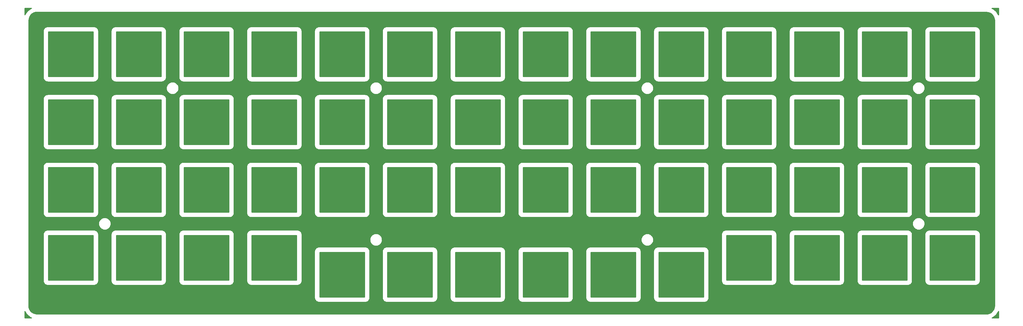
<source format=gtl>
G04 #@! TF.GenerationSoftware,KiCad,Pcbnew,(5.0.2-4-g3082e92af)*
G04 #@! TF.CreationDate,2019-03-02T21:10:19+01:00*
G04 #@! TF.ProjectId,ortho56,6f727468-6f35-4362-9e6b-696361645f70,rev?*
G04 #@! TF.SameCoordinates,Original*
G04 #@! TF.FileFunction,Copper,L1,Top*
G04 #@! TF.FilePolarity,Positive*
%FSLAX46Y46*%
G04 Gerber Fmt 4.6, Leading zero omitted, Abs format (unit mm)*
G04 Created by KiCad (PCBNEW (5.0.2-4-g3082e92af)) date 2019 March 02, Saturday 21:10:19*
%MOMM*%
%LPD*%
G01*
G04 APERTURE LIST*
G04 #@! TA.AperFunction,NonConductor*
%ADD10C,0.254000*%
G04 #@! TD*
G04 APERTURE END LIST*
D10*
G36*
X12467373Y-102324105D02*
X12816359Y-102924929D01*
X12839403Y-102955733D01*
X12858464Y-102989150D01*
X12914864Y-103056603D01*
X13392709Y-103561027D01*
X13422217Y-103585699D01*
X13448457Y-103613839D01*
X13518862Y-103666508D01*
X14099935Y-104047476D01*
X14134333Y-104064701D01*
X14166338Y-104086046D01*
X14246971Y-104121106D01*
X14310732Y-104144250D01*
X12459500Y-104144250D01*
X12459500Y-102308383D01*
X12467373Y-102324105D01*
X12467373Y-102324105D01*
G37*
X12467373Y-102324105D02*
X12816359Y-102924929D01*
X12839403Y-102955733D01*
X12858464Y-102989150D01*
X12914864Y-103056603D01*
X13392709Y-103561027D01*
X13422217Y-103585699D01*
X13448457Y-103613839D01*
X13518862Y-103666508D01*
X14099935Y-104047476D01*
X14134333Y-104064701D01*
X14166338Y-104086046D01*
X14246971Y-104121106D01*
X14310732Y-104144250D01*
X12459500Y-104144250D01*
X12459500Y-102308383D01*
X12467373Y-102324105D01*
G36*
X285205500Y-104144250D02*
X283369633Y-104144250D01*
X283385355Y-104136377D01*
X283986179Y-103787391D01*
X284016983Y-103764347D01*
X284050400Y-103745286D01*
X284117853Y-103688886D01*
X284622277Y-103211041D01*
X284646949Y-103181533D01*
X284675089Y-103155293D01*
X284727758Y-103084888D01*
X285108726Y-102503815D01*
X285125951Y-102469417D01*
X285147296Y-102437412D01*
X285182356Y-102356779D01*
X285205500Y-102293018D01*
X285205500Y-104144250D01*
X285205500Y-104144250D01*
G37*
X285205500Y-104144250D02*
X283369633Y-104144250D01*
X283385355Y-104136377D01*
X283986179Y-103787391D01*
X284016983Y-103764347D01*
X284050400Y-103745286D01*
X284117853Y-103688886D01*
X284622277Y-103211041D01*
X284646949Y-103181533D01*
X284675089Y-103155293D01*
X284727758Y-103084888D01*
X285108726Y-102503815D01*
X285125951Y-102469417D01*
X285147296Y-102437412D01*
X285182356Y-102356779D01*
X285205500Y-102293018D01*
X285205500Y-104144250D01*
G36*
X282358208Y-18547350D02*
X282855712Y-18727935D01*
X283298335Y-19018131D01*
X283662323Y-19402366D01*
X283928158Y-19860034D01*
X284084392Y-20375879D01*
X284122500Y-20802868D01*
X284122501Y-100729994D01*
X284056400Y-101296958D01*
X283875815Y-101794462D01*
X283585618Y-102237084D01*
X283201384Y-102601073D01*
X282743716Y-102866908D01*
X282227871Y-103023142D01*
X281800882Y-103061250D01*
X15873748Y-103061250D01*
X15306792Y-102995150D01*
X14809288Y-102814565D01*
X14366666Y-102524368D01*
X14002677Y-102140134D01*
X13736842Y-101682466D01*
X13580608Y-101166621D01*
X13542500Y-100739632D01*
X13542500Y-80698863D01*
X17597500Y-80698863D01*
X17597501Y-93843638D01*
X17611623Y-93914634D01*
X17611623Y-93914640D01*
X17649683Y-94105983D01*
X17649684Y-94105985D01*
X17649684Y-94105987D01*
X17759432Y-94370939D01*
X17867819Y-94533150D01*
X17948932Y-94614262D01*
X18070600Y-94735931D01*
X18232811Y-94844318D01*
X18232814Y-94844319D01*
X18232815Y-94844320D01*
X18297100Y-94870947D01*
X18497763Y-94954066D01*
X18497766Y-94954066D01*
X18497768Y-94954067D01*
X18689110Y-94992127D01*
X18689111Y-94992127D01*
X18760112Y-95006250D01*
X31904888Y-95006250D01*
X31975889Y-94992127D01*
X31975890Y-94992127D01*
X32167233Y-94954067D01*
X32167235Y-94954066D01*
X32167237Y-94954066D01*
X32341273Y-94881977D01*
X32432185Y-94844320D01*
X32432186Y-94844319D01*
X32432189Y-94844318D01*
X32594400Y-94735931D01*
X32688795Y-94641535D01*
X32797181Y-94533150D01*
X32905568Y-94370939D01*
X33015316Y-94105987D01*
X33015316Y-94105984D01*
X33015317Y-94105982D01*
X33053377Y-93914640D01*
X33053377Y-93914639D01*
X33067500Y-93843638D01*
X33067500Y-80698863D01*
X36597500Y-80698863D01*
X36597501Y-93843638D01*
X36611623Y-93914634D01*
X36611623Y-93914640D01*
X36649683Y-94105983D01*
X36649684Y-94105985D01*
X36649684Y-94105987D01*
X36759432Y-94370939D01*
X36867819Y-94533150D01*
X36948932Y-94614262D01*
X37070600Y-94735931D01*
X37232811Y-94844318D01*
X37232814Y-94844319D01*
X37232815Y-94844320D01*
X37297100Y-94870947D01*
X37497763Y-94954066D01*
X37497766Y-94954066D01*
X37497768Y-94954067D01*
X37689110Y-94992127D01*
X37689111Y-94992127D01*
X37760112Y-95006250D01*
X50904888Y-95006250D01*
X50975889Y-94992127D01*
X50975890Y-94992127D01*
X51167233Y-94954067D01*
X51167235Y-94954066D01*
X51167237Y-94954066D01*
X51341273Y-94881977D01*
X51432185Y-94844320D01*
X51432186Y-94844319D01*
X51432189Y-94844318D01*
X51594400Y-94735931D01*
X51688795Y-94641535D01*
X51797181Y-94533150D01*
X51905568Y-94370939D01*
X52015316Y-94105987D01*
X52015316Y-94105984D01*
X52015317Y-94105982D01*
X52053377Y-93914640D01*
X52053377Y-93914639D01*
X52067500Y-93843638D01*
X52067500Y-80698863D01*
X55597500Y-80698863D01*
X55597501Y-93843638D01*
X55611623Y-93914634D01*
X55611623Y-93914640D01*
X55649683Y-94105983D01*
X55649684Y-94105985D01*
X55649684Y-94105987D01*
X55759432Y-94370939D01*
X55867819Y-94533150D01*
X55948932Y-94614262D01*
X56070600Y-94735931D01*
X56232811Y-94844318D01*
X56232814Y-94844319D01*
X56232815Y-94844320D01*
X56297100Y-94870947D01*
X56497763Y-94954066D01*
X56497766Y-94954066D01*
X56497768Y-94954067D01*
X56689110Y-94992127D01*
X56689111Y-94992127D01*
X56760112Y-95006250D01*
X69904888Y-95006250D01*
X69975889Y-94992127D01*
X69975890Y-94992127D01*
X70167233Y-94954067D01*
X70167235Y-94954066D01*
X70167237Y-94954066D01*
X70341273Y-94881977D01*
X70432185Y-94844320D01*
X70432186Y-94844319D01*
X70432189Y-94844318D01*
X70594400Y-94735931D01*
X70688795Y-94641535D01*
X70797181Y-94533150D01*
X70905568Y-94370939D01*
X71015316Y-94105987D01*
X71015316Y-94105984D01*
X71015317Y-94105982D01*
X71053377Y-93914640D01*
X71053377Y-93914639D01*
X71067500Y-93843638D01*
X71067500Y-80698863D01*
X74597500Y-80698863D01*
X74597501Y-93843638D01*
X74611623Y-93914634D01*
X74611623Y-93914640D01*
X74649683Y-94105983D01*
X74649684Y-94105985D01*
X74649684Y-94105987D01*
X74759432Y-94370939D01*
X74867819Y-94533150D01*
X74948932Y-94614262D01*
X75070600Y-94735931D01*
X75232811Y-94844318D01*
X75232814Y-94844319D01*
X75232815Y-94844320D01*
X75297100Y-94870947D01*
X75497763Y-94954066D01*
X75497766Y-94954066D01*
X75497768Y-94954067D01*
X75689110Y-94992127D01*
X75689111Y-94992127D01*
X75760112Y-95006250D01*
X88904888Y-95006250D01*
X88975889Y-94992127D01*
X88975890Y-94992127D01*
X89167233Y-94954067D01*
X89167235Y-94954066D01*
X89167237Y-94954066D01*
X89341273Y-94881977D01*
X89432185Y-94844320D01*
X89432186Y-94844319D01*
X89432189Y-94844318D01*
X89594400Y-94735931D01*
X89688795Y-94641535D01*
X89797181Y-94533150D01*
X89905568Y-94370939D01*
X90015316Y-94105987D01*
X90015316Y-94105984D01*
X90015317Y-94105982D01*
X90053377Y-93914640D01*
X90053377Y-93914639D01*
X90067500Y-93843638D01*
X90067500Y-85448863D01*
X93597500Y-85448863D01*
X93597501Y-98593638D01*
X93611623Y-98664634D01*
X93611623Y-98664640D01*
X93649683Y-98855983D01*
X93649684Y-98855985D01*
X93649684Y-98855987D01*
X93759432Y-99120939D01*
X93867819Y-99283150D01*
X93948932Y-99364262D01*
X94070600Y-99485931D01*
X94232811Y-99594318D01*
X94232814Y-99594319D01*
X94232815Y-99594320D01*
X94297100Y-99620947D01*
X94497763Y-99704066D01*
X94497766Y-99704066D01*
X94497768Y-99704067D01*
X94689110Y-99742127D01*
X94689111Y-99742127D01*
X94760112Y-99756250D01*
X107904888Y-99756250D01*
X107975889Y-99742127D01*
X107975890Y-99742127D01*
X108167233Y-99704067D01*
X108167235Y-99704066D01*
X108167237Y-99704066D01*
X108341273Y-99631977D01*
X108432185Y-99594320D01*
X108432186Y-99594319D01*
X108432189Y-99594318D01*
X108594400Y-99485931D01*
X108688795Y-99391535D01*
X108797181Y-99283150D01*
X108905568Y-99120939D01*
X109015316Y-98855987D01*
X109015316Y-98855984D01*
X109015317Y-98855982D01*
X109053377Y-98664640D01*
X109053377Y-98664639D01*
X109067500Y-98593638D01*
X109067500Y-85448863D01*
X112597500Y-85448863D01*
X112597501Y-98593638D01*
X112611623Y-98664634D01*
X112611623Y-98664640D01*
X112649683Y-98855983D01*
X112649684Y-98855985D01*
X112649684Y-98855987D01*
X112759432Y-99120939D01*
X112867819Y-99283150D01*
X112948932Y-99364262D01*
X113070600Y-99485931D01*
X113232811Y-99594318D01*
X113232814Y-99594319D01*
X113232815Y-99594320D01*
X113297100Y-99620947D01*
X113497763Y-99704066D01*
X113497766Y-99704066D01*
X113497768Y-99704067D01*
X113689110Y-99742127D01*
X113689111Y-99742127D01*
X113760112Y-99756250D01*
X126904888Y-99756250D01*
X126975889Y-99742127D01*
X126975890Y-99742127D01*
X127167233Y-99704067D01*
X127167235Y-99704066D01*
X127167237Y-99704066D01*
X127341273Y-99631977D01*
X127432185Y-99594320D01*
X127432186Y-99594319D01*
X127432189Y-99594318D01*
X127594400Y-99485931D01*
X127688795Y-99391535D01*
X127797181Y-99283150D01*
X127905568Y-99120939D01*
X128015316Y-98855987D01*
X128015316Y-98855984D01*
X128015317Y-98855982D01*
X128053377Y-98664640D01*
X128053377Y-98664639D01*
X128067500Y-98593638D01*
X128067500Y-85448863D01*
X131597500Y-85448863D01*
X131597501Y-98593638D01*
X131611623Y-98664634D01*
X131611623Y-98664640D01*
X131649683Y-98855983D01*
X131649684Y-98855985D01*
X131649684Y-98855987D01*
X131759432Y-99120939D01*
X131867819Y-99283150D01*
X131948932Y-99364262D01*
X132070600Y-99485931D01*
X132232811Y-99594318D01*
X132232814Y-99594319D01*
X132232815Y-99594320D01*
X132297100Y-99620947D01*
X132497763Y-99704066D01*
X132497766Y-99704066D01*
X132497768Y-99704067D01*
X132689110Y-99742127D01*
X132689111Y-99742127D01*
X132760112Y-99756250D01*
X145904888Y-99756250D01*
X145975889Y-99742127D01*
X145975890Y-99742127D01*
X146167233Y-99704067D01*
X146167235Y-99704066D01*
X146167237Y-99704066D01*
X146341273Y-99631977D01*
X146432185Y-99594320D01*
X146432186Y-99594319D01*
X146432189Y-99594318D01*
X146594400Y-99485931D01*
X146688795Y-99391535D01*
X146797181Y-99283150D01*
X146905568Y-99120939D01*
X147015316Y-98855987D01*
X147015316Y-98855984D01*
X147015317Y-98855982D01*
X147053377Y-98664640D01*
X147053377Y-98664639D01*
X147067500Y-98593638D01*
X147067500Y-85448863D01*
X150597500Y-85448863D01*
X150597501Y-98593638D01*
X150611623Y-98664634D01*
X150611623Y-98664640D01*
X150649683Y-98855983D01*
X150649684Y-98855985D01*
X150649684Y-98855987D01*
X150759432Y-99120939D01*
X150867819Y-99283150D01*
X150948932Y-99364262D01*
X151070600Y-99485931D01*
X151232811Y-99594318D01*
X151232814Y-99594319D01*
X151232815Y-99594320D01*
X151297100Y-99620947D01*
X151497763Y-99704066D01*
X151497766Y-99704066D01*
X151497768Y-99704067D01*
X151689110Y-99742127D01*
X151689111Y-99742127D01*
X151760112Y-99756250D01*
X164904888Y-99756250D01*
X164975889Y-99742127D01*
X164975890Y-99742127D01*
X165167233Y-99704067D01*
X165167235Y-99704066D01*
X165167237Y-99704066D01*
X165341273Y-99631977D01*
X165432185Y-99594320D01*
X165432186Y-99594319D01*
X165432189Y-99594318D01*
X165594400Y-99485931D01*
X165688795Y-99391535D01*
X165797181Y-99283150D01*
X165905568Y-99120939D01*
X166015316Y-98855987D01*
X166015316Y-98855984D01*
X166015317Y-98855982D01*
X166053377Y-98664640D01*
X166053377Y-98664639D01*
X166067500Y-98593638D01*
X166067500Y-85448863D01*
X169597500Y-85448863D01*
X169597501Y-98593638D01*
X169611623Y-98664634D01*
X169611623Y-98664640D01*
X169649683Y-98855983D01*
X169649684Y-98855985D01*
X169649684Y-98855987D01*
X169759432Y-99120939D01*
X169867819Y-99283150D01*
X169948932Y-99364262D01*
X170070600Y-99485931D01*
X170232811Y-99594318D01*
X170232814Y-99594319D01*
X170232815Y-99594320D01*
X170297100Y-99620947D01*
X170497763Y-99704066D01*
X170497766Y-99704066D01*
X170497768Y-99704067D01*
X170689110Y-99742127D01*
X170689111Y-99742127D01*
X170760112Y-99756250D01*
X183904888Y-99756250D01*
X183975889Y-99742127D01*
X183975890Y-99742127D01*
X184167233Y-99704067D01*
X184167235Y-99704066D01*
X184167237Y-99704066D01*
X184341273Y-99631977D01*
X184432185Y-99594320D01*
X184432186Y-99594319D01*
X184432189Y-99594318D01*
X184594400Y-99485931D01*
X184688795Y-99391535D01*
X184797181Y-99283150D01*
X184905568Y-99120939D01*
X185015316Y-98855987D01*
X185015316Y-98855984D01*
X185015317Y-98855982D01*
X185053377Y-98664640D01*
X185053377Y-98664639D01*
X185067500Y-98593638D01*
X185067500Y-85448863D01*
X188597500Y-85448863D01*
X188597501Y-98593638D01*
X188611623Y-98664634D01*
X188611623Y-98664640D01*
X188649683Y-98855983D01*
X188649684Y-98855985D01*
X188649684Y-98855987D01*
X188759432Y-99120939D01*
X188867819Y-99283150D01*
X188948932Y-99364262D01*
X189070600Y-99485931D01*
X189232811Y-99594318D01*
X189232814Y-99594319D01*
X189232815Y-99594320D01*
X189297100Y-99620947D01*
X189497763Y-99704066D01*
X189497766Y-99704066D01*
X189497768Y-99704067D01*
X189689110Y-99742127D01*
X189689111Y-99742127D01*
X189760112Y-99756250D01*
X202904888Y-99756250D01*
X202975889Y-99742127D01*
X202975890Y-99742127D01*
X203167233Y-99704067D01*
X203167235Y-99704066D01*
X203167237Y-99704066D01*
X203341273Y-99631977D01*
X203432185Y-99594320D01*
X203432186Y-99594319D01*
X203432189Y-99594318D01*
X203594400Y-99485931D01*
X203688795Y-99391535D01*
X203797181Y-99283150D01*
X203905568Y-99120939D01*
X204015316Y-98855987D01*
X204015316Y-98855984D01*
X204015317Y-98855982D01*
X204053377Y-98664640D01*
X204053377Y-98664639D01*
X204067500Y-98593638D01*
X204067500Y-85448862D01*
X204040096Y-85311092D01*
X204015317Y-85186518D01*
X204015316Y-85186515D01*
X204015316Y-85186513D01*
X203905568Y-84921561D01*
X203797181Y-84759350D01*
X203646860Y-84609030D01*
X203594400Y-84556569D01*
X203432189Y-84448182D01*
X203432186Y-84448181D01*
X203432185Y-84448180D01*
X203340303Y-84410121D01*
X203167237Y-84338434D01*
X203167235Y-84338434D01*
X203167233Y-84338433D01*
X202975890Y-84300373D01*
X202975889Y-84300373D01*
X202904888Y-84286250D01*
X189760112Y-84286250D01*
X189689111Y-84300373D01*
X189689110Y-84300373D01*
X189497768Y-84338433D01*
X189497766Y-84338434D01*
X189497763Y-84338434D01*
X189297100Y-84421553D01*
X189232815Y-84448180D01*
X189232814Y-84448181D01*
X189232811Y-84448182D01*
X189070600Y-84556569D01*
X188948932Y-84678238D01*
X188867819Y-84759350D01*
X188759432Y-84921561D01*
X188649684Y-85186513D01*
X188649684Y-85186515D01*
X188649683Y-85186517D01*
X188624904Y-85311092D01*
X188597500Y-85448863D01*
X185067500Y-85448863D01*
X185067500Y-85448862D01*
X185040096Y-85311092D01*
X185015317Y-85186518D01*
X185015316Y-85186515D01*
X185015316Y-85186513D01*
X184905568Y-84921561D01*
X184797181Y-84759350D01*
X184646860Y-84609030D01*
X184594400Y-84556569D01*
X184432189Y-84448182D01*
X184432186Y-84448181D01*
X184432185Y-84448180D01*
X184340303Y-84410121D01*
X184167237Y-84338434D01*
X184167235Y-84338434D01*
X184167233Y-84338433D01*
X183975890Y-84300373D01*
X183975889Y-84300373D01*
X183904888Y-84286250D01*
X170760112Y-84286250D01*
X170689111Y-84300373D01*
X170689110Y-84300373D01*
X170497768Y-84338433D01*
X170497766Y-84338434D01*
X170497763Y-84338434D01*
X170297100Y-84421553D01*
X170232815Y-84448180D01*
X170232814Y-84448181D01*
X170232811Y-84448182D01*
X170070600Y-84556569D01*
X169948932Y-84678238D01*
X169867819Y-84759350D01*
X169759432Y-84921561D01*
X169649684Y-85186513D01*
X169649684Y-85186515D01*
X169649683Y-85186517D01*
X169624904Y-85311092D01*
X169597500Y-85448863D01*
X166067500Y-85448863D01*
X166067500Y-85448862D01*
X166040096Y-85311092D01*
X166015317Y-85186518D01*
X166015316Y-85186515D01*
X166015316Y-85186513D01*
X165905568Y-84921561D01*
X165797181Y-84759350D01*
X165646860Y-84609030D01*
X165594400Y-84556569D01*
X165432189Y-84448182D01*
X165432186Y-84448181D01*
X165432185Y-84448180D01*
X165340303Y-84410121D01*
X165167237Y-84338434D01*
X165167235Y-84338434D01*
X165167233Y-84338433D01*
X164975890Y-84300373D01*
X164975889Y-84300373D01*
X164904888Y-84286250D01*
X151760112Y-84286250D01*
X151689111Y-84300373D01*
X151689110Y-84300373D01*
X151497768Y-84338433D01*
X151497766Y-84338434D01*
X151497763Y-84338434D01*
X151297100Y-84421553D01*
X151232815Y-84448180D01*
X151232814Y-84448181D01*
X151232811Y-84448182D01*
X151070600Y-84556569D01*
X150948932Y-84678238D01*
X150867819Y-84759350D01*
X150759432Y-84921561D01*
X150649684Y-85186513D01*
X150649684Y-85186515D01*
X150649683Y-85186517D01*
X150624904Y-85311092D01*
X150597500Y-85448863D01*
X147067500Y-85448863D01*
X147067500Y-85448862D01*
X147040096Y-85311092D01*
X147015317Y-85186518D01*
X147015316Y-85186515D01*
X147015316Y-85186513D01*
X146905568Y-84921561D01*
X146797181Y-84759350D01*
X146646860Y-84609030D01*
X146594400Y-84556569D01*
X146432189Y-84448182D01*
X146432186Y-84448181D01*
X146432185Y-84448180D01*
X146340303Y-84410121D01*
X146167237Y-84338434D01*
X146167235Y-84338434D01*
X146167233Y-84338433D01*
X145975890Y-84300373D01*
X145975889Y-84300373D01*
X145904888Y-84286250D01*
X132760112Y-84286250D01*
X132689111Y-84300373D01*
X132689110Y-84300373D01*
X132497768Y-84338433D01*
X132497766Y-84338434D01*
X132497763Y-84338434D01*
X132297100Y-84421553D01*
X132232815Y-84448180D01*
X132232814Y-84448181D01*
X132232811Y-84448182D01*
X132070600Y-84556569D01*
X131948932Y-84678238D01*
X131867819Y-84759350D01*
X131759432Y-84921561D01*
X131649684Y-85186513D01*
X131649684Y-85186515D01*
X131649683Y-85186517D01*
X131624904Y-85311092D01*
X131597500Y-85448863D01*
X128067500Y-85448863D01*
X128067500Y-85448862D01*
X128040096Y-85311092D01*
X128015317Y-85186518D01*
X128015316Y-85186515D01*
X128015316Y-85186513D01*
X127905568Y-84921561D01*
X127797181Y-84759350D01*
X127646860Y-84609030D01*
X127594400Y-84556569D01*
X127432189Y-84448182D01*
X127432186Y-84448181D01*
X127432185Y-84448180D01*
X127340303Y-84410121D01*
X127167237Y-84338434D01*
X127167235Y-84338434D01*
X127167233Y-84338433D01*
X126975890Y-84300373D01*
X126975889Y-84300373D01*
X126904888Y-84286250D01*
X113760112Y-84286250D01*
X113689111Y-84300373D01*
X113689110Y-84300373D01*
X113497768Y-84338433D01*
X113497766Y-84338434D01*
X113497763Y-84338434D01*
X113297100Y-84421553D01*
X113232815Y-84448180D01*
X113232814Y-84448181D01*
X113232811Y-84448182D01*
X113070600Y-84556569D01*
X112948932Y-84678238D01*
X112867819Y-84759350D01*
X112759432Y-84921561D01*
X112649684Y-85186513D01*
X112649684Y-85186515D01*
X112649683Y-85186517D01*
X112624904Y-85311092D01*
X112597500Y-85448863D01*
X109067500Y-85448863D01*
X109067500Y-85448862D01*
X109040096Y-85311092D01*
X109015317Y-85186518D01*
X109015316Y-85186515D01*
X109015316Y-85186513D01*
X108905568Y-84921561D01*
X108797181Y-84759350D01*
X108646860Y-84609030D01*
X108594400Y-84556569D01*
X108432189Y-84448182D01*
X108432186Y-84448181D01*
X108432185Y-84448180D01*
X108340303Y-84410121D01*
X108167237Y-84338434D01*
X108167235Y-84338434D01*
X108167233Y-84338433D01*
X107975890Y-84300373D01*
X107975889Y-84300373D01*
X107904888Y-84286250D01*
X94760112Y-84286250D01*
X94689111Y-84300373D01*
X94689110Y-84300373D01*
X94497768Y-84338433D01*
X94497766Y-84338434D01*
X94497763Y-84338434D01*
X94297100Y-84421553D01*
X94232815Y-84448180D01*
X94232814Y-84448181D01*
X94232811Y-84448182D01*
X94070600Y-84556569D01*
X93948932Y-84678238D01*
X93867819Y-84759350D01*
X93759432Y-84921561D01*
X93649684Y-85186513D01*
X93649684Y-85186515D01*
X93649683Y-85186517D01*
X93624904Y-85311092D01*
X93597500Y-85448863D01*
X90067500Y-85448863D01*
X90067500Y-81982843D01*
X109087177Y-81982843D01*
X109097500Y-82299534D01*
X109097500Y-82616363D01*
X109108710Y-82643426D01*
X109109664Y-82672703D01*
X109330401Y-83205609D01*
X109343793Y-83210966D01*
X109361638Y-83254049D01*
X109849701Y-83742112D01*
X109892784Y-83759957D01*
X109898141Y-83773349D01*
X110194671Y-83885003D01*
X110487387Y-84006250D01*
X110516677Y-84006250D01*
X110544093Y-84016573D01*
X110860784Y-84006250D01*
X111177613Y-84006250D01*
X111204676Y-83995040D01*
X111233953Y-83994086D01*
X111766859Y-83773349D01*
X111772216Y-83759957D01*
X111815299Y-83742112D01*
X112303362Y-83254049D01*
X112321207Y-83210966D01*
X112334599Y-83205609D01*
X112446253Y-82909079D01*
X112567500Y-82616363D01*
X112567500Y-82587073D01*
X112577823Y-82559657D01*
X112567500Y-82242966D01*
X112567500Y-81982843D01*
X185087177Y-81982843D01*
X185097500Y-82299534D01*
X185097500Y-82616363D01*
X185108710Y-82643426D01*
X185109664Y-82672703D01*
X185330401Y-83205609D01*
X185343793Y-83210966D01*
X185361638Y-83254049D01*
X185849701Y-83742112D01*
X185892784Y-83759957D01*
X185898141Y-83773349D01*
X186194671Y-83885003D01*
X186487387Y-84006250D01*
X186516677Y-84006250D01*
X186544093Y-84016573D01*
X186860784Y-84006250D01*
X187177613Y-84006250D01*
X187204676Y-83995040D01*
X187233953Y-83994086D01*
X187766859Y-83773349D01*
X187772216Y-83759957D01*
X187815299Y-83742112D01*
X188303362Y-83254049D01*
X188321207Y-83210966D01*
X188334599Y-83205609D01*
X188446253Y-82909079D01*
X188567500Y-82616363D01*
X188567500Y-82587073D01*
X188577823Y-82559657D01*
X188567500Y-82242966D01*
X188567500Y-81926137D01*
X188556290Y-81899074D01*
X188555336Y-81869797D01*
X188334599Y-81336891D01*
X188321207Y-81331534D01*
X188303362Y-81288451D01*
X187815299Y-80800388D01*
X187772216Y-80782543D01*
X187766859Y-80769151D01*
X187580189Y-80698863D01*
X207597500Y-80698863D01*
X207597501Y-93843638D01*
X207611623Y-93914634D01*
X207611623Y-93914640D01*
X207649683Y-94105983D01*
X207649684Y-94105985D01*
X207649684Y-94105987D01*
X207759432Y-94370939D01*
X207867819Y-94533150D01*
X207948932Y-94614262D01*
X208070600Y-94735931D01*
X208232811Y-94844318D01*
X208232814Y-94844319D01*
X208232815Y-94844320D01*
X208297100Y-94870947D01*
X208497763Y-94954066D01*
X208497766Y-94954066D01*
X208497768Y-94954067D01*
X208689110Y-94992127D01*
X208689111Y-94992127D01*
X208760112Y-95006250D01*
X221904888Y-95006250D01*
X221975889Y-94992127D01*
X221975890Y-94992127D01*
X222167233Y-94954067D01*
X222167235Y-94954066D01*
X222167237Y-94954066D01*
X222341273Y-94881977D01*
X222432185Y-94844320D01*
X222432186Y-94844319D01*
X222432189Y-94844318D01*
X222594400Y-94735931D01*
X222688795Y-94641535D01*
X222797181Y-94533150D01*
X222905568Y-94370939D01*
X223015316Y-94105987D01*
X223015316Y-94105984D01*
X223015317Y-94105982D01*
X223053377Y-93914640D01*
X223053377Y-93914639D01*
X223067500Y-93843638D01*
X223067500Y-80698863D01*
X226597500Y-80698863D01*
X226597501Y-93843638D01*
X226611623Y-93914634D01*
X226611623Y-93914640D01*
X226649683Y-94105983D01*
X226649684Y-94105985D01*
X226649684Y-94105987D01*
X226759432Y-94370939D01*
X226867819Y-94533150D01*
X226948932Y-94614262D01*
X227070600Y-94735931D01*
X227232811Y-94844318D01*
X227232814Y-94844319D01*
X227232815Y-94844320D01*
X227297100Y-94870947D01*
X227497763Y-94954066D01*
X227497766Y-94954066D01*
X227497768Y-94954067D01*
X227689110Y-94992127D01*
X227689111Y-94992127D01*
X227760112Y-95006250D01*
X240904888Y-95006250D01*
X240975889Y-94992127D01*
X240975890Y-94992127D01*
X241167233Y-94954067D01*
X241167235Y-94954066D01*
X241167237Y-94954066D01*
X241341273Y-94881977D01*
X241432185Y-94844320D01*
X241432186Y-94844319D01*
X241432189Y-94844318D01*
X241594400Y-94735931D01*
X241688795Y-94641535D01*
X241797181Y-94533150D01*
X241905568Y-94370939D01*
X242015316Y-94105987D01*
X242015316Y-94105984D01*
X242015317Y-94105982D01*
X242053377Y-93914640D01*
X242053377Y-93914639D01*
X242067500Y-93843638D01*
X242067500Y-80698863D01*
X245597500Y-80698863D01*
X245597501Y-93843638D01*
X245611623Y-93914634D01*
X245611623Y-93914640D01*
X245649683Y-94105983D01*
X245649684Y-94105985D01*
X245649684Y-94105987D01*
X245759432Y-94370939D01*
X245867819Y-94533150D01*
X245948932Y-94614262D01*
X246070600Y-94735931D01*
X246232811Y-94844318D01*
X246232814Y-94844319D01*
X246232815Y-94844320D01*
X246297100Y-94870947D01*
X246497763Y-94954066D01*
X246497766Y-94954066D01*
X246497768Y-94954067D01*
X246689110Y-94992127D01*
X246689111Y-94992127D01*
X246760112Y-95006250D01*
X259904888Y-95006250D01*
X259975889Y-94992127D01*
X259975890Y-94992127D01*
X260167233Y-94954067D01*
X260167235Y-94954066D01*
X260167237Y-94954066D01*
X260341273Y-94881977D01*
X260432185Y-94844320D01*
X260432186Y-94844319D01*
X260432189Y-94844318D01*
X260594400Y-94735931D01*
X260688795Y-94641535D01*
X260797181Y-94533150D01*
X260905568Y-94370939D01*
X261015316Y-94105987D01*
X261015316Y-94105984D01*
X261015317Y-94105982D01*
X261053377Y-93914640D01*
X261053377Y-93914639D01*
X261067500Y-93843638D01*
X261067500Y-80698863D01*
X264597500Y-80698863D01*
X264597501Y-93843638D01*
X264611623Y-93914634D01*
X264611623Y-93914640D01*
X264649683Y-94105983D01*
X264649684Y-94105985D01*
X264649684Y-94105987D01*
X264759432Y-94370939D01*
X264867819Y-94533150D01*
X264948932Y-94614262D01*
X265070600Y-94735931D01*
X265232811Y-94844318D01*
X265232814Y-94844319D01*
X265232815Y-94844320D01*
X265297100Y-94870947D01*
X265497763Y-94954066D01*
X265497766Y-94954066D01*
X265497768Y-94954067D01*
X265689110Y-94992127D01*
X265689111Y-94992127D01*
X265760112Y-95006250D01*
X278904888Y-95006250D01*
X278975889Y-94992127D01*
X278975890Y-94992127D01*
X279167233Y-94954067D01*
X279167235Y-94954066D01*
X279167237Y-94954066D01*
X279341273Y-94881977D01*
X279432185Y-94844320D01*
X279432186Y-94844319D01*
X279432189Y-94844318D01*
X279594400Y-94735931D01*
X279688795Y-94641535D01*
X279797181Y-94533150D01*
X279905568Y-94370939D01*
X280015316Y-94105987D01*
X280015316Y-94105984D01*
X280015317Y-94105982D01*
X280053377Y-93914640D01*
X280053377Y-93914639D01*
X280067500Y-93843638D01*
X280067500Y-80698862D01*
X280040096Y-80561092D01*
X280015317Y-80436518D01*
X280015316Y-80436515D01*
X280015316Y-80436513D01*
X279905568Y-80171561D01*
X279797181Y-80009350D01*
X279646860Y-79859030D01*
X279594400Y-79806569D01*
X279432189Y-79698182D01*
X279432186Y-79698181D01*
X279432185Y-79698180D01*
X279340303Y-79660121D01*
X279167237Y-79588434D01*
X279167235Y-79588434D01*
X279167233Y-79588433D01*
X278975890Y-79550373D01*
X278975889Y-79550373D01*
X278904888Y-79536250D01*
X265760112Y-79536250D01*
X265689111Y-79550373D01*
X265689110Y-79550373D01*
X265497768Y-79588433D01*
X265497766Y-79588434D01*
X265497763Y-79588434D01*
X265297100Y-79671553D01*
X265232815Y-79698180D01*
X265232814Y-79698181D01*
X265232811Y-79698182D01*
X265070600Y-79806569D01*
X264948932Y-79928238D01*
X264867819Y-80009350D01*
X264759432Y-80171561D01*
X264649684Y-80436513D01*
X264649684Y-80436515D01*
X264649683Y-80436517D01*
X264624904Y-80561092D01*
X264597500Y-80698863D01*
X261067500Y-80698863D01*
X261067500Y-80698862D01*
X261040096Y-80561092D01*
X261015317Y-80436518D01*
X261015316Y-80436515D01*
X261015316Y-80436513D01*
X260905568Y-80171561D01*
X260797181Y-80009350D01*
X260646860Y-79859030D01*
X260594400Y-79806569D01*
X260432189Y-79698182D01*
X260432186Y-79698181D01*
X260432185Y-79698180D01*
X260340303Y-79660121D01*
X260167237Y-79588434D01*
X260167235Y-79588434D01*
X260167233Y-79588433D01*
X259975890Y-79550373D01*
X259975889Y-79550373D01*
X259904888Y-79536250D01*
X246760112Y-79536250D01*
X246689111Y-79550373D01*
X246689110Y-79550373D01*
X246497768Y-79588433D01*
X246497766Y-79588434D01*
X246497763Y-79588434D01*
X246297100Y-79671553D01*
X246232815Y-79698180D01*
X246232814Y-79698181D01*
X246232811Y-79698182D01*
X246070600Y-79806569D01*
X245948932Y-79928238D01*
X245867819Y-80009350D01*
X245759432Y-80171561D01*
X245649684Y-80436513D01*
X245649684Y-80436515D01*
X245649683Y-80436517D01*
X245624904Y-80561092D01*
X245597500Y-80698863D01*
X242067500Y-80698863D01*
X242067500Y-80698862D01*
X242040096Y-80561092D01*
X242015317Y-80436518D01*
X242015316Y-80436515D01*
X242015316Y-80436513D01*
X241905568Y-80171561D01*
X241797181Y-80009350D01*
X241646860Y-79859030D01*
X241594400Y-79806569D01*
X241432189Y-79698182D01*
X241432186Y-79698181D01*
X241432185Y-79698180D01*
X241340303Y-79660121D01*
X241167237Y-79588434D01*
X241167235Y-79588434D01*
X241167233Y-79588433D01*
X240975890Y-79550373D01*
X240975889Y-79550373D01*
X240904888Y-79536250D01*
X227760112Y-79536250D01*
X227689111Y-79550373D01*
X227689110Y-79550373D01*
X227497768Y-79588433D01*
X227497766Y-79588434D01*
X227497763Y-79588434D01*
X227297100Y-79671553D01*
X227232815Y-79698180D01*
X227232814Y-79698181D01*
X227232811Y-79698182D01*
X227070600Y-79806569D01*
X226948932Y-79928238D01*
X226867819Y-80009350D01*
X226759432Y-80171561D01*
X226649684Y-80436513D01*
X226649684Y-80436515D01*
X226649683Y-80436517D01*
X226624904Y-80561092D01*
X226597500Y-80698863D01*
X223067500Y-80698863D01*
X223067500Y-80698862D01*
X223040096Y-80561092D01*
X223015317Y-80436518D01*
X223015316Y-80436515D01*
X223015316Y-80436513D01*
X222905568Y-80171561D01*
X222797181Y-80009350D01*
X222646860Y-79859030D01*
X222594400Y-79806569D01*
X222432189Y-79698182D01*
X222432186Y-79698181D01*
X222432185Y-79698180D01*
X222340303Y-79660121D01*
X222167237Y-79588434D01*
X222167235Y-79588434D01*
X222167233Y-79588433D01*
X221975890Y-79550373D01*
X221975889Y-79550373D01*
X221904888Y-79536250D01*
X208760112Y-79536250D01*
X208689111Y-79550373D01*
X208689110Y-79550373D01*
X208497768Y-79588433D01*
X208497766Y-79588434D01*
X208497763Y-79588434D01*
X208297100Y-79671553D01*
X208232815Y-79698180D01*
X208232814Y-79698181D01*
X208232811Y-79698182D01*
X208070600Y-79806569D01*
X207948932Y-79928238D01*
X207867819Y-80009350D01*
X207759432Y-80171561D01*
X207649684Y-80436513D01*
X207649684Y-80436515D01*
X207649683Y-80436517D01*
X207624904Y-80561092D01*
X207597500Y-80698863D01*
X187580189Y-80698863D01*
X187470329Y-80657497D01*
X187177613Y-80536250D01*
X187148323Y-80536250D01*
X187120907Y-80525927D01*
X186804216Y-80536250D01*
X186487387Y-80536250D01*
X186460324Y-80547460D01*
X186431047Y-80548414D01*
X185898141Y-80769151D01*
X185892784Y-80782543D01*
X185849701Y-80800388D01*
X185361638Y-81288451D01*
X185343793Y-81331534D01*
X185330401Y-81336891D01*
X185218747Y-81633421D01*
X185097500Y-81926137D01*
X185097500Y-81955427D01*
X185087177Y-81982843D01*
X112567500Y-81982843D01*
X112567500Y-81926137D01*
X112556290Y-81899074D01*
X112555336Y-81869797D01*
X112334599Y-81336891D01*
X112321207Y-81331534D01*
X112303362Y-81288451D01*
X111815299Y-80800388D01*
X111772216Y-80782543D01*
X111766859Y-80769151D01*
X111470329Y-80657497D01*
X111177613Y-80536250D01*
X111148323Y-80536250D01*
X111120907Y-80525927D01*
X110804216Y-80536250D01*
X110487387Y-80536250D01*
X110460324Y-80547460D01*
X110431047Y-80548414D01*
X109898141Y-80769151D01*
X109892784Y-80782543D01*
X109849701Y-80800388D01*
X109361638Y-81288451D01*
X109343793Y-81331534D01*
X109330401Y-81336891D01*
X109218747Y-81633421D01*
X109097500Y-81926137D01*
X109097500Y-81955427D01*
X109087177Y-81982843D01*
X90067500Y-81982843D01*
X90067500Y-80698862D01*
X90040096Y-80561092D01*
X90015317Y-80436518D01*
X90015316Y-80436515D01*
X90015316Y-80436513D01*
X89905568Y-80171561D01*
X89797181Y-80009350D01*
X89646860Y-79859030D01*
X89594400Y-79806569D01*
X89432189Y-79698182D01*
X89432186Y-79698181D01*
X89432185Y-79698180D01*
X89340303Y-79660121D01*
X89167237Y-79588434D01*
X89167235Y-79588434D01*
X89167233Y-79588433D01*
X88975890Y-79550373D01*
X88975889Y-79550373D01*
X88904888Y-79536250D01*
X75760112Y-79536250D01*
X75689111Y-79550373D01*
X75689110Y-79550373D01*
X75497768Y-79588433D01*
X75497766Y-79588434D01*
X75497763Y-79588434D01*
X75297100Y-79671553D01*
X75232815Y-79698180D01*
X75232814Y-79698181D01*
X75232811Y-79698182D01*
X75070600Y-79806569D01*
X74948932Y-79928238D01*
X74867819Y-80009350D01*
X74759432Y-80171561D01*
X74649684Y-80436513D01*
X74649684Y-80436515D01*
X74649683Y-80436517D01*
X74624904Y-80561092D01*
X74597500Y-80698863D01*
X71067500Y-80698863D01*
X71067500Y-80698862D01*
X71040096Y-80561092D01*
X71015317Y-80436518D01*
X71015316Y-80436515D01*
X71015316Y-80436513D01*
X70905568Y-80171561D01*
X70797181Y-80009350D01*
X70646860Y-79859030D01*
X70594400Y-79806569D01*
X70432189Y-79698182D01*
X70432186Y-79698181D01*
X70432185Y-79698180D01*
X70340303Y-79660121D01*
X70167237Y-79588434D01*
X70167235Y-79588434D01*
X70167233Y-79588433D01*
X69975890Y-79550373D01*
X69975889Y-79550373D01*
X69904888Y-79536250D01*
X56760112Y-79536250D01*
X56689111Y-79550373D01*
X56689110Y-79550373D01*
X56497768Y-79588433D01*
X56497766Y-79588434D01*
X56497763Y-79588434D01*
X56297100Y-79671553D01*
X56232815Y-79698180D01*
X56232814Y-79698181D01*
X56232811Y-79698182D01*
X56070600Y-79806569D01*
X55948932Y-79928238D01*
X55867819Y-80009350D01*
X55759432Y-80171561D01*
X55649684Y-80436513D01*
X55649684Y-80436515D01*
X55649683Y-80436517D01*
X55624904Y-80561092D01*
X55597500Y-80698863D01*
X52067500Y-80698863D01*
X52067500Y-80698862D01*
X52040096Y-80561092D01*
X52015317Y-80436518D01*
X52015316Y-80436515D01*
X52015316Y-80436513D01*
X51905568Y-80171561D01*
X51797181Y-80009350D01*
X51646860Y-79859030D01*
X51594400Y-79806569D01*
X51432189Y-79698182D01*
X51432186Y-79698181D01*
X51432185Y-79698180D01*
X51340303Y-79660121D01*
X51167237Y-79588434D01*
X51167235Y-79588434D01*
X51167233Y-79588433D01*
X50975890Y-79550373D01*
X50975889Y-79550373D01*
X50904888Y-79536250D01*
X37760112Y-79536250D01*
X37689111Y-79550373D01*
X37689110Y-79550373D01*
X37497768Y-79588433D01*
X37497766Y-79588434D01*
X37497763Y-79588434D01*
X37297100Y-79671553D01*
X37232815Y-79698180D01*
X37232814Y-79698181D01*
X37232811Y-79698182D01*
X37070600Y-79806569D01*
X36948932Y-79928238D01*
X36867819Y-80009350D01*
X36759432Y-80171561D01*
X36649684Y-80436513D01*
X36649684Y-80436515D01*
X36649683Y-80436517D01*
X36624904Y-80561092D01*
X36597500Y-80698863D01*
X33067500Y-80698863D01*
X33067500Y-80698862D01*
X33040096Y-80561092D01*
X33015317Y-80436518D01*
X33015316Y-80436515D01*
X33015316Y-80436513D01*
X32905568Y-80171561D01*
X32797181Y-80009350D01*
X32646860Y-79859030D01*
X32594400Y-79806569D01*
X32432189Y-79698182D01*
X32432186Y-79698181D01*
X32432185Y-79698180D01*
X32340303Y-79660121D01*
X32167237Y-79588434D01*
X32167235Y-79588434D01*
X32167233Y-79588433D01*
X31975890Y-79550373D01*
X31975889Y-79550373D01*
X31904888Y-79536250D01*
X18760112Y-79536250D01*
X18689111Y-79550373D01*
X18689110Y-79550373D01*
X18497768Y-79588433D01*
X18497766Y-79588434D01*
X18497763Y-79588434D01*
X18297100Y-79671553D01*
X18232815Y-79698180D01*
X18232814Y-79698181D01*
X18232811Y-79698182D01*
X18070600Y-79806569D01*
X17948932Y-79928238D01*
X17867819Y-80009350D01*
X17759432Y-80171561D01*
X17649684Y-80436513D01*
X17649684Y-80436515D01*
X17649683Y-80436517D01*
X17624904Y-80561092D01*
X17597500Y-80698863D01*
X13542500Y-80698863D01*
X13542500Y-77482843D01*
X33087177Y-77482843D01*
X33097500Y-77799534D01*
X33097500Y-78116363D01*
X33108710Y-78143426D01*
X33109664Y-78172703D01*
X33330401Y-78705609D01*
X33343793Y-78710966D01*
X33361638Y-78754049D01*
X33849701Y-79242112D01*
X33892784Y-79259957D01*
X33898141Y-79273349D01*
X34194671Y-79385003D01*
X34487387Y-79506250D01*
X34516677Y-79506250D01*
X34544093Y-79516573D01*
X34860784Y-79506250D01*
X35177613Y-79506250D01*
X35204676Y-79495040D01*
X35233953Y-79494086D01*
X35766859Y-79273349D01*
X35772216Y-79259957D01*
X35815299Y-79242112D01*
X36303362Y-78754049D01*
X36321207Y-78710966D01*
X36334599Y-78705609D01*
X36446253Y-78409079D01*
X36567500Y-78116363D01*
X36567500Y-78087073D01*
X36577823Y-78059657D01*
X36567500Y-77742966D01*
X36567500Y-77482843D01*
X261087177Y-77482843D01*
X261097500Y-77799534D01*
X261097500Y-78116363D01*
X261108710Y-78143426D01*
X261109664Y-78172703D01*
X261330401Y-78705609D01*
X261343793Y-78710966D01*
X261361638Y-78754049D01*
X261849701Y-79242112D01*
X261892784Y-79259957D01*
X261898141Y-79273349D01*
X262194671Y-79385003D01*
X262487387Y-79506250D01*
X262516677Y-79506250D01*
X262544093Y-79516573D01*
X262860784Y-79506250D01*
X263177613Y-79506250D01*
X263204676Y-79495040D01*
X263233953Y-79494086D01*
X263766859Y-79273349D01*
X263772216Y-79259957D01*
X263815299Y-79242112D01*
X264303362Y-78754049D01*
X264321207Y-78710966D01*
X264334599Y-78705609D01*
X264446253Y-78409079D01*
X264567500Y-78116363D01*
X264567500Y-78087073D01*
X264577823Y-78059657D01*
X264567500Y-77742966D01*
X264567500Y-77426137D01*
X264556290Y-77399074D01*
X264555336Y-77369797D01*
X264334599Y-76836891D01*
X264321207Y-76831534D01*
X264303362Y-76788451D01*
X263815299Y-76300388D01*
X263772216Y-76282543D01*
X263766859Y-76269151D01*
X263470329Y-76157497D01*
X263177613Y-76036250D01*
X263148323Y-76036250D01*
X263120907Y-76025927D01*
X262804216Y-76036250D01*
X262487387Y-76036250D01*
X262460324Y-76047460D01*
X262431047Y-76048414D01*
X261898141Y-76269151D01*
X261892784Y-76282543D01*
X261849701Y-76300388D01*
X261361638Y-76788451D01*
X261343793Y-76831534D01*
X261330401Y-76836891D01*
X261218747Y-77133421D01*
X261097500Y-77426137D01*
X261097500Y-77455427D01*
X261087177Y-77482843D01*
X36567500Y-77482843D01*
X36567500Y-77426137D01*
X36556290Y-77399074D01*
X36555336Y-77369797D01*
X36334599Y-76836891D01*
X36321207Y-76831534D01*
X36303362Y-76788451D01*
X35815299Y-76300388D01*
X35772216Y-76282543D01*
X35766859Y-76269151D01*
X35470329Y-76157497D01*
X35177613Y-76036250D01*
X35148323Y-76036250D01*
X35120907Y-76025927D01*
X34804216Y-76036250D01*
X34487387Y-76036250D01*
X34460324Y-76047460D01*
X34431047Y-76048414D01*
X33898141Y-76269151D01*
X33892784Y-76282543D01*
X33849701Y-76300388D01*
X33361638Y-76788451D01*
X33343793Y-76831534D01*
X33330401Y-76836891D01*
X33218747Y-77133421D01*
X33097500Y-77426137D01*
X33097500Y-77455427D01*
X33087177Y-77482843D01*
X13542500Y-77482843D01*
X13542500Y-61698863D01*
X17597500Y-61698863D01*
X17597501Y-74843638D01*
X17611623Y-74914634D01*
X17611623Y-74914640D01*
X17649683Y-75105983D01*
X17649684Y-75105985D01*
X17649684Y-75105987D01*
X17759432Y-75370939D01*
X17867819Y-75533150D01*
X17948932Y-75614262D01*
X18070600Y-75735931D01*
X18232811Y-75844318D01*
X18232814Y-75844319D01*
X18232815Y-75844320D01*
X18297100Y-75870947D01*
X18497763Y-75954066D01*
X18497766Y-75954066D01*
X18497768Y-75954067D01*
X18689110Y-75992127D01*
X18689111Y-75992127D01*
X18760112Y-76006250D01*
X31904888Y-76006250D01*
X31975889Y-75992127D01*
X31975890Y-75992127D01*
X32167233Y-75954067D01*
X32167235Y-75954066D01*
X32167237Y-75954066D01*
X32341273Y-75881977D01*
X32432185Y-75844320D01*
X32432186Y-75844319D01*
X32432189Y-75844318D01*
X32594400Y-75735931D01*
X32688795Y-75641535D01*
X32797181Y-75533150D01*
X32905568Y-75370939D01*
X33015316Y-75105987D01*
X33015316Y-75105984D01*
X33015317Y-75105982D01*
X33053377Y-74914640D01*
X33053377Y-74914639D01*
X33067500Y-74843638D01*
X33067500Y-61698863D01*
X36597500Y-61698863D01*
X36597501Y-74843638D01*
X36611623Y-74914634D01*
X36611623Y-74914640D01*
X36649683Y-75105983D01*
X36649684Y-75105985D01*
X36649684Y-75105987D01*
X36759432Y-75370939D01*
X36867819Y-75533150D01*
X36948932Y-75614262D01*
X37070600Y-75735931D01*
X37232811Y-75844318D01*
X37232814Y-75844319D01*
X37232815Y-75844320D01*
X37297100Y-75870947D01*
X37497763Y-75954066D01*
X37497766Y-75954066D01*
X37497768Y-75954067D01*
X37689110Y-75992127D01*
X37689111Y-75992127D01*
X37760112Y-76006250D01*
X50904888Y-76006250D01*
X50975889Y-75992127D01*
X50975890Y-75992127D01*
X51167233Y-75954067D01*
X51167235Y-75954066D01*
X51167237Y-75954066D01*
X51341273Y-75881977D01*
X51432185Y-75844320D01*
X51432186Y-75844319D01*
X51432189Y-75844318D01*
X51594400Y-75735931D01*
X51688795Y-75641535D01*
X51797181Y-75533150D01*
X51905568Y-75370939D01*
X52015316Y-75105987D01*
X52015316Y-75105984D01*
X52015317Y-75105982D01*
X52053377Y-74914640D01*
X52053377Y-74914639D01*
X52067500Y-74843638D01*
X52067500Y-61698863D01*
X55597500Y-61698863D01*
X55597501Y-74843638D01*
X55611623Y-74914634D01*
X55611623Y-74914640D01*
X55649683Y-75105983D01*
X55649684Y-75105985D01*
X55649684Y-75105987D01*
X55759432Y-75370939D01*
X55867819Y-75533150D01*
X55948932Y-75614262D01*
X56070600Y-75735931D01*
X56232811Y-75844318D01*
X56232814Y-75844319D01*
X56232815Y-75844320D01*
X56297100Y-75870947D01*
X56497763Y-75954066D01*
X56497766Y-75954066D01*
X56497768Y-75954067D01*
X56689110Y-75992127D01*
X56689111Y-75992127D01*
X56760112Y-76006250D01*
X69904888Y-76006250D01*
X69975889Y-75992127D01*
X69975890Y-75992127D01*
X70167233Y-75954067D01*
X70167235Y-75954066D01*
X70167237Y-75954066D01*
X70341273Y-75881977D01*
X70432185Y-75844320D01*
X70432186Y-75844319D01*
X70432189Y-75844318D01*
X70594400Y-75735931D01*
X70688795Y-75641535D01*
X70797181Y-75533150D01*
X70905568Y-75370939D01*
X71015316Y-75105987D01*
X71015316Y-75105984D01*
X71015317Y-75105982D01*
X71053377Y-74914640D01*
X71053377Y-74914639D01*
X71067500Y-74843638D01*
X71067500Y-61698863D01*
X74597500Y-61698863D01*
X74597501Y-74843638D01*
X74611623Y-74914634D01*
X74611623Y-74914640D01*
X74649683Y-75105983D01*
X74649684Y-75105985D01*
X74649684Y-75105987D01*
X74759432Y-75370939D01*
X74867819Y-75533150D01*
X74948932Y-75614262D01*
X75070600Y-75735931D01*
X75232811Y-75844318D01*
X75232814Y-75844319D01*
X75232815Y-75844320D01*
X75297100Y-75870947D01*
X75497763Y-75954066D01*
X75497766Y-75954066D01*
X75497768Y-75954067D01*
X75689110Y-75992127D01*
X75689111Y-75992127D01*
X75760112Y-76006250D01*
X88904888Y-76006250D01*
X88975889Y-75992127D01*
X88975890Y-75992127D01*
X89167233Y-75954067D01*
X89167235Y-75954066D01*
X89167237Y-75954066D01*
X89341273Y-75881977D01*
X89432185Y-75844320D01*
X89432186Y-75844319D01*
X89432189Y-75844318D01*
X89594400Y-75735931D01*
X89688795Y-75641535D01*
X89797181Y-75533150D01*
X89905568Y-75370939D01*
X90015316Y-75105987D01*
X90015316Y-75105984D01*
X90015317Y-75105982D01*
X90053377Y-74914640D01*
X90053377Y-74914639D01*
X90067500Y-74843638D01*
X90067500Y-61698863D01*
X93597500Y-61698863D01*
X93597501Y-74843638D01*
X93611623Y-74914634D01*
X93611623Y-74914640D01*
X93649683Y-75105983D01*
X93649684Y-75105985D01*
X93649684Y-75105987D01*
X93759432Y-75370939D01*
X93867819Y-75533150D01*
X93948932Y-75614262D01*
X94070600Y-75735931D01*
X94232811Y-75844318D01*
X94232814Y-75844319D01*
X94232815Y-75844320D01*
X94297100Y-75870947D01*
X94497763Y-75954066D01*
X94497766Y-75954066D01*
X94497768Y-75954067D01*
X94689110Y-75992127D01*
X94689111Y-75992127D01*
X94760112Y-76006250D01*
X107904888Y-76006250D01*
X107975889Y-75992127D01*
X107975890Y-75992127D01*
X108167233Y-75954067D01*
X108167235Y-75954066D01*
X108167237Y-75954066D01*
X108341273Y-75881977D01*
X108432185Y-75844320D01*
X108432186Y-75844319D01*
X108432189Y-75844318D01*
X108594400Y-75735931D01*
X108688795Y-75641535D01*
X108797181Y-75533150D01*
X108905568Y-75370939D01*
X109015316Y-75105987D01*
X109015316Y-75105984D01*
X109015317Y-75105982D01*
X109053377Y-74914640D01*
X109053377Y-74914639D01*
X109067500Y-74843638D01*
X109067500Y-61698863D01*
X112597500Y-61698863D01*
X112597501Y-74843638D01*
X112611623Y-74914634D01*
X112611623Y-74914640D01*
X112649683Y-75105983D01*
X112649684Y-75105985D01*
X112649684Y-75105987D01*
X112759432Y-75370939D01*
X112867819Y-75533150D01*
X112948932Y-75614262D01*
X113070600Y-75735931D01*
X113232811Y-75844318D01*
X113232814Y-75844319D01*
X113232815Y-75844320D01*
X113297100Y-75870947D01*
X113497763Y-75954066D01*
X113497766Y-75954066D01*
X113497768Y-75954067D01*
X113689110Y-75992127D01*
X113689111Y-75992127D01*
X113760112Y-76006250D01*
X126904888Y-76006250D01*
X126975889Y-75992127D01*
X126975890Y-75992127D01*
X127167233Y-75954067D01*
X127167235Y-75954066D01*
X127167237Y-75954066D01*
X127341273Y-75881977D01*
X127432185Y-75844320D01*
X127432186Y-75844319D01*
X127432189Y-75844318D01*
X127594400Y-75735931D01*
X127688795Y-75641535D01*
X127797181Y-75533150D01*
X127905568Y-75370939D01*
X128015316Y-75105987D01*
X128015316Y-75105984D01*
X128015317Y-75105982D01*
X128053377Y-74914640D01*
X128053377Y-74914639D01*
X128067500Y-74843638D01*
X128067500Y-61698863D01*
X131597500Y-61698863D01*
X131597501Y-74843638D01*
X131611623Y-74914634D01*
X131611623Y-74914640D01*
X131649683Y-75105983D01*
X131649684Y-75105985D01*
X131649684Y-75105987D01*
X131759432Y-75370939D01*
X131867819Y-75533150D01*
X131948932Y-75614262D01*
X132070600Y-75735931D01*
X132232811Y-75844318D01*
X132232814Y-75844319D01*
X132232815Y-75844320D01*
X132297100Y-75870947D01*
X132497763Y-75954066D01*
X132497766Y-75954066D01*
X132497768Y-75954067D01*
X132689110Y-75992127D01*
X132689111Y-75992127D01*
X132760112Y-76006250D01*
X145904888Y-76006250D01*
X145975889Y-75992127D01*
X145975890Y-75992127D01*
X146167233Y-75954067D01*
X146167235Y-75954066D01*
X146167237Y-75954066D01*
X146341273Y-75881977D01*
X146432185Y-75844320D01*
X146432186Y-75844319D01*
X146432189Y-75844318D01*
X146594400Y-75735931D01*
X146688795Y-75641535D01*
X146797181Y-75533150D01*
X146905568Y-75370939D01*
X147015316Y-75105987D01*
X147015316Y-75105984D01*
X147015317Y-75105982D01*
X147053377Y-74914640D01*
X147053377Y-74914639D01*
X147067500Y-74843638D01*
X147067500Y-61698863D01*
X150597500Y-61698863D01*
X150597501Y-74843638D01*
X150611623Y-74914634D01*
X150611623Y-74914640D01*
X150649683Y-75105983D01*
X150649684Y-75105985D01*
X150649684Y-75105987D01*
X150759432Y-75370939D01*
X150867819Y-75533150D01*
X150948932Y-75614262D01*
X151070600Y-75735931D01*
X151232811Y-75844318D01*
X151232814Y-75844319D01*
X151232815Y-75844320D01*
X151297100Y-75870947D01*
X151497763Y-75954066D01*
X151497766Y-75954066D01*
X151497768Y-75954067D01*
X151689110Y-75992127D01*
X151689111Y-75992127D01*
X151760112Y-76006250D01*
X164904888Y-76006250D01*
X164975889Y-75992127D01*
X164975890Y-75992127D01*
X165167233Y-75954067D01*
X165167235Y-75954066D01*
X165167237Y-75954066D01*
X165341273Y-75881977D01*
X165432185Y-75844320D01*
X165432186Y-75844319D01*
X165432189Y-75844318D01*
X165594400Y-75735931D01*
X165688795Y-75641535D01*
X165797181Y-75533150D01*
X165905568Y-75370939D01*
X166015316Y-75105987D01*
X166015316Y-75105984D01*
X166015317Y-75105982D01*
X166053377Y-74914640D01*
X166053377Y-74914639D01*
X166067500Y-74843638D01*
X166067500Y-61698863D01*
X169597500Y-61698863D01*
X169597501Y-74843638D01*
X169611623Y-74914634D01*
X169611623Y-74914640D01*
X169649683Y-75105983D01*
X169649684Y-75105985D01*
X169649684Y-75105987D01*
X169759432Y-75370939D01*
X169867819Y-75533150D01*
X169948932Y-75614262D01*
X170070600Y-75735931D01*
X170232811Y-75844318D01*
X170232814Y-75844319D01*
X170232815Y-75844320D01*
X170297100Y-75870947D01*
X170497763Y-75954066D01*
X170497766Y-75954066D01*
X170497768Y-75954067D01*
X170689110Y-75992127D01*
X170689111Y-75992127D01*
X170760112Y-76006250D01*
X183904888Y-76006250D01*
X183975889Y-75992127D01*
X183975890Y-75992127D01*
X184167233Y-75954067D01*
X184167235Y-75954066D01*
X184167237Y-75954066D01*
X184341273Y-75881977D01*
X184432185Y-75844320D01*
X184432186Y-75844319D01*
X184432189Y-75844318D01*
X184594400Y-75735931D01*
X184688795Y-75641535D01*
X184797181Y-75533150D01*
X184905568Y-75370939D01*
X185015316Y-75105987D01*
X185015316Y-75105984D01*
X185015317Y-75105982D01*
X185053377Y-74914640D01*
X185053377Y-74914639D01*
X185067500Y-74843638D01*
X185067500Y-61698863D01*
X188597500Y-61698863D01*
X188597501Y-74843638D01*
X188611623Y-74914634D01*
X188611623Y-74914640D01*
X188649683Y-75105983D01*
X188649684Y-75105985D01*
X188649684Y-75105987D01*
X188759432Y-75370939D01*
X188867819Y-75533150D01*
X188948932Y-75614262D01*
X189070600Y-75735931D01*
X189232811Y-75844318D01*
X189232814Y-75844319D01*
X189232815Y-75844320D01*
X189297100Y-75870947D01*
X189497763Y-75954066D01*
X189497766Y-75954066D01*
X189497768Y-75954067D01*
X189689110Y-75992127D01*
X189689111Y-75992127D01*
X189760112Y-76006250D01*
X202904888Y-76006250D01*
X202975889Y-75992127D01*
X202975890Y-75992127D01*
X203167233Y-75954067D01*
X203167235Y-75954066D01*
X203167237Y-75954066D01*
X203341273Y-75881977D01*
X203432185Y-75844320D01*
X203432186Y-75844319D01*
X203432189Y-75844318D01*
X203594400Y-75735931D01*
X203688795Y-75641535D01*
X203797181Y-75533150D01*
X203905568Y-75370939D01*
X204015316Y-75105987D01*
X204015316Y-75105984D01*
X204015317Y-75105982D01*
X204053377Y-74914640D01*
X204053377Y-74914639D01*
X204067500Y-74843638D01*
X204067500Y-61698863D01*
X207597500Y-61698863D01*
X207597501Y-74843638D01*
X207611623Y-74914634D01*
X207611623Y-74914640D01*
X207649683Y-75105983D01*
X207649684Y-75105985D01*
X207649684Y-75105987D01*
X207759432Y-75370939D01*
X207867819Y-75533150D01*
X207948932Y-75614262D01*
X208070600Y-75735931D01*
X208232811Y-75844318D01*
X208232814Y-75844319D01*
X208232815Y-75844320D01*
X208297100Y-75870947D01*
X208497763Y-75954066D01*
X208497766Y-75954066D01*
X208497768Y-75954067D01*
X208689110Y-75992127D01*
X208689111Y-75992127D01*
X208760112Y-76006250D01*
X221904888Y-76006250D01*
X221975889Y-75992127D01*
X221975890Y-75992127D01*
X222167233Y-75954067D01*
X222167235Y-75954066D01*
X222167237Y-75954066D01*
X222341273Y-75881977D01*
X222432185Y-75844320D01*
X222432186Y-75844319D01*
X222432189Y-75844318D01*
X222594400Y-75735931D01*
X222688795Y-75641535D01*
X222797181Y-75533150D01*
X222905568Y-75370939D01*
X223015316Y-75105987D01*
X223015316Y-75105984D01*
X223015317Y-75105982D01*
X223053377Y-74914640D01*
X223053377Y-74914639D01*
X223067500Y-74843638D01*
X223067500Y-61698863D01*
X226597500Y-61698863D01*
X226597501Y-74843638D01*
X226611623Y-74914634D01*
X226611623Y-74914640D01*
X226649683Y-75105983D01*
X226649684Y-75105985D01*
X226649684Y-75105987D01*
X226759432Y-75370939D01*
X226867819Y-75533150D01*
X226948932Y-75614262D01*
X227070600Y-75735931D01*
X227232811Y-75844318D01*
X227232814Y-75844319D01*
X227232815Y-75844320D01*
X227297100Y-75870947D01*
X227497763Y-75954066D01*
X227497766Y-75954066D01*
X227497768Y-75954067D01*
X227689110Y-75992127D01*
X227689111Y-75992127D01*
X227760112Y-76006250D01*
X240904888Y-76006250D01*
X240975889Y-75992127D01*
X240975890Y-75992127D01*
X241167233Y-75954067D01*
X241167235Y-75954066D01*
X241167237Y-75954066D01*
X241341273Y-75881977D01*
X241432185Y-75844320D01*
X241432186Y-75844319D01*
X241432189Y-75844318D01*
X241594400Y-75735931D01*
X241688795Y-75641535D01*
X241797181Y-75533150D01*
X241905568Y-75370939D01*
X242015316Y-75105987D01*
X242015316Y-75105984D01*
X242015317Y-75105982D01*
X242053377Y-74914640D01*
X242053377Y-74914639D01*
X242067500Y-74843638D01*
X242067500Y-61698863D01*
X245597500Y-61698863D01*
X245597501Y-74843638D01*
X245611623Y-74914634D01*
X245611623Y-74914640D01*
X245649683Y-75105983D01*
X245649684Y-75105985D01*
X245649684Y-75105987D01*
X245759432Y-75370939D01*
X245867819Y-75533150D01*
X245948932Y-75614262D01*
X246070600Y-75735931D01*
X246232811Y-75844318D01*
X246232814Y-75844319D01*
X246232815Y-75844320D01*
X246297100Y-75870947D01*
X246497763Y-75954066D01*
X246497766Y-75954066D01*
X246497768Y-75954067D01*
X246689110Y-75992127D01*
X246689111Y-75992127D01*
X246760112Y-76006250D01*
X259904888Y-76006250D01*
X259975889Y-75992127D01*
X259975890Y-75992127D01*
X260167233Y-75954067D01*
X260167235Y-75954066D01*
X260167237Y-75954066D01*
X260341273Y-75881977D01*
X260432185Y-75844320D01*
X260432186Y-75844319D01*
X260432189Y-75844318D01*
X260594400Y-75735931D01*
X260688795Y-75641535D01*
X260797181Y-75533150D01*
X260905568Y-75370939D01*
X261015316Y-75105987D01*
X261015316Y-75105984D01*
X261015317Y-75105982D01*
X261053377Y-74914640D01*
X261053377Y-74914639D01*
X261067500Y-74843638D01*
X261067500Y-61698863D01*
X264597500Y-61698863D01*
X264597501Y-74843638D01*
X264611623Y-74914634D01*
X264611623Y-74914640D01*
X264649683Y-75105983D01*
X264649684Y-75105985D01*
X264649684Y-75105987D01*
X264759432Y-75370939D01*
X264867819Y-75533150D01*
X264948932Y-75614262D01*
X265070600Y-75735931D01*
X265232811Y-75844318D01*
X265232814Y-75844319D01*
X265232815Y-75844320D01*
X265297100Y-75870947D01*
X265497763Y-75954066D01*
X265497766Y-75954066D01*
X265497768Y-75954067D01*
X265689110Y-75992127D01*
X265689111Y-75992127D01*
X265760112Y-76006250D01*
X278904888Y-76006250D01*
X278975889Y-75992127D01*
X278975890Y-75992127D01*
X279167233Y-75954067D01*
X279167235Y-75954066D01*
X279167237Y-75954066D01*
X279341273Y-75881977D01*
X279432185Y-75844320D01*
X279432186Y-75844319D01*
X279432189Y-75844318D01*
X279594400Y-75735931D01*
X279688795Y-75641535D01*
X279797181Y-75533150D01*
X279905568Y-75370939D01*
X280015316Y-75105987D01*
X280015316Y-75105984D01*
X280015317Y-75105982D01*
X280053377Y-74914640D01*
X280053377Y-74914639D01*
X280067500Y-74843638D01*
X280067500Y-61698862D01*
X280040096Y-61561092D01*
X280015317Y-61436518D01*
X280015316Y-61436515D01*
X280015316Y-61436513D01*
X279905568Y-61171561D01*
X279797181Y-61009350D01*
X279646860Y-60859030D01*
X279594400Y-60806569D01*
X279432189Y-60698182D01*
X279432186Y-60698181D01*
X279432185Y-60698180D01*
X279340303Y-60660121D01*
X279167237Y-60588434D01*
X279167235Y-60588434D01*
X279167233Y-60588433D01*
X278975890Y-60550373D01*
X278975889Y-60550373D01*
X278904888Y-60536250D01*
X265760112Y-60536250D01*
X265689111Y-60550373D01*
X265689110Y-60550373D01*
X265497768Y-60588433D01*
X265497766Y-60588434D01*
X265497763Y-60588434D01*
X265297100Y-60671553D01*
X265232815Y-60698180D01*
X265232814Y-60698181D01*
X265232811Y-60698182D01*
X265070600Y-60806569D01*
X264948932Y-60928238D01*
X264867819Y-61009350D01*
X264759432Y-61171561D01*
X264649684Y-61436513D01*
X264649684Y-61436515D01*
X264649683Y-61436517D01*
X264624904Y-61561092D01*
X264597500Y-61698863D01*
X261067500Y-61698863D01*
X261067500Y-61698862D01*
X261040096Y-61561092D01*
X261015317Y-61436518D01*
X261015316Y-61436515D01*
X261015316Y-61436513D01*
X260905568Y-61171561D01*
X260797181Y-61009350D01*
X260646860Y-60859030D01*
X260594400Y-60806569D01*
X260432189Y-60698182D01*
X260432186Y-60698181D01*
X260432185Y-60698180D01*
X260340303Y-60660121D01*
X260167237Y-60588434D01*
X260167235Y-60588434D01*
X260167233Y-60588433D01*
X259975890Y-60550373D01*
X259975889Y-60550373D01*
X259904888Y-60536250D01*
X246760112Y-60536250D01*
X246689111Y-60550373D01*
X246689110Y-60550373D01*
X246497768Y-60588433D01*
X246497766Y-60588434D01*
X246497763Y-60588434D01*
X246297100Y-60671553D01*
X246232815Y-60698180D01*
X246232814Y-60698181D01*
X246232811Y-60698182D01*
X246070600Y-60806569D01*
X245948932Y-60928238D01*
X245867819Y-61009350D01*
X245759432Y-61171561D01*
X245649684Y-61436513D01*
X245649684Y-61436515D01*
X245649683Y-61436517D01*
X245624904Y-61561092D01*
X245597500Y-61698863D01*
X242067500Y-61698863D01*
X242067500Y-61698862D01*
X242040096Y-61561092D01*
X242015317Y-61436518D01*
X242015316Y-61436515D01*
X242015316Y-61436513D01*
X241905568Y-61171561D01*
X241797181Y-61009350D01*
X241646860Y-60859030D01*
X241594400Y-60806569D01*
X241432189Y-60698182D01*
X241432186Y-60698181D01*
X241432185Y-60698180D01*
X241340303Y-60660121D01*
X241167237Y-60588434D01*
X241167235Y-60588434D01*
X241167233Y-60588433D01*
X240975890Y-60550373D01*
X240975889Y-60550373D01*
X240904888Y-60536250D01*
X227760112Y-60536250D01*
X227689111Y-60550373D01*
X227689110Y-60550373D01*
X227497768Y-60588433D01*
X227497766Y-60588434D01*
X227497763Y-60588434D01*
X227297100Y-60671553D01*
X227232815Y-60698180D01*
X227232814Y-60698181D01*
X227232811Y-60698182D01*
X227070600Y-60806569D01*
X226948932Y-60928238D01*
X226867819Y-61009350D01*
X226759432Y-61171561D01*
X226649684Y-61436513D01*
X226649684Y-61436515D01*
X226649683Y-61436517D01*
X226624904Y-61561092D01*
X226597500Y-61698863D01*
X223067500Y-61698863D01*
X223067500Y-61698862D01*
X223040096Y-61561092D01*
X223015317Y-61436518D01*
X223015316Y-61436515D01*
X223015316Y-61436513D01*
X222905568Y-61171561D01*
X222797181Y-61009350D01*
X222646860Y-60859030D01*
X222594400Y-60806569D01*
X222432189Y-60698182D01*
X222432186Y-60698181D01*
X222432185Y-60698180D01*
X222340303Y-60660121D01*
X222167237Y-60588434D01*
X222167235Y-60588434D01*
X222167233Y-60588433D01*
X221975890Y-60550373D01*
X221975889Y-60550373D01*
X221904888Y-60536250D01*
X208760112Y-60536250D01*
X208689111Y-60550373D01*
X208689110Y-60550373D01*
X208497768Y-60588433D01*
X208497766Y-60588434D01*
X208497763Y-60588434D01*
X208297100Y-60671553D01*
X208232815Y-60698180D01*
X208232814Y-60698181D01*
X208232811Y-60698182D01*
X208070600Y-60806569D01*
X207948932Y-60928238D01*
X207867819Y-61009350D01*
X207759432Y-61171561D01*
X207649684Y-61436513D01*
X207649684Y-61436515D01*
X207649683Y-61436517D01*
X207624904Y-61561092D01*
X207597500Y-61698863D01*
X204067500Y-61698863D01*
X204067500Y-61698862D01*
X204040096Y-61561092D01*
X204015317Y-61436518D01*
X204015316Y-61436515D01*
X204015316Y-61436513D01*
X203905568Y-61171561D01*
X203797181Y-61009350D01*
X203646860Y-60859030D01*
X203594400Y-60806569D01*
X203432189Y-60698182D01*
X203432186Y-60698181D01*
X203432185Y-60698180D01*
X203340303Y-60660121D01*
X203167237Y-60588434D01*
X203167235Y-60588434D01*
X203167233Y-60588433D01*
X202975890Y-60550373D01*
X202975889Y-60550373D01*
X202904888Y-60536250D01*
X189760112Y-60536250D01*
X189689111Y-60550373D01*
X189689110Y-60550373D01*
X189497768Y-60588433D01*
X189497766Y-60588434D01*
X189497763Y-60588434D01*
X189297100Y-60671553D01*
X189232815Y-60698180D01*
X189232814Y-60698181D01*
X189232811Y-60698182D01*
X189070600Y-60806569D01*
X188948932Y-60928238D01*
X188867819Y-61009350D01*
X188759432Y-61171561D01*
X188649684Y-61436513D01*
X188649684Y-61436515D01*
X188649683Y-61436517D01*
X188624904Y-61561092D01*
X188597500Y-61698863D01*
X185067500Y-61698863D01*
X185067500Y-61698862D01*
X185040096Y-61561092D01*
X185015317Y-61436518D01*
X185015316Y-61436515D01*
X185015316Y-61436513D01*
X184905568Y-61171561D01*
X184797181Y-61009350D01*
X184646860Y-60859030D01*
X184594400Y-60806569D01*
X184432189Y-60698182D01*
X184432186Y-60698181D01*
X184432185Y-60698180D01*
X184340303Y-60660121D01*
X184167237Y-60588434D01*
X184167235Y-60588434D01*
X184167233Y-60588433D01*
X183975890Y-60550373D01*
X183975889Y-60550373D01*
X183904888Y-60536250D01*
X170760112Y-60536250D01*
X170689111Y-60550373D01*
X170689110Y-60550373D01*
X170497768Y-60588433D01*
X170497766Y-60588434D01*
X170497763Y-60588434D01*
X170297100Y-60671553D01*
X170232815Y-60698180D01*
X170232814Y-60698181D01*
X170232811Y-60698182D01*
X170070600Y-60806569D01*
X169948932Y-60928238D01*
X169867819Y-61009350D01*
X169759432Y-61171561D01*
X169649684Y-61436513D01*
X169649684Y-61436515D01*
X169649683Y-61436517D01*
X169624904Y-61561092D01*
X169597500Y-61698863D01*
X166067500Y-61698863D01*
X166067500Y-61698862D01*
X166040096Y-61561092D01*
X166015317Y-61436518D01*
X166015316Y-61436515D01*
X166015316Y-61436513D01*
X165905568Y-61171561D01*
X165797181Y-61009350D01*
X165646860Y-60859030D01*
X165594400Y-60806569D01*
X165432189Y-60698182D01*
X165432186Y-60698181D01*
X165432185Y-60698180D01*
X165340303Y-60660121D01*
X165167237Y-60588434D01*
X165167235Y-60588434D01*
X165167233Y-60588433D01*
X164975890Y-60550373D01*
X164975889Y-60550373D01*
X164904888Y-60536250D01*
X151760112Y-60536250D01*
X151689111Y-60550373D01*
X151689110Y-60550373D01*
X151497768Y-60588433D01*
X151497766Y-60588434D01*
X151497763Y-60588434D01*
X151297100Y-60671553D01*
X151232815Y-60698180D01*
X151232814Y-60698181D01*
X151232811Y-60698182D01*
X151070600Y-60806569D01*
X150948932Y-60928238D01*
X150867819Y-61009350D01*
X150759432Y-61171561D01*
X150649684Y-61436513D01*
X150649684Y-61436515D01*
X150649683Y-61436517D01*
X150624904Y-61561092D01*
X150597500Y-61698863D01*
X147067500Y-61698863D01*
X147067500Y-61698862D01*
X147040096Y-61561092D01*
X147015317Y-61436518D01*
X147015316Y-61436515D01*
X147015316Y-61436513D01*
X146905568Y-61171561D01*
X146797181Y-61009350D01*
X146646860Y-60859030D01*
X146594400Y-60806569D01*
X146432189Y-60698182D01*
X146432186Y-60698181D01*
X146432185Y-60698180D01*
X146340303Y-60660121D01*
X146167237Y-60588434D01*
X146167235Y-60588434D01*
X146167233Y-60588433D01*
X145975890Y-60550373D01*
X145975889Y-60550373D01*
X145904888Y-60536250D01*
X132760112Y-60536250D01*
X132689111Y-60550373D01*
X132689110Y-60550373D01*
X132497768Y-60588433D01*
X132497766Y-60588434D01*
X132497763Y-60588434D01*
X132297100Y-60671553D01*
X132232815Y-60698180D01*
X132232814Y-60698181D01*
X132232811Y-60698182D01*
X132070600Y-60806569D01*
X131948932Y-60928238D01*
X131867819Y-61009350D01*
X131759432Y-61171561D01*
X131649684Y-61436513D01*
X131649684Y-61436515D01*
X131649683Y-61436517D01*
X131624904Y-61561092D01*
X131597500Y-61698863D01*
X128067500Y-61698863D01*
X128067500Y-61698862D01*
X128040096Y-61561092D01*
X128015317Y-61436518D01*
X128015316Y-61436515D01*
X128015316Y-61436513D01*
X127905568Y-61171561D01*
X127797181Y-61009350D01*
X127646860Y-60859030D01*
X127594400Y-60806569D01*
X127432189Y-60698182D01*
X127432186Y-60698181D01*
X127432185Y-60698180D01*
X127340303Y-60660121D01*
X127167237Y-60588434D01*
X127167235Y-60588434D01*
X127167233Y-60588433D01*
X126975890Y-60550373D01*
X126975889Y-60550373D01*
X126904888Y-60536250D01*
X113760112Y-60536250D01*
X113689111Y-60550373D01*
X113689110Y-60550373D01*
X113497768Y-60588433D01*
X113497766Y-60588434D01*
X113497763Y-60588434D01*
X113297100Y-60671553D01*
X113232815Y-60698180D01*
X113232814Y-60698181D01*
X113232811Y-60698182D01*
X113070600Y-60806569D01*
X112948932Y-60928238D01*
X112867819Y-61009350D01*
X112759432Y-61171561D01*
X112649684Y-61436513D01*
X112649684Y-61436515D01*
X112649683Y-61436517D01*
X112624904Y-61561092D01*
X112597500Y-61698863D01*
X109067500Y-61698863D01*
X109067500Y-61698862D01*
X109040096Y-61561092D01*
X109015317Y-61436518D01*
X109015316Y-61436515D01*
X109015316Y-61436513D01*
X108905568Y-61171561D01*
X108797181Y-61009350D01*
X108646860Y-60859030D01*
X108594400Y-60806569D01*
X108432189Y-60698182D01*
X108432186Y-60698181D01*
X108432185Y-60698180D01*
X108340303Y-60660121D01*
X108167237Y-60588434D01*
X108167235Y-60588434D01*
X108167233Y-60588433D01*
X107975890Y-60550373D01*
X107975889Y-60550373D01*
X107904888Y-60536250D01*
X94760112Y-60536250D01*
X94689111Y-60550373D01*
X94689110Y-60550373D01*
X94497768Y-60588433D01*
X94497766Y-60588434D01*
X94497763Y-60588434D01*
X94297100Y-60671553D01*
X94232815Y-60698180D01*
X94232814Y-60698181D01*
X94232811Y-60698182D01*
X94070600Y-60806569D01*
X93948932Y-60928238D01*
X93867819Y-61009350D01*
X93759432Y-61171561D01*
X93649684Y-61436513D01*
X93649684Y-61436515D01*
X93649683Y-61436517D01*
X93624904Y-61561092D01*
X93597500Y-61698863D01*
X90067500Y-61698863D01*
X90067500Y-61698862D01*
X90040096Y-61561092D01*
X90015317Y-61436518D01*
X90015316Y-61436515D01*
X90015316Y-61436513D01*
X89905568Y-61171561D01*
X89797181Y-61009350D01*
X89646860Y-60859030D01*
X89594400Y-60806569D01*
X89432189Y-60698182D01*
X89432186Y-60698181D01*
X89432185Y-60698180D01*
X89340303Y-60660121D01*
X89167237Y-60588434D01*
X89167235Y-60588434D01*
X89167233Y-60588433D01*
X88975890Y-60550373D01*
X88975889Y-60550373D01*
X88904888Y-60536250D01*
X75760112Y-60536250D01*
X75689111Y-60550373D01*
X75689110Y-60550373D01*
X75497768Y-60588433D01*
X75497766Y-60588434D01*
X75497763Y-60588434D01*
X75297100Y-60671553D01*
X75232815Y-60698180D01*
X75232814Y-60698181D01*
X75232811Y-60698182D01*
X75070600Y-60806569D01*
X74948932Y-60928238D01*
X74867819Y-61009350D01*
X74759432Y-61171561D01*
X74649684Y-61436513D01*
X74649684Y-61436515D01*
X74649683Y-61436517D01*
X74624904Y-61561092D01*
X74597500Y-61698863D01*
X71067500Y-61698863D01*
X71067500Y-61698862D01*
X71040096Y-61561092D01*
X71015317Y-61436518D01*
X71015316Y-61436515D01*
X71015316Y-61436513D01*
X70905568Y-61171561D01*
X70797181Y-61009350D01*
X70646860Y-60859030D01*
X70594400Y-60806569D01*
X70432189Y-60698182D01*
X70432186Y-60698181D01*
X70432185Y-60698180D01*
X70340303Y-60660121D01*
X70167237Y-60588434D01*
X70167235Y-60588434D01*
X70167233Y-60588433D01*
X69975890Y-60550373D01*
X69975889Y-60550373D01*
X69904888Y-60536250D01*
X56760112Y-60536250D01*
X56689111Y-60550373D01*
X56689110Y-60550373D01*
X56497768Y-60588433D01*
X56497766Y-60588434D01*
X56497763Y-60588434D01*
X56297100Y-60671553D01*
X56232815Y-60698180D01*
X56232814Y-60698181D01*
X56232811Y-60698182D01*
X56070600Y-60806569D01*
X55948932Y-60928238D01*
X55867819Y-61009350D01*
X55759432Y-61171561D01*
X55649684Y-61436513D01*
X55649684Y-61436515D01*
X55649683Y-61436517D01*
X55624904Y-61561092D01*
X55597500Y-61698863D01*
X52067500Y-61698863D01*
X52067500Y-61698862D01*
X52040096Y-61561092D01*
X52015317Y-61436518D01*
X52015316Y-61436515D01*
X52015316Y-61436513D01*
X51905568Y-61171561D01*
X51797181Y-61009350D01*
X51646860Y-60859030D01*
X51594400Y-60806569D01*
X51432189Y-60698182D01*
X51432186Y-60698181D01*
X51432185Y-60698180D01*
X51340303Y-60660121D01*
X51167237Y-60588434D01*
X51167235Y-60588434D01*
X51167233Y-60588433D01*
X50975890Y-60550373D01*
X50975889Y-60550373D01*
X50904888Y-60536250D01*
X37760112Y-60536250D01*
X37689111Y-60550373D01*
X37689110Y-60550373D01*
X37497768Y-60588433D01*
X37497766Y-60588434D01*
X37497763Y-60588434D01*
X37297100Y-60671553D01*
X37232815Y-60698180D01*
X37232814Y-60698181D01*
X37232811Y-60698182D01*
X37070600Y-60806569D01*
X36948932Y-60928238D01*
X36867819Y-61009350D01*
X36759432Y-61171561D01*
X36649684Y-61436513D01*
X36649684Y-61436515D01*
X36649683Y-61436517D01*
X36624904Y-61561092D01*
X36597500Y-61698863D01*
X33067500Y-61698863D01*
X33067500Y-61698862D01*
X33040096Y-61561092D01*
X33015317Y-61436518D01*
X33015316Y-61436515D01*
X33015316Y-61436513D01*
X32905568Y-61171561D01*
X32797181Y-61009350D01*
X32646860Y-60859030D01*
X32594400Y-60806569D01*
X32432189Y-60698182D01*
X32432186Y-60698181D01*
X32432185Y-60698180D01*
X32340303Y-60660121D01*
X32167237Y-60588434D01*
X32167235Y-60588434D01*
X32167233Y-60588433D01*
X31975890Y-60550373D01*
X31975889Y-60550373D01*
X31904888Y-60536250D01*
X18760112Y-60536250D01*
X18689111Y-60550373D01*
X18689110Y-60550373D01*
X18497768Y-60588433D01*
X18497766Y-60588434D01*
X18497763Y-60588434D01*
X18297100Y-60671553D01*
X18232815Y-60698180D01*
X18232814Y-60698181D01*
X18232811Y-60698182D01*
X18070600Y-60806569D01*
X17948932Y-60928238D01*
X17867819Y-61009350D01*
X17759432Y-61171561D01*
X17649684Y-61436513D01*
X17649684Y-61436515D01*
X17649683Y-61436517D01*
X17624904Y-61561092D01*
X17597500Y-61698863D01*
X13542500Y-61698863D01*
X13542500Y-42698863D01*
X17597500Y-42698863D01*
X17597501Y-55843638D01*
X17611623Y-55914634D01*
X17611623Y-55914640D01*
X17649683Y-56105983D01*
X17649684Y-56105985D01*
X17649684Y-56105987D01*
X17759432Y-56370939D01*
X17867819Y-56533150D01*
X17948932Y-56614262D01*
X18070600Y-56735931D01*
X18232811Y-56844318D01*
X18232814Y-56844319D01*
X18232815Y-56844320D01*
X18297100Y-56870947D01*
X18497763Y-56954066D01*
X18497766Y-56954066D01*
X18497768Y-56954067D01*
X18689110Y-56992127D01*
X18689111Y-56992127D01*
X18760112Y-57006250D01*
X31904888Y-57006250D01*
X31975889Y-56992127D01*
X31975890Y-56992127D01*
X32167233Y-56954067D01*
X32167235Y-56954066D01*
X32167237Y-56954066D01*
X32341273Y-56881977D01*
X32432185Y-56844320D01*
X32432186Y-56844319D01*
X32432189Y-56844318D01*
X32594400Y-56735931D01*
X32688795Y-56641535D01*
X32797181Y-56533150D01*
X32905568Y-56370939D01*
X33015316Y-56105987D01*
X33015316Y-56105984D01*
X33015317Y-56105982D01*
X33053377Y-55914640D01*
X33053377Y-55914639D01*
X33067500Y-55843638D01*
X33067500Y-42698863D01*
X36597500Y-42698863D01*
X36597501Y-55843638D01*
X36611623Y-55914634D01*
X36611623Y-55914640D01*
X36649683Y-56105983D01*
X36649684Y-56105985D01*
X36649684Y-56105987D01*
X36759432Y-56370939D01*
X36867819Y-56533150D01*
X36948932Y-56614262D01*
X37070600Y-56735931D01*
X37232811Y-56844318D01*
X37232814Y-56844319D01*
X37232815Y-56844320D01*
X37297100Y-56870947D01*
X37497763Y-56954066D01*
X37497766Y-56954066D01*
X37497768Y-56954067D01*
X37689110Y-56992127D01*
X37689111Y-56992127D01*
X37760112Y-57006250D01*
X50904888Y-57006250D01*
X50975889Y-56992127D01*
X50975890Y-56992127D01*
X51167233Y-56954067D01*
X51167235Y-56954066D01*
X51167237Y-56954066D01*
X51341273Y-56881977D01*
X51432185Y-56844320D01*
X51432186Y-56844319D01*
X51432189Y-56844318D01*
X51594400Y-56735931D01*
X51688795Y-56641535D01*
X51797181Y-56533150D01*
X51905568Y-56370939D01*
X52015316Y-56105987D01*
X52015316Y-56105984D01*
X52015317Y-56105982D01*
X52053377Y-55914640D01*
X52053377Y-55914639D01*
X52067500Y-55843638D01*
X52067500Y-42698863D01*
X55597500Y-42698863D01*
X55597501Y-55843638D01*
X55611623Y-55914634D01*
X55611623Y-55914640D01*
X55649683Y-56105983D01*
X55649684Y-56105985D01*
X55649684Y-56105987D01*
X55759432Y-56370939D01*
X55867819Y-56533150D01*
X55948932Y-56614262D01*
X56070600Y-56735931D01*
X56232811Y-56844318D01*
X56232814Y-56844319D01*
X56232815Y-56844320D01*
X56297100Y-56870947D01*
X56497763Y-56954066D01*
X56497766Y-56954066D01*
X56497768Y-56954067D01*
X56689110Y-56992127D01*
X56689111Y-56992127D01*
X56760112Y-57006250D01*
X69904888Y-57006250D01*
X69975889Y-56992127D01*
X69975890Y-56992127D01*
X70167233Y-56954067D01*
X70167235Y-56954066D01*
X70167237Y-56954066D01*
X70341273Y-56881977D01*
X70432185Y-56844320D01*
X70432186Y-56844319D01*
X70432189Y-56844318D01*
X70594400Y-56735931D01*
X70688795Y-56641535D01*
X70797181Y-56533150D01*
X70905568Y-56370939D01*
X71015316Y-56105987D01*
X71015316Y-56105984D01*
X71015317Y-56105982D01*
X71053377Y-55914640D01*
X71053377Y-55914639D01*
X71067500Y-55843638D01*
X71067500Y-42698863D01*
X74597500Y-42698863D01*
X74597501Y-55843638D01*
X74611623Y-55914634D01*
X74611623Y-55914640D01*
X74649683Y-56105983D01*
X74649684Y-56105985D01*
X74649684Y-56105987D01*
X74759432Y-56370939D01*
X74867819Y-56533150D01*
X74948932Y-56614262D01*
X75070600Y-56735931D01*
X75232811Y-56844318D01*
X75232814Y-56844319D01*
X75232815Y-56844320D01*
X75297100Y-56870947D01*
X75497763Y-56954066D01*
X75497766Y-56954066D01*
X75497768Y-56954067D01*
X75689110Y-56992127D01*
X75689111Y-56992127D01*
X75760112Y-57006250D01*
X88904888Y-57006250D01*
X88975889Y-56992127D01*
X88975890Y-56992127D01*
X89167233Y-56954067D01*
X89167235Y-56954066D01*
X89167237Y-56954066D01*
X89341273Y-56881977D01*
X89432185Y-56844320D01*
X89432186Y-56844319D01*
X89432189Y-56844318D01*
X89594400Y-56735931D01*
X89688795Y-56641535D01*
X89797181Y-56533150D01*
X89905568Y-56370939D01*
X90015316Y-56105987D01*
X90015316Y-56105984D01*
X90015317Y-56105982D01*
X90053377Y-55914640D01*
X90053377Y-55914639D01*
X90067500Y-55843638D01*
X90067500Y-42698863D01*
X93597500Y-42698863D01*
X93597501Y-55843638D01*
X93611623Y-55914634D01*
X93611623Y-55914640D01*
X93649683Y-56105983D01*
X93649684Y-56105985D01*
X93649684Y-56105987D01*
X93759432Y-56370939D01*
X93867819Y-56533150D01*
X93948932Y-56614262D01*
X94070600Y-56735931D01*
X94232811Y-56844318D01*
X94232814Y-56844319D01*
X94232815Y-56844320D01*
X94297100Y-56870947D01*
X94497763Y-56954066D01*
X94497766Y-56954066D01*
X94497768Y-56954067D01*
X94689110Y-56992127D01*
X94689111Y-56992127D01*
X94760112Y-57006250D01*
X107904888Y-57006250D01*
X107975889Y-56992127D01*
X107975890Y-56992127D01*
X108167233Y-56954067D01*
X108167235Y-56954066D01*
X108167237Y-56954066D01*
X108341273Y-56881977D01*
X108432185Y-56844320D01*
X108432186Y-56844319D01*
X108432189Y-56844318D01*
X108594400Y-56735931D01*
X108688795Y-56641535D01*
X108797181Y-56533150D01*
X108905568Y-56370939D01*
X109015316Y-56105987D01*
X109015316Y-56105984D01*
X109015317Y-56105982D01*
X109053377Y-55914640D01*
X109053377Y-55914639D01*
X109067500Y-55843638D01*
X109067500Y-42698863D01*
X112597500Y-42698863D01*
X112597501Y-55843638D01*
X112611623Y-55914634D01*
X112611623Y-55914640D01*
X112649683Y-56105983D01*
X112649684Y-56105985D01*
X112649684Y-56105987D01*
X112759432Y-56370939D01*
X112867819Y-56533150D01*
X112948932Y-56614262D01*
X113070600Y-56735931D01*
X113232811Y-56844318D01*
X113232814Y-56844319D01*
X113232815Y-56844320D01*
X113297100Y-56870947D01*
X113497763Y-56954066D01*
X113497766Y-56954066D01*
X113497768Y-56954067D01*
X113689110Y-56992127D01*
X113689111Y-56992127D01*
X113760112Y-57006250D01*
X126904888Y-57006250D01*
X126975889Y-56992127D01*
X126975890Y-56992127D01*
X127167233Y-56954067D01*
X127167235Y-56954066D01*
X127167237Y-56954066D01*
X127341273Y-56881977D01*
X127432185Y-56844320D01*
X127432186Y-56844319D01*
X127432189Y-56844318D01*
X127594400Y-56735931D01*
X127688795Y-56641535D01*
X127797181Y-56533150D01*
X127905568Y-56370939D01*
X128015316Y-56105987D01*
X128015316Y-56105984D01*
X128015317Y-56105982D01*
X128053377Y-55914640D01*
X128053377Y-55914639D01*
X128067500Y-55843638D01*
X128067500Y-42698863D01*
X131597500Y-42698863D01*
X131597501Y-55843638D01*
X131611623Y-55914634D01*
X131611623Y-55914640D01*
X131649683Y-56105983D01*
X131649684Y-56105985D01*
X131649684Y-56105987D01*
X131759432Y-56370939D01*
X131867819Y-56533150D01*
X131948932Y-56614262D01*
X132070600Y-56735931D01*
X132232811Y-56844318D01*
X132232814Y-56844319D01*
X132232815Y-56844320D01*
X132297100Y-56870947D01*
X132497763Y-56954066D01*
X132497766Y-56954066D01*
X132497768Y-56954067D01*
X132689110Y-56992127D01*
X132689111Y-56992127D01*
X132760112Y-57006250D01*
X145904888Y-57006250D01*
X145975889Y-56992127D01*
X145975890Y-56992127D01*
X146167233Y-56954067D01*
X146167235Y-56954066D01*
X146167237Y-56954066D01*
X146341273Y-56881977D01*
X146432185Y-56844320D01*
X146432186Y-56844319D01*
X146432189Y-56844318D01*
X146594400Y-56735931D01*
X146688795Y-56641535D01*
X146797181Y-56533150D01*
X146905568Y-56370939D01*
X147015316Y-56105987D01*
X147015316Y-56105984D01*
X147015317Y-56105982D01*
X147053377Y-55914640D01*
X147053377Y-55914639D01*
X147067500Y-55843638D01*
X147067500Y-42698863D01*
X150597500Y-42698863D01*
X150597501Y-55843638D01*
X150611623Y-55914634D01*
X150611623Y-55914640D01*
X150649683Y-56105983D01*
X150649684Y-56105985D01*
X150649684Y-56105987D01*
X150759432Y-56370939D01*
X150867819Y-56533150D01*
X150948932Y-56614262D01*
X151070600Y-56735931D01*
X151232811Y-56844318D01*
X151232814Y-56844319D01*
X151232815Y-56844320D01*
X151297100Y-56870947D01*
X151497763Y-56954066D01*
X151497766Y-56954066D01*
X151497768Y-56954067D01*
X151689110Y-56992127D01*
X151689111Y-56992127D01*
X151760112Y-57006250D01*
X164904888Y-57006250D01*
X164975889Y-56992127D01*
X164975890Y-56992127D01*
X165167233Y-56954067D01*
X165167235Y-56954066D01*
X165167237Y-56954066D01*
X165341273Y-56881977D01*
X165432185Y-56844320D01*
X165432186Y-56844319D01*
X165432189Y-56844318D01*
X165594400Y-56735931D01*
X165688795Y-56641535D01*
X165797181Y-56533150D01*
X165905568Y-56370939D01*
X166015316Y-56105987D01*
X166015316Y-56105984D01*
X166015317Y-56105982D01*
X166053377Y-55914640D01*
X166053377Y-55914639D01*
X166067500Y-55843638D01*
X166067500Y-42698863D01*
X169597500Y-42698863D01*
X169597501Y-55843638D01*
X169611623Y-55914634D01*
X169611623Y-55914640D01*
X169649683Y-56105983D01*
X169649684Y-56105985D01*
X169649684Y-56105987D01*
X169759432Y-56370939D01*
X169867819Y-56533150D01*
X169948932Y-56614262D01*
X170070600Y-56735931D01*
X170232811Y-56844318D01*
X170232814Y-56844319D01*
X170232815Y-56844320D01*
X170297100Y-56870947D01*
X170497763Y-56954066D01*
X170497766Y-56954066D01*
X170497768Y-56954067D01*
X170689110Y-56992127D01*
X170689111Y-56992127D01*
X170760112Y-57006250D01*
X183904888Y-57006250D01*
X183975889Y-56992127D01*
X183975890Y-56992127D01*
X184167233Y-56954067D01*
X184167235Y-56954066D01*
X184167237Y-56954066D01*
X184341273Y-56881977D01*
X184432185Y-56844320D01*
X184432186Y-56844319D01*
X184432189Y-56844318D01*
X184594400Y-56735931D01*
X184688795Y-56641535D01*
X184797181Y-56533150D01*
X184905568Y-56370939D01*
X185015316Y-56105987D01*
X185015316Y-56105984D01*
X185015317Y-56105982D01*
X185053377Y-55914640D01*
X185053377Y-55914639D01*
X185067500Y-55843638D01*
X185067500Y-42698863D01*
X188597500Y-42698863D01*
X188597501Y-55843638D01*
X188611623Y-55914634D01*
X188611623Y-55914640D01*
X188649683Y-56105983D01*
X188649684Y-56105985D01*
X188649684Y-56105987D01*
X188759432Y-56370939D01*
X188867819Y-56533150D01*
X188948932Y-56614262D01*
X189070600Y-56735931D01*
X189232811Y-56844318D01*
X189232814Y-56844319D01*
X189232815Y-56844320D01*
X189297100Y-56870947D01*
X189497763Y-56954066D01*
X189497766Y-56954066D01*
X189497768Y-56954067D01*
X189689110Y-56992127D01*
X189689111Y-56992127D01*
X189760112Y-57006250D01*
X202904888Y-57006250D01*
X202975889Y-56992127D01*
X202975890Y-56992127D01*
X203167233Y-56954067D01*
X203167235Y-56954066D01*
X203167237Y-56954066D01*
X203341273Y-56881977D01*
X203432185Y-56844320D01*
X203432186Y-56844319D01*
X203432189Y-56844318D01*
X203594400Y-56735931D01*
X203688795Y-56641535D01*
X203797181Y-56533150D01*
X203905568Y-56370939D01*
X204015316Y-56105987D01*
X204015316Y-56105984D01*
X204015317Y-56105982D01*
X204053377Y-55914640D01*
X204053377Y-55914639D01*
X204067500Y-55843638D01*
X204067500Y-42698863D01*
X207597500Y-42698863D01*
X207597501Y-55843638D01*
X207611623Y-55914634D01*
X207611623Y-55914640D01*
X207649683Y-56105983D01*
X207649684Y-56105985D01*
X207649684Y-56105987D01*
X207759432Y-56370939D01*
X207867819Y-56533150D01*
X207948932Y-56614262D01*
X208070600Y-56735931D01*
X208232811Y-56844318D01*
X208232814Y-56844319D01*
X208232815Y-56844320D01*
X208297100Y-56870947D01*
X208497763Y-56954066D01*
X208497766Y-56954066D01*
X208497768Y-56954067D01*
X208689110Y-56992127D01*
X208689111Y-56992127D01*
X208760112Y-57006250D01*
X221904888Y-57006250D01*
X221975889Y-56992127D01*
X221975890Y-56992127D01*
X222167233Y-56954067D01*
X222167235Y-56954066D01*
X222167237Y-56954066D01*
X222341273Y-56881977D01*
X222432185Y-56844320D01*
X222432186Y-56844319D01*
X222432189Y-56844318D01*
X222594400Y-56735931D01*
X222688795Y-56641535D01*
X222797181Y-56533150D01*
X222905568Y-56370939D01*
X223015316Y-56105987D01*
X223015316Y-56105984D01*
X223015317Y-56105982D01*
X223053377Y-55914640D01*
X223053377Y-55914639D01*
X223067500Y-55843638D01*
X223067500Y-42698863D01*
X226597500Y-42698863D01*
X226597501Y-55843638D01*
X226611623Y-55914634D01*
X226611623Y-55914640D01*
X226649683Y-56105983D01*
X226649684Y-56105985D01*
X226649684Y-56105987D01*
X226759432Y-56370939D01*
X226867819Y-56533150D01*
X226948932Y-56614262D01*
X227070600Y-56735931D01*
X227232811Y-56844318D01*
X227232814Y-56844319D01*
X227232815Y-56844320D01*
X227297100Y-56870947D01*
X227497763Y-56954066D01*
X227497766Y-56954066D01*
X227497768Y-56954067D01*
X227689110Y-56992127D01*
X227689111Y-56992127D01*
X227760112Y-57006250D01*
X240904888Y-57006250D01*
X240975889Y-56992127D01*
X240975890Y-56992127D01*
X241167233Y-56954067D01*
X241167235Y-56954066D01*
X241167237Y-56954066D01*
X241341273Y-56881977D01*
X241432185Y-56844320D01*
X241432186Y-56844319D01*
X241432189Y-56844318D01*
X241594400Y-56735931D01*
X241688795Y-56641535D01*
X241797181Y-56533150D01*
X241905568Y-56370939D01*
X242015316Y-56105987D01*
X242015316Y-56105984D01*
X242015317Y-56105982D01*
X242053377Y-55914640D01*
X242053377Y-55914639D01*
X242067500Y-55843638D01*
X242067500Y-42698863D01*
X245597500Y-42698863D01*
X245597501Y-55843638D01*
X245611623Y-55914634D01*
X245611623Y-55914640D01*
X245649683Y-56105983D01*
X245649684Y-56105985D01*
X245649684Y-56105987D01*
X245759432Y-56370939D01*
X245867819Y-56533150D01*
X245948932Y-56614262D01*
X246070600Y-56735931D01*
X246232811Y-56844318D01*
X246232814Y-56844319D01*
X246232815Y-56844320D01*
X246297100Y-56870947D01*
X246497763Y-56954066D01*
X246497766Y-56954066D01*
X246497768Y-56954067D01*
X246689110Y-56992127D01*
X246689111Y-56992127D01*
X246760112Y-57006250D01*
X259904888Y-57006250D01*
X259975889Y-56992127D01*
X259975890Y-56992127D01*
X260167233Y-56954067D01*
X260167235Y-56954066D01*
X260167237Y-56954066D01*
X260341273Y-56881977D01*
X260432185Y-56844320D01*
X260432186Y-56844319D01*
X260432189Y-56844318D01*
X260594400Y-56735931D01*
X260688795Y-56641535D01*
X260797181Y-56533150D01*
X260905568Y-56370939D01*
X261015316Y-56105987D01*
X261015316Y-56105984D01*
X261015317Y-56105982D01*
X261053377Y-55914640D01*
X261053377Y-55914639D01*
X261067500Y-55843638D01*
X261067500Y-42698863D01*
X264597500Y-42698863D01*
X264597501Y-55843638D01*
X264611623Y-55914634D01*
X264611623Y-55914640D01*
X264649683Y-56105983D01*
X264649684Y-56105985D01*
X264649684Y-56105987D01*
X264759432Y-56370939D01*
X264867819Y-56533150D01*
X264948932Y-56614262D01*
X265070600Y-56735931D01*
X265232811Y-56844318D01*
X265232814Y-56844319D01*
X265232815Y-56844320D01*
X265297100Y-56870947D01*
X265497763Y-56954066D01*
X265497766Y-56954066D01*
X265497768Y-56954067D01*
X265689110Y-56992127D01*
X265689111Y-56992127D01*
X265760112Y-57006250D01*
X278904888Y-57006250D01*
X278975889Y-56992127D01*
X278975890Y-56992127D01*
X279167233Y-56954067D01*
X279167235Y-56954066D01*
X279167237Y-56954066D01*
X279341273Y-56881977D01*
X279432185Y-56844320D01*
X279432186Y-56844319D01*
X279432189Y-56844318D01*
X279594400Y-56735931D01*
X279688795Y-56641535D01*
X279797181Y-56533150D01*
X279905568Y-56370939D01*
X280015316Y-56105987D01*
X280015316Y-56105984D01*
X280015317Y-56105982D01*
X280053377Y-55914640D01*
X280053377Y-55914639D01*
X280067500Y-55843638D01*
X280067500Y-42698862D01*
X280040096Y-42561092D01*
X280015317Y-42436518D01*
X280015316Y-42436515D01*
X280015316Y-42436513D01*
X279905568Y-42171561D01*
X279797181Y-42009350D01*
X279646860Y-41859030D01*
X279594400Y-41806569D01*
X279432189Y-41698182D01*
X279432186Y-41698181D01*
X279432185Y-41698180D01*
X279340303Y-41660121D01*
X279167237Y-41588434D01*
X279167235Y-41588434D01*
X279167233Y-41588433D01*
X278975890Y-41550373D01*
X278975889Y-41550373D01*
X278904888Y-41536250D01*
X265760112Y-41536250D01*
X265689111Y-41550373D01*
X265689110Y-41550373D01*
X265497768Y-41588433D01*
X265497766Y-41588434D01*
X265497763Y-41588434D01*
X265297100Y-41671553D01*
X265232815Y-41698180D01*
X265232814Y-41698181D01*
X265232811Y-41698182D01*
X265070600Y-41806569D01*
X264948932Y-41928238D01*
X264867819Y-42009350D01*
X264759432Y-42171561D01*
X264649684Y-42436513D01*
X264649684Y-42436515D01*
X264649683Y-42436517D01*
X264624904Y-42561092D01*
X264597500Y-42698863D01*
X261067500Y-42698863D01*
X261067500Y-42698862D01*
X261040096Y-42561092D01*
X261015317Y-42436518D01*
X261015316Y-42436515D01*
X261015316Y-42436513D01*
X260905568Y-42171561D01*
X260797181Y-42009350D01*
X260646860Y-41859030D01*
X260594400Y-41806569D01*
X260432189Y-41698182D01*
X260432186Y-41698181D01*
X260432185Y-41698180D01*
X260340303Y-41660121D01*
X260167237Y-41588434D01*
X260167235Y-41588434D01*
X260167233Y-41588433D01*
X259975890Y-41550373D01*
X259975889Y-41550373D01*
X259904888Y-41536250D01*
X246760112Y-41536250D01*
X246689111Y-41550373D01*
X246689110Y-41550373D01*
X246497768Y-41588433D01*
X246497766Y-41588434D01*
X246497763Y-41588434D01*
X246297100Y-41671553D01*
X246232815Y-41698180D01*
X246232814Y-41698181D01*
X246232811Y-41698182D01*
X246070600Y-41806569D01*
X245948932Y-41928238D01*
X245867819Y-42009350D01*
X245759432Y-42171561D01*
X245649684Y-42436513D01*
X245649684Y-42436515D01*
X245649683Y-42436517D01*
X245624904Y-42561092D01*
X245597500Y-42698863D01*
X242067500Y-42698863D01*
X242067500Y-42698862D01*
X242040096Y-42561092D01*
X242015317Y-42436518D01*
X242015316Y-42436515D01*
X242015316Y-42436513D01*
X241905568Y-42171561D01*
X241797181Y-42009350D01*
X241646860Y-41859030D01*
X241594400Y-41806569D01*
X241432189Y-41698182D01*
X241432186Y-41698181D01*
X241432185Y-41698180D01*
X241340303Y-41660121D01*
X241167237Y-41588434D01*
X241167235Y-41588434D01*
X241167233Y-41588433D01*
X240975890Y-41550373D01*
X240975889Y-41550373D01*
X240904888Y-41536250D01*
X227760112Y-41536250D01*
X227689111Y-41550373D01*
X227689110Y-41550373D01*
X227497768Y-41588433D01*
X227497766Y-41588434D01*
X227497763Y-41588434D01*
X227297100Y-41671553D01*
X227232815Y-41698180D01*
X227232814Y-41698181D01*
X227232811Y-41698182D01*
X227070600Y-41806569D01*
X226948932Y-41928238D01*
X226867819Y-42009350D01*
X226759432Y-42171561D01*
X226649684Y-42436513D01*
X226649684Y-42436515D01*
X226649683Y-42436517D01*
X226624904Y-42561092D01*
X226597500Y-42698863D01*
X223067500Y-42698863D01*
X223067500Y-42698862D01*
X223040096Y-42561092D01*
X223015317Y-42436518D01*
X223015316Y-42436515D01*
X223015316Y-42436513D01*
X222905568Y-42171561D01*
X222797181Y-42009350D01*
X222646860Y-41859030D01*
X222594400Y-41806569D01*
X222432189Y-41698182D01*
X222432186Y-41698181D01*
X222432185Y-41698180D01*
X222340303Y-41660121D01*
X222167237Y-41588434D01*
X222167235Y-41588434D01*
X222167233Y-41588433D01*
X221975890Y-41550373D01*
X221975889Y-41550373D01*
X221904888Y-41536250D01*
X208760112Y-41536250D01*
X208689111Y-41550373D01*
X208689110Y-41550373D01*
X208497768Y-41588433D01*
X208497766Y-41588434D01*
X208497763Y-41588434D01*
X208297100Y-41671553D01*
X208232815Y-41698180D01*
X208232814Y-41698181D01*
X208232811Y-41698182D01*
X208070600Y-41806569D01*
X207948932Y-41928238D01*
X207867819Y-42009350D01*
X207759432Y-42171561D01*
X207649684Y-42436513D01*
X207649684Y-42436515D01*
X207649683Y-42436517D01*
X207624904Y-42561092D01*
X207597500Y-42698863D01*
X204067500Y-42698863D01*
X204067500Y-42698862D01*
X204040096Y-42561092D01*
X204015317Y-42436518D01*
X204015316Y-42436515D01*
X204015316Y-42436513D01*
X203905568Y-42171561D01*
X203797181Y-42009350D01*
X203646860Y-41859030D01*
X203594400Y-41806569D01*
X203432189Y-41698182D01*
X203432186Y-41698181D01*
X203432185Y-41698180D01*
X203340303Y-41660121D01*
X203167237Y-41588434D01*
X203167235Y-41588434D01*
X203167233Y-41588433D01*
X202975890Y-41550373D01*
X202975889Y-41550373D01*
X202904888Y-41536250D01*
X189760112Y-41536250D01*
X189689111Y-41550373D01*
X189689110Y-41550373D01*
X189497768Y-41588433D01*
X189497766Y-41588434D01*
X189497763Y-41588434D01*
X189297100Y-41671553D01*
X189232815Y-41698180D01*
X189232814Y-41698181D01*
X189232811Y-41698182D01*
X189070600Y-41806569D01*
X188948932Y-41928238D01*
X188867819Y-42009350D01*
X188759432Y-42171561D01*
X188649684Y-42436513D01*
X188649684Y-42436515D01*
X188649683Y-42436517D01*
X188624904Y-42561092D01*
X188597500Y-42698863D01*
X185067500Y-42698863D01*
X185067500Y-42698862D01*
X185040096Y-42561092D01*
X185015317Y-42436518D01*
X185015316Y-42436515D01*
X185015316Y-42436513D01*
X184905568Y-42171561D01*
X184797181Y-42009350D01*
X184646860Y-41859030D01*
X184594400Y-41806569D01*
X184432189Y-41698182D01*
X184432186Y-41698181D01*
X184432185Y-41698180D01*
X184340303Y-41660121D01*
X184167237Y-41588434D01*
X184167235Y-41588434D01*
X184167233Y-41588433D01*
X183975890Y-41550373D01*
X183975889Y-41550373D01*
X183904888Y-41536250D01*
X170760112Y-41536250D01*
X170689111Y-41550373D01*
X170689110Y-41550373D01*
X170497768Y-41588433D01*
X170497766Y-41588434D01*
X170497763Y-41588434D01*
X170297100Y-41671553D01*
X170232815Y-41698180D01*
X170232814Y-41698181D01*
X170232811Y-41698182D01*
X170070600Y-41806569D01*
X169948932Y-41928238D01*
X169867819Y-42009350D01*
X169759432Y-42171561D01*
X169649684Y-42436513D01*
X169649684Y-42436515D01*
X169649683Y-42436517D01*
X169624904Y-42561092D01*
X169597500Y-42698863D01*
X166067500Y-42698863D01*
X166067500Y-42698862D01*
X166040096Y-42561092D01*
X166015317Y-42436518D01*
X166015316Y-42436515D01*
X166015316Y-42436513D01*
X165905568Y-42171561D01*
X165797181Y-42009350D01*
X165646860Y-41859030D01*
X165594400Y-41806569D01*
X165432189Y-41698182D01*
X165432186Y-41698181D01*
X165432185Y-41698180D01*
X165340303Y-41660121D01*
X165167237Y-41588434D01*
X165167235Y-41588434D01*
X165167233Y-41588433D01*
X164975890Y-41550373D01*
X164975889Y-41550373D01*
X164904888Y-41536250D01*
X151760112Y-41536250D01*
X151689111Y-41550373D01*
X151689110Y-41550373D01*
X151497768Y-41588433D01*
X151497766Y-41588434D01*
X151497763Y-41588434D01*
X151297100Y-41671553D01*
X151232815Y-41698180D01*
X151232814Y-41698181D01*
X151232811Y-41698182D01*
X151070600Y-41806569D01*
X150948932Y-41928238D01*
X150867819Y-42009350D01*
X150759432Y-42171561D01*
X150649684Y-42436513D01*
X150649684Y-42436515D01*
X150649683Y-42436517D01*
X150624904Y-42561092D01*
X150597500Y-42698863D01*
X147067500Y-42698863D01*
X147067500Y-42698862D01*
X147040096Y-42561092D01*
X147015317Y-42436518D01*
X147015316Y-42436515D01*
X147015316Y-42436513D01*
X146905568Y-42171561D01*
X146797181Y-42009350D01*
X146646860Y-41859030D01*
X146594400Y-41806569D01*
X146432189Y-41698182D01*
X146432186Y-41698181D01*
X146432185Y-41698180D01*
X146340303Y-41660121D01*
X146167237Y-41588434D01*
X146167235Y-41588434D01*
X146167233Y-41588433D01*
X145975890Y-41550373D01*
X145975889Y-41550373D01*
X145904888Y-41536250D01*
X132760112Y-41536250D01*
X132689111Y-41550373D01*
X132689110Y-41550373D01*
X132497768Y-41588433D01*
X132497766Y-41588434D01*
X132497763Y-41588434D01*
X132297100Y-41671553D01*
X132232815Y-41698180D01*
X132232814Y-41698181D01*
X132232811Y-41698182D01*
X132070600Y-41806569D01*
X131948932Y-41928238D01*
X131867819Y-42009350D01*
X131759432Y-42171561D01*
X131649684Y-42436513D01*
X131649684Y-42436515D01*
X131649683Y-42436517D01*
X131624904Y-42561092D01*
X131597500Y-42698863D01*
X128067500Y-42698863D01*
X128067500Y-42698862D01*
X128040096Y-42561092D01*
X128015317Y-42436518D01*
X128015316Y-42436515D01*
X128015316Y-42436513D01*
X127905568Y-42171561D01*
X127797181Y-42009350D01*
X127646860Y-41859030D01*
X127594400Y-41806569D01*
X127432189Y-41698182D01*
X127432186Y-41698181D01*
X127432185Y-41698180D01*
X127340303Y-41660121D01*
X127167237Y-41588434D01*
X127167235Y-41588434D01*
X127167233Y-41588433D01*
X126975890Y-41550373D01*
X126975889Y-41550373D01*
X126904888Y-41536250D01*
X113760112Y-41536250D01*
X113689111Y-41550373D01*
X113689110Y-41550373D01*
X113497768Y-41588433D01*
X113497766Y-41588434D01*
X113497763Y-41588434D01*
X113297100Y-41671553D01*
X113232815Y-41698180D01*
X113232814Y-41698181D01*
X113232811Y-41698182D01*
X113070600Y-41806569D01*
X112948932Y-41928238D01*
X112867819Y-42009350D01*
X112759432Y-42171561D01*
X112649684Y-42436513D01*
X112649684Y-42436515D01*
X112649683Y-42436517D01*
X112624904Y-42561092D01*
X112597500Y-42698863D01*
X109067500Y-42698863D01*
X109067500Y-42698862D01*
X109040096Y-42561092D01*
X109015317Y-42436518D01*
X109015316Y-42436515D01*
X109015316Y-42436513D01*
X108905568Y-42171561D01*
X108797181Y-42009350D01*
X108646860Y-41859030D01*
X108594400Y-41806569D01*
X108432189Y-41698182D01*
X108432186Y-41698181D01*
X108432185Y-41698180D01*
X108340303Y-41660121D01*
X108167237Y-41588434D01*
X108167235Y-41588434D01*
X108167233Y-41588433D01*
X107975890Y-41550373D01*
X107975889Y-41550373D01*
X107904888Y-41536250D01*
X94760112Y-41536250D01*
X94689111Y-41550373D01*
X94689110Y-41550373D01*
X94497768Y-41588433D01*
X94497766Y-41588434D01*
X94497763Y-41588434D01*
X94297100Y-41671553D01*
X94232815Y-41698180D01*
X94232814Y-41698181D01*
X94232811Y-41698182D01*
X94070600Y-41806569D01*
X93948932Y-41928238D01*
X93867819Y-42009350D01*
X93759432Y-42171561D01*
X93649684Y-42436513D01*
X93649684Y-42436515D01*
X93649683Y-42436517D01*
X93624904Y-42561092D01*
X93597500Y-42698863D01*
X90067500Y-42698863D01*
X90067500Y-42698862D01*
X90040096Y-42561092D01*
X90015317Y-42436518D01*
X90015316Y-42436515D01*
X90015316Y-42436513D01*
X89905568Y-42171561D01*
X89797181Y-42009350D01*
X89646860Y-41859030D01*
X89594400Y-41806569D01*
X89432189Y-41698182D01*
X89432186Y-41698181D01*
X89432185Y-41698180D01*
X89340303Y-41660121D01*
X89167237Y-41588434D01*
X89167235Y-41588434D01*
X89167233Y-41588433D01*
X88975890Y-41550373D01*
X88975889Y-41550373D01*
X88904888Y-41536250D01*
X75760112Y-41536250D01*
X75689111Y-41550373D01*
X75689110Y-41550373D01*
X75497768Y-41588433D01*
X75497766Y-41588434D01*
X75497763Y-41588434D01*
X75297100Y-41671553D01*
X75232815Y-41698180D01*
X75232814Y-41698181D01*
X75232811Y-41698182D01*
X75070600Y-41806569D01*
X74948932Y-41928238D01*
X74867819Y-42009350D01*
X74759432Y-42171561D01*
X74649684Y-42436513D01*
X74649684Y-42436515D01*
X74649683Y-42436517D01*
X74624904Y-42561092D01*
X74597500Y-42698863D01*
X71067500Y-42698863D01*
X71067500Y-42698862D01*
X71040096Y-42561092D01*
X71015317Y-42436518D01*
X71015316Y-42436515D01*
X71015316Y-42436513D01*
X70905568Y-42171561D01*
X70797181Y-42009350D01*
X70646860Y-41859030D01*
X70594400Y-41806569D01*
X70432189Y-41698182D01*
X70432186Y-41698181D01*
X70432185Y-41698180D01*
X70340303Y-41660121D01*
X70167237Y-41588434D01*
X70167235Y-41588434D01*
X70167233Y-41588433D01*
X69975890Y-41550373D01*
X69975889Y-41550373D01*
X69904888Y-41536250D01*
X56760112Y-41536250D01*
X56689111Y-41550373D01*
X56689110Y-41550373D01*
X56497768Y-41588433D01*
X56497766Y-41588434D01*
X56497763Y-41588434D01*
X56297100Y-41671553D01*
X56232815Y-41698180D01*
X56232814Y-41698181D01*
X56232811Y-41698182D01*
X56070600Y-41806569D01*
X55948932Y-41928238D01*
X55867819Y-42009350D01*
X55759432Y-42171561D01*
X55649684Y-42436513D01*
X55649684Y-42436515D01*
X55649683Y-42436517D01*
X55624904Y-42561092D01*
X55597500Y-42698863D01*
X52067500Y-42698863D01*
X52067500Y-42698862D01*
X52040096Y-42561092D01*
X52015317Y-42436518D01*
X52015316Y-42436515D01*
X52015316Y-42436513D01*
X51905568Y-42171561D01*
X51797181Y-42009350D01*
X51646860Y-41859030D01*
X51594400Y-41806569D01*
X51432189Y-41698182D01*
X51432186Y-41698181D01*
X51432185Y-41698180D01*
X51340303Y-41660121D01*
X51167237Y-41588434D01*
X51167235Y-41588434D01*
X51167233Y-41588433D01*
X50975890Y-41550373D01*
X50975889Y-41550373D01*
X50904888Y-41536250D01*
X37760112Y-41536250D01*
X37689111Y-41550373D01*
X37689110Y-41550373D01*
X37497768Y-41588433D01*
X37497766Y-41588434D01*
X37497763Y-41588434D01*
X37297100Y-41671553D01*
X37232815Y-41698180D01*
X37232814Y-41698181D01*
X37232811Y-41698182D01*
X37070600Y-41806569D01*
X36948932Y-41928238D01*
X36867819Y-42009350D01*
X36759432Y-42171561D01*
X36649684Y-42436513D01*
X36649684Y-42436515D01*
X36649683Y-42436517D01*
X36624904Y-42561092D01*
X36597500Y-42698863D01*
X33067500Y-42698863D01*
X33067500Y-42698862D01*
X33040096Y-42561092D01*
X33015317Y-42436518D01*
X33015316Y-42436515D01*
X33015316Y-42436513D01*
X32905568Y-42171561D01*
X32797181Y-42009350D01*
X32646860Y-41859030D01*
X32594400Y-41806569D01*
X32432189Y-41698182D01*
X32432186Y-41698181D01*
X32432185Y-41698180D01*
X32340303Y-41660121D01*
X32167237Y-41588434D01*
X32167235Y-41588434D01*
X32167233Y-41588433D01*
X31975890Y-41550373D01*
X31975889Y-41550373D01*
X31904888Y-41536250D01*
X18760112Y-41536250D01*
X18689111Y-41550373D01*
X18689110Y-41550373D01*
X18497768Y-41588433D01*
X18497766Y-41588434D01*
X18497763Y-41588434D01*
X18297100Y-41671553D01*
X18232815Y-41698180D01*
X18232814Y-41698181D01*
X18232811Y-41698182D01*
X18070600Y-41806569D01*
X17948932Y-41928238D01*
X17867819Y-42009350D01*
X17759432Y-42171561D01*
X17649684Y-42436513D01*
X17649684Y-42436515D01*
X17649683Y-42436517D01*
X17624904Y-42561092D01*
X17597500Y-42698863D01*
X13542500Y-42698863D01*
X13542500Y-39482843D01*
X52087177Y-39482843D01*
X52097500Y-39799534D01*
X52097500Y-40116363D01*
X52108710Y-40143426D01*
X52109664Y-40172703D01*
X52330401Y-40705609D01*
X52343793Y-40710966D01*
X52361638Y-40754049D01*
X52849701Y-41242112D01*
X52892784Y-41259957D01*
X52898141Y-41273349D01*
X53194671Y-41385003D01*
X53487387Y-41506250D01*
X53516677Y-41506250D01*
X53544093Y-41516573D01*
X53860784Y-41506250D01*
X54177613Y-41506250D01*
X54204676Y-41495040D01*
X54233953Y-41494086D01*
X54766859Y-41273349D01*
X54772216Y-41259957D01*
X54815299Y-41242112D01*
X55303362Y-40754049D01*
X55321207Y-40710966D01*
X55334599Y-40705609D01*
X55446253Y-40409079D01*
X55567500Y-40116363D01*
X55567500Y-40087073D01*
X55577823Y-40059657D01*
X55567500Y-39742966D01*
X55567500Y-39482843D01*
X109087177Y-39482843D01*
X109097500Y-39799534D01*
X109097500Y-40116363D01*
X109108710Y-40143426D01*
X109109664Y-40172703D01*
X109330401Y-40705609D01*
X109343793Y-40710966D01*
X109361638Y-40754049D01*
X109849701Y-41242112D01*
X109892784Y-41259957D01*
X109898141Y-41273349D01*
X110194671Y-41385003D01*
X110487387Y-41506250D01*
X110516677Y-41506250D01*
X110544093Y-41516573D01*
X110860784Y-41506250D01*
X111177613Y-41506250D01*
X111204676Y-41495040D01*
X111233953Y-41494086D01*
X111766859Y-41273349D01*
X111772216Y-41259957D01*
X111815299Y-41242112D01*
X112303362Y-40754049D01*
X112321207Y-40710966D01*
X112334599Y-40705609D01*
X112446253Y-40409079D01*
X112567500Y-40116363D01*
X112567500Y-40087073D01*
X112577823Y-40059657D01*
X112567500Y-39742966D01*
X112567500Y-39482843D01*
X185087177Y-39482843D01*
X185097500Y-39799534D01*
X185097500Y-40116363D01*
X185108710Y-40143426D01*
X185109664Y-40172703D01*
X185330401Y-40705609D01*
X185343793Y-40710966D01*
X185361638Y-40754049D01*
X185849701Y-41242112D01*
X185892784Y-41259957D01*
X185898141Y-41273349D01*
X186194671Y-41385003D01*
X186487387Y-41506250D01*
X186516677Y-41506250D01*
X186544093Y-41516573D01*
X186860784Y-41506250D01*
X187177613Y-41506250D01*
X187204676Y-41495040D01*
X187233953Y-41494086D01*
X187766859Y-41273349D01*
X187772216Y-41259957D01*
X187815299Y-41242112D01*
X188303362Y-40754049D01*
X188321207Y-40710966D01*
X188334599Y-40705609D01*
X188446253Y-40409079D01*
X188567500Y-40116363D01*
X188567500Y-40087073D01*
X188577823Y-40059657D01*
X188567500Y-39742966D01*
X188567500Y-39482843D01*
X261087177Y-39482843D01*
X261097500Y-39799534D01*
X261097500Y-40116363D01*
X261108710Y-40143426D01*
X261109664Y-40172703D01*
X261330401Y-40705609D01*
X261343793Y-40710966D01*
X261361638Y-40754049D01*
X261849701Y-41242112D01*
X261892784Y-41259957D01*
X261898141Y-41273349D01*
X262194671Y-41385003D01*
X262487387Y-41506250D01*
X262516677Y-41506250D01*
X262544093Y-41516573D01*
X262860784Y-41506250D01*
X263177613Y-41506250D01*
X263204676Y-41495040D01*
X263233953Y-41494086D01*
X263766859Y-41273349D01*
X263772216Y-41259957D01*
X263815299Y-41242112D01*
X264303362Y-40754049D01*
X264321207Y-40710966D01*
X264334599Y-40705609D01*
X264446253Y-40409079D01*
X264567500Y-40116363D01*
X264567500Y-40087073D01*
X264577823Y-40059657D01*
X264567500Y-39742966D01*
X264567500Y-39426137D01*
X264556290Y-39399074D01*
X264555336Y-39369797D01*
X264334599Y-38836891D01*
X264321207Y-38831534D01*
X264303362Y-38788451D01*
X263815299Y-38300388D01*
X263772216Y-38282543D01*
X263766859Y-38269151D01*
X263470329Y-38157497D01*
X263177613Y-38036250D01*
X263148323Y-38036250D01*
X263120907Y-38025927D01*
X262804216Y-38036250D01*
X262487387Y-38036250D01*
X262460324Y-38047460D01*
X262431047Y-38048414D01*
X261898141Y-38269151D01*
X261892784Y-38282543D01*
X261849701Y-38300388D01*
X261361638Y-38788451D01*
X261343793Y-38831534D01*
X261330401Y-38836891D01*
X261218747Y-39133421D01*
X261097500Y-39426137D01*
X261097500Y-39455427D01*
X261087177Y-39482843D01*
X188567500Y-39482843D01*
X188567500Y-39426137D01*
X188556290Y-39399074D01*
X188555336Y-39369797D01*
X188334599Y-38836891D01*
X188321207Y-38831534D01*
X188303362Y-38788451D01*
X187815299Y-38300388D01*
X187772216Y-38282543D01*
X187766859Y-38269151D01*
X187470329Y-38157497D01*
X187177613Y-38036250D01*
X187148323Y-38036250D01*
X187120907Y-38025927D01*
X186804216Y-38036250D01*
X186487387Y-38036250D01*
X186460324Y-38047460D01*
X186431047Y-38048414D01*
X185898141Y-38269151D01*
X185892784Y-38282543D01*
X185849701Y-38300388D01*
X185361638Y-38788451D01*
X185343793Y-38831534D01*
X185330401Y-38836891D01*
X185218747Y-39133421D01*
X185097500Y-39426137D01*
X185097500Y-39455427D01*
X185087177Y-39482843D01*
X112567500Y-39482843D01*
X112567500Y-39426137D01*
X112556290Y-39399074D01*
X112555336Y-39369797D01*
X112334599Y-38836891D01*
X112321207Y-38831534D01*
X112303362Y-38788451D01*
X111815299Y-38300388D01*
X111772216Y-38282543D01*
X111766859Y-38269151D01*
X111470329Y-38157497D01*
X111177613Y-38036250D01*
X111148323Y-38036250D01*
X111120907Y-38025927D01*
X110804216Y-38036250D01*
X110487387Y-38036250D01*
X110460324Y-38047460D01*
X110431047Y-38048414D01*
X109898141Y-38269151D01*
X109892784Y-38282543D01*
X109849701Y-38300388D01*
X109361638Y-38788451D01*
X109343793Y-38831534D01*
X109330401Y-38836891D01*
X109218747Y-39133421D01*
X109097500Y-39426137D01*
X109097500Y-39455427D01*
X109087177Y-39482843D01*
X55567500Y-39482843D01*
X55567500Y-39426137D01*
X55556290Y-39399074D01*
X55555336Y-39369797D01*
X55334599Y-38836891D01*
X55321207Y-38831534D01*
X55303362Y-38788451D01*
X54815299Y-38300388D01*
X54772216Y-38282543D01*
X54766859Y-38269151D01*
X54470329Y-38157497D01*
X54177613Y-38036250D01*
X54148323Y-38036250D01*
X54120907Y-38025927D01*
X53804216Y-38036250D01*
X53487387Y-38036250D01*
X53460324Y-38047460D01*
X53431047Y-38048414D01*
X52898141Y-38269151D01*
X52892784Y-38282543D01*
X52849701Y-38300388D01*
X52361638Y-38788451D01*
X52343793Y-38831534D01*
X52330401Y-38836891D01*
X52218747Y-39133421D01*
X52097500Y-39426137D01*
X52097500Y-39455427D01*
X52087177Y-39482843D01*
X13542500Y-39482843D01*
X13542500Y-23698863D01*
X17597500Y-23698863D01*
X17597501Y-36843638D01*
X17611623Y-36914634D01*
X17611623Y-36914640D01*
X17649683Y-37105983D01*
X17649684Y-37105985D01*
X17649684Y-37105987D01*
X17759432Y-37370939D01*
X17867819Y-37533150D01*
X17948932Y-37614262D01*
X18070600Y-37735931D01*
X18232811Y-37844318D01*
X18232814Y-37844319D01*
X18232815Y-37844320D01*
X18297100Y-37870947D01*
X18497763Y-37954066D01*
X18497766Y-37954066D01*
X18497768Y-37954067D01*
X18689110Y-37992127D01*
X18689111Y-37992127D01*
X18760112Y-38006250D01*
X31904888Y-38006250D01*
X31975889Y-37992127D01*
X31975890Y-37992127D01*
X32167233Y-37954067D01*
X32167235Y-37954066D01*
X32167237Y-37954066D01*
X32341273Y-37881977D01*
X32432185Y-37844320D01*
X32432186Y-37844319D01*
X32432189Y-37844318D01*
X32594400Y-37735931D01*
X32688795Y-37641535D01*
X32797181Y-37533150D01*
X32905568Y-37370939D01*
X33015316Y-37105987D01*
X33015316Y-37105984D01*
X33015317Y-37105982D01*
X33053377Y-36914640D01*
X33053377Y-36914639D01*
X33067500Y-36843638D01*
X33067500Y-23698863D01*
X36597500Y-23698863D01*
X36597501Y-36843638D01*
X36611623Y-36914634D01*
X36611623Y-36914640D01*
X36649683Y-37105983D01*
X36649684Y-37105985D01*
X36649684Y-37105987D01*
X36759432Y-37370939D01*
X36867819Y-37533150D01*
X36948932Y-37614262D01*
X37070600Y-37735931D01*
X37232811Y-37844318D01*
X37232814Y-37844319D01*
X37232815Y-37844320D01*
X37297100Y-37870947D01*
X37497763Y-37954066D01*
X37497766Y-37954066D01*
X37497768Y-37954067D01*
X37689110Y-37992127D01*
X37689111Y-37992127D01*
X37760112Y-38006250D01*
X50904888Y-38006250D01*
X50975889Y-37992127D01*
X50975890Y-37992127D01*
X51167233Y-37954067D01*
X51167235Y-37954066D01*
X51167237Y-37954066D01*
X51341273Y-37881977D01*
X51432185Y-37844320D01*
X51432186Y-37844319D01*
X51432189Y-37844318D01*
X51594400Y-37735931D01*
X51688795Y-37641535D01*
X51797181Y-37533150D01*
X51905568Y-37370939D01*
X52015316Y-37105987D01*
X52015316Y-37105984D01*
X52015317Y-37105982D01*
X52053377Y-36914640D01*
X52053377Y-36914639D01*
X52067500Y-36843638D01*
X52067500Y-23698863D01*
X55597500Y-23698863D01*
X55597501Y-36843638D01*
X55611623Y-36914634D01*
X55611623Y-36914640D01*
X55649683Y-37105983D01*
X55649684Y-37105985D01*
X55649684Y-37105987D01*
X55759432Y-37370939D01*
X55867819Y-37533150D01*
X55948932Y-37614262D01*
X56070600Y-37735931D01*
X56232811Y-37844318D01*
X56232814Y-37844319D01*
X56232815Y-37844320D01*
X56297100Y-37870947D01*
X56497763Y-37954066D01*
X56497766Y-37954066D01*
X56497768Y-37954067D01*
X56689110Y-37992127D01*
X56689111Y-37992127D01*
X56760112Y-38006250D01*
X69904888Y-38006250D01*
X69975889Y-37992127D01*
X69975890Y-37992127D01*
X70167233Y-37954067D01*
X70167235Y-37954066D01*
X70167237Y-37954066D01*
X70341273Y-37881977D01*
X70432185Y-37844320D01*
X70432186Y-37844319D01*
X70432189Y-37844318D01*
X70594400Y-37735931D01*
X70688795Y-37641535D01*
X70797181Y-37533150D01*
X70905568Y-37370939D01*
X71015316Y-37105987D01*
X71015316Y-37105984D01*
X71015317Y-37105982D01*
X71053377Y-36914640D01*
X71053377Y-36914639D01*
X71067500Y-36843638D01*
X71067500Y-23698863D01*
X74597500Y-23698863D01*
X74597501Y-36843638D01*
X74611623Y-36914634D01*
X74611623Y-36914640D01*
X74649683Y-37105983D01*
X74649684Y-37105985D01*
X74649684Y-37105987D01*
X74759432Y-37370939D01*
X74867819Y-37533150D01*
X74948932Y-37614262D01*
X75070600Y-37735931D01*
X75232811Y-37844318D01*
X75232814Y-37844319D01*
X75232815Y-37844320D01*
X75297100Y-37870947D01*
X75497763Y-37954066D01*
X75497766Y-37954066D01*
X75497768Y-37954067D01*
X75689110Y-37992127D01*
X75689111Y-37992127D01*
X75760112Y-38006250D01*
X88904888Y-38006250D01*
X88975889Y-37992127D01*
X88975890Y-37992127D01*
X89167233Y-37954067D01*
X89167235Y-37954066D01*
X89167237Y-37954066D01*
X89341273Y-37881977D01*
X89432185Y-37844320D01*
X89432186Y-37844319D01*
X89432189Y-37844318D01*
X89594400Y-37735931D01*
X89688795Y-37641535D01*
X89797181Y-37533150D01*
X89905568Y-37370939D01*
X90015316Y-37105987D01*
X90015316Y-37105984D01*
X90015317Y-37105982D01*
X90053377Y-36914640D01*
X90053377Y-36914639D01*
X90067500Y-36843638D01*
X90067500Y-23698863D01*
X93597500Y-23698863D01*
X93597501Y-36843638D01*
X93611623Y-36914634D01*
X93611623Y-36914640D01*
X93649683Y-37105983D01*
X93649684Y-37105985D01*
X93649684Y-37105987D01*
X93759432Y-37370939D01*
X93867819Y-37533150D01*
X93948932Y-37614262D01*
X94070600Y-37735931D01*
X94232811Y-37844318D01*
X94232814Y-37844319D01*
X94232815Y-37844320D01*
X94297100Y-37870947D01*
X94497763Y-37954066D01*
X94497766Y-37954066D01*
X94497768Y-37954067D01*
X94689110Y-37992127D01*
X94689111Y-37992127D01*
X94760112Y-38006250D01*
X107904888Y-38006250D01*
X107975889Y-37992127D01*
X107975890Y-37992127D01*
X108167233Y-37954067D01*
X108167235Y-37954066D01*
X108167237Y-37954066D01*
X108341273Y-37881977D01*
X108432185Y-37844320D01*
X108432186Y-37844319D01*
X108432189Y-37844318D01*
X108594400Y-37735931D01*
X108688795Y-37641535D01*
X108797181Y-37533150D01*
X108905568Y-37370939D01*
X109015316Y-37105987D01*
X109015316Y-37105984D01*
X109015317Y-37105982D01*
X109053377Y-36914640D01*
X109053377Y-36914639D01*
X109067500Y-36843638D01*
X109067500Y-23698863D01*
X112597500Y-23698863D01*
X112597501Y-36843638D01*
X112611623Y-36914634D01*
X112611623Y-36914640D01*
X112649683Y-37105983D01*
X112649684Y-37105985D01*
X112649684Y-37105987D01*
X112759432Y-37370939D01*
X112867819Y-37533150D01*
X112948932Y-37614262D01*
X113070600Y-37735931D01*
X113232811Y-37844318D01*
X113232814Y-37844319D01*
X113232815Y-37844320D01*
X113297100Y-37870947D01*
X113497763Y-37954066D01*
X113497766Y-37954066D01*
X113497768Y-37954067D01*
X113689110Y-37992127D01*
X113689111Y-37992127D01*
X113760112Y-38006250D01*
X126904888Y-38006250D01*
X126975889Y-37992127D01*
X126975890Y-37992127D01*
X127167233Y-37954067D01*
X127167235Y-37954066D01*
X127167237Y-37954066D01*
X127341273Y-37881977D01*
X127432185Y-37844320D01*
X127432186Y-37844319D01*
X127432189Y-37844318D01*
X127594400Y-37735931D01*
X127688795Y-37641535D01*
X127797181Y-37533150D01*
X127905568Y-37370939D01*
X128015316Y-37105987D01*
X128015316Y-37105984D01*
X128015317Y-37105982D01*
X128053377Y-36914640D01*
X128053377Y-36914639D01*
X128067500Y-36843638D01*
X128067500Y-23698863D01*
X131597500Y-23698863D01*
X131597501Y-36843638D01*
X131611623Y-36914634D01*
X131611623Y-36914640D01*
X131649683Y-37105983D01*
X131649684Y-37105985D01*
X131649684Y-37105987D01*
X131759432Y-37370939D01*
X131867819Y-37533150D01*
X131948932Y-37614262D01*
X132070600Y-37735931D01*
X132232811Y-37844318D01*
X132232814Y-37844319D01*
X132232815Y-37844320D01*
X132297100Y-37870947D01*
X132497763Y-37954066D01*
X132497766Y-37954066D01*
X132497768Y-37954067D01*
X132689110Y-37992127D01*
X132689111Y-37992127D01*
X132760112Y-38006250D01*
X145904888Y-38006250D01*
X145975889Y-37992127D01*
X145975890Y-37992127D01*
X146167233Y-37954067D01*
X146167235Y-37954066D01*
X146167237Y-37954066D01*
X146341273Y-37881977D01*
X146432185Y-37844320D01*
X146432186Y-37844319D01*
X146432189Y-37844318D01*
X146594400Y-37735931D01*
X146688795Y-37641535D01*
X146797181Y-37533150D01*
X146905568Y-37370939D01*
X147015316Y-37105987D01*
X147015316Y-37105984D01*
X147015317Y-37105982D01*
X147053377Y-36914640D01*
X147053377Y-36914639D01*
X147067500Y-36843638D01*
X147067500Y-23698863D01*
X150597500Y-23698863D01*
X150597501Y-36843638D01*
X150611623Y-36914634D01*
X150611623Y-36914640D01*
X150649683Y-37105983D01*
X150649684Y-37105985D01*
X150649684Y-37105987D01*
X150759432Y-37370939D01*
X150867819Y-37533150D01*
X150948932Y-37614262D01*
X151070600Y-37735931D01*
X151232811Y-37844318D01*
X151232814Y-37844319D01*
X151232815Y-37844320D01*
X151297100Y-37870947D01*
X151497763Y-37954066D01*
X151497766Y-37954066D01*
X151497768Y-37954067D01*
X151689110Y-37992127D01*
X151689111Y-37992127D01*
X151760112Y-38006250D01*
X164904888Y-38006250D01*
X164975889Y-37992127D01*
X164975890Y-37992127D01*
X165167233Y-37954067D01*
X165167235Y-37954066D01*
X165167237Y-37954066D01*
X165341273Y-37881977D01*
X165432185Y-37844320D01*
X165432186Y-37844319D01*
X165432189Y-37844318D01*
X165594400Y-37735931D01*
X165688795Y-37641535D01*
X165797181Y-37533150D01*
X165905568Y-37370939D01*
X166015316Y-37105987D01*
X166015316Y-37105984D01*
X166015317Y-37105982D01*
X166053377Y-36914640D01*
X166053377Y-36914639D01*
X166067500Y-36843638D01*
X166067500Y-23698863D01*
X169597500Y-23698863D01*
X169597501Y-36843638D01*
X169611623Y-36914634D01*
X169611623Y-36914640D01*
X169649683Y-37105983D01*
X169649684Y-37105985D01*
X169649684Y-37105987D01*
X169759432Y-37370939D01*
X169867819Y-37533150D01*
X169948932Y-37614262D01*
X170070600Y-37735931D01*
X170232811Y-37844318D01*
X170232814Y-37844319D01*
X170232815Y-37844320D01*
X170297100Y-37870947D01*
X170497763Y-37954066D01*
X170497766Y-37954066D01*
X170497768Y-37954067D01*
X170689110Y-37992127D01*
X170689111Y-37992127D01*
X170760112Y-38006250D01*
X183904888Y-38006250D01*
X183975889Y-37992127D01*
X183975890Y-37992127D01*
X184167233Y-37954067D01*
X184167235Y-37954066D01*
X184167237Y-37954066D01*
X184341273Y-37881977D01*
X184432185Y-37844320D01*
X184432186Y-37844319D01*
X184432189Y-37844318D01*
X184594400Y-37735931D01*
X184688795Y-37641535D01*
X184797181Y-37533150D01*
X184905568Y-37370939D01*
X185015316Y-37105987D01*
X185015316Y-37105984D01*
X185015317Y-37105982D01*
X185053377Y-36914640D01*
X185053377Y-36914639D01*
X185067500Y-36843638D01*
X185067500Y-23698863D01*
X188597500Y-23698863D01*
X188597501Y-36843638D01*
X188611623Y-36914634D01*
X188611623Y-36914640D01*
X188649683Y-37105983D01*
X188649684Y-37105985D01*
X188649684Y-37105987D01*
X188759432Y-37370939D01*
X188867819Y-37533150D01*
X188948932Y-37614262D01*
X189070600Y-37735931D01*
X189232811Y-37844318D01*
X189232814Y-37844319D01*
X189232815Y-37844320D01*
X189297100Y-37870947D01*
X189497763Y-37954066D01*
X189497766Y-37954066D01*
X189497768Y-37954067D01*
X189689110Y-37992127D01*
X189689111Y-37992127D01*
X189760112Y-38006250D01*
X202904888Y-38006250D01*
X202975889Y-37992127D01*
X202975890Y-37992127D01*
X203167233Y-37954067D01*
X203167235Y-37954066D01*
X203167237Y-37954066D01*
X203341273Y-37881977D01*
X203432185Y-37844320D01*
X203432186Y-37844319D01*
X203432189Y-37844318D01*
X203594400Y-37735931D01*
X203688795Y-37641535D01*
X203797181Y-37533150D01*
X203905568Y-37370939D01*
X204015316Y-37105987D01*
X204015316Y-37105984D01*
X204015317Y-37105982D01*
X204053377Y-36914640D01*
X204053377Y-36914639D01*
X204067500Y-36843638D01*
X204067500Y-23698863D01*
X207597500Y-23698863D01*
X207597501Y-36843638D01*
X207611623Y-36914634D01*
X207611623Y-36914640D01*
X207649683Y-37105983D01*
X207649684Y-37105985D01*
X207649684Y-37105987D01*
X207759432Y-37370939D01*
X207867819Y-37533150D01*
X207948932Y-37614262D01*
X208070600Y-37735931D01*
X208232811Y-37844318D01*
X208232814Y-37844319D01*
X208232815Y-37844320D01*
X208297100Y-37870947D01*
X208497763Y-37954066D01*
X208497766Y-37954066D01*
X208497768Y-37954067D01*
X208689110Y-37992127D01*
X208689111Y-37992127D01*
X208760112Y-38006250D01*
X221904888Y-38006250D01*
X221975889Y-37992127D01*
X221975890Y-37992127D01*
X222167233Y-37954067D01*
X222167235Y-37954066D01*
X222167237Y-37954066D01*
X222341273Y-37881977D01*
X222432185Y-37844320D01*
X222432186Y-37844319D01*
X222432189Y-37844318D01*
X222594400Y-37735931D01*
X222688795Y-37641535D01*
X222797181Y-37533150D01*
X222905568Y-37370939D01*
X223015316Y-37105987D01*
X223015316Y-37105984D01*
X223015317Y-37105982D01*
X223053377Y-36914640D01*
X223053377Y-36914639D01*
X223067500Y-36843638D01*
X223067500Y-23698863D01*
X226597500Y-23698863D01*
X226597501Y-36843638D01*
X226611623Y-36914634D01*
X226611623Y-36914640D01*
X226649683Y-37105983D01*
X226649684Y-37105985D01*
X226649684Y-37105987D01*
X226759432Y-37370939D01*
X226867819Y-37533150D01*
X226948932Y-37614262D01*
X227070600Y-37735931D01*
X227232811Y-37844318D01*
X227232814Y-37844319D01*
X227232815Y-37844320D01*
X227297100Y-37870947D01*
X227497763Y-37954066D01*
X227497766Y-37954066D01*
X227497768Y-37954067D01*
X227689110Y-37992127D01*
X227689111Y-37992127D01*
X227760112Y-38006250D01*
X240904888Y-38006250D01*
X240975889Y-37992127D01*
X240975890Y-37992127D01*
X241167233Y-37954067D01*
X241167235Y-37954066D01*
X241167237Y-37954066D01*
X241341273Y-37881977D01*
X241432185Y-37844320D01*
X241432186Y-37844319D01*
X241432189Y-37844318D01*
X241594400Y-37735931D01*
X241688795Y-37641535D01*
X241797181Y-37533150D01*
X241905568Y-37370939D01*
X242015316Y-37105987D01*
X242015316Y-37105984D01*
X242015317Y-37105982D01*
X242053377Y-36914640D01*
X242053377Y-36914639D01*
X242067500Y-36843638D01*
X242067500Y-23698863D01*
X245597500Y-23698863D01*
X245597501Y-36843638D01*
X245611623Y-36914634D01*
X245611623Y-36914640D01*
X245649683Y-37105983D01*
X245649684Y-37105985D01*
X245649684Y-37105987D01*
X245759432Y-37370939D01*
X245867819Y-37533150D01*
X245948932Y-37614262D01*
X246070600Y-37735931D01*
X246232811Y-37844318D01*
X246232814Y-37844319D01*
X246232815Y-37844320D01*
X246297100Y-37870947D01*
X246497763Y-37954066D01*
X246497766Y-37954066D01*
X246497768Y-37954067D01*
X246689110Y-37992127D01*
X246689111Y-37992127D01*
X246760112Y-38006250D01*
X259904888Y-38006250D01*
X259975889Y-37992127D01*
X259975890Y-37992127D01*
X260167233Y-37954067D01*
X260167235Y-37954066D01*
X260167237Y-37954066D01*
X260341273Y-37881977D01*
X260432185Y-37844320D01*
X260432186Y-37844319D01*
X260432189Y-37844318D01*
X260594400Y-37735931D01*
X260688795Y-37641535D01*
X260797181Y-37533150D01*
X260905568Y-37370939D01*
X261015316Y-37105987D01*
X261015316Y-37105984D01*
X261015317Y-37105982D01*
X261053377Y-36914640D01*
X261053377Y-36914639D01*
X261067500Y-36843638D01*
X261067500Y-23698863D01*
X264597500Y-23698863D01*
X264597501Y-36843638D01*
X264611623Y-36914634D01*
X264611623Y-36914640D01*
X264649683Y-37105983D01*
X264649684Y-37105985D01*
X264649684Y-37105987D01*
X264759432Y-37370939D01*
X264867819Y-37533150D01*
X264948932Y-37614262D01*
X265070600Y-37735931D01*
X265232811Y-37844318D01*
X265232814Y-37844319D01*
X265232815Y-37844320D01*
X265297100Y-37870947D01*
X265497763Y-37954066D01*
X265497766Y-37954066D01*
X265497768Y-37954067D01*
X265689110Y-37992127D01*
X265689111Y-37992127D01*
X265760112Y-38006250D01*
X278904888Y-38006250D01*
X278975889Y-37992127D01*
X278975890Y-37992127D01*
X279167233Y-37954067D01*
X279167235Y-37954066D01*
X279167237Y-37954066D01*
X279341273Y-37881977D01*
X279432185Y-37844320D01*
X279432186Y-37844319D01*
X279432189Y-37844318D01*
X279594400Y-37735931D01*
X279688795Y-37641535D01*
X279797181Y-37533150D01*
X279905568Y-37370939D01*
X280015316Y-37105987D01*
X280015316Y-37105984D01*
X280015317Y-37105982D01*
X280053377Y-36914640D01*
X280053377Y-36914639D01*
X280067500Y-36843638D01*
X280067500Y-23698862D01*
X280040096Y-23561092D01*
X280015317Y-23436518D01*
X280015316Y-23436515D01*
X280015316Y-23436513D01*
X279905568Y-23171561D01*
X279797181Y-23009350D01*
X279646860Y-22859030D01*
X279594400Y-22806569D01*
X279432189Y-22698182D01*
X279432186Y-22698181D01*
X279432185Y-22698180D01*
X279340303Y-22660121D01*
X279167237Y-22588434D01*
X279167235Y-22588434D01*
X279167233Y-22588433D01*
X278975890Y-22550373D01*
X278975889Y-22550373D01*
X278904888Y-22536250D01*
X265760112Y-22536250D01*
X265689111Y-22550373D01*
X265689110Y-22550373D01*
X265497768Y-22588433D01*
X265497766Y-22588434D01*
X265497763Y-22588434D01*
X265297100Y-22671553D01*
X265232815Y-22698180D01*
X265232814Y-22698181D01*
X265232811Y-22698182D01*
X265070600Y-22806569D01*
X264948932Y-22928238D01*
X264867819Y-23009350D01*
X264759432Y-23171561D01*
X264649684Y-23436513D01*
X264649684Y-23436515D01*
X264649683Y-23436517D01*
X264624904Y-23561092D01*
X264597500Y-23698863D01*
X261067500Y-23698863D01*
X261067500Y-23698862D01*
X261040096Y-23561092D01*
X261015317Y-23436518D01*
X261015316Y-23436515D01*
X261015316Y-23436513D01*
X260905568Y-23171561D01*
X260797181Y-23009350D01*
X260646860Y-22859030D01*
X260594400Y-22806569D01*
X260432189Y-22698182D01*
X260432186Y-22698181D01*
X260432185Y-22698180D01*
X260340303Y-22660121D01*
X260167237Y-22588434D01*
X260167235Y-22588434D01*
X260167233Y-22588433D01*
X259975890Y-22550373D01*
X259975889Y-22550373D01*
X259904888Y-22536250D01*
X246760112Y-22536250D01*
X246689111Y-22550373D01*
X246689110Y-22550373D01*
X246497768Y-22588433D01*
X246497766Y-22588434D01*
X246497763Y-22588434D01*
X246297100Y-22671553D01*
X246232815Y-22698180D01*
X246232814Y-22698181D01*
X246232811Y-22698182D01*
X246070600Y-22806569D01*
X245948932Y-22928238D01*
X245867819Y-23009350D01*
X245759432Y-23171561D01*
X245649684Y-23436513D01*
X245649684Y-23436515D01*
X245649683Y-23436517D01*
X245624904Y-23561092D01*
X245597500Y-23698863D01*
X242067500Y-23698863D01*
X242067500Y-23698862D01*
X242040096Y-23561092D01*
X242015317Y-23436518D01*
X242015316Y-23436515D01*
X242015316Y-23436513D01*
X241905568Y-23171561D01*
X241797181Y-23009350D01*
X241646860Y-22859030D01*
X241594400Y-22806569D01*
X241432189Y-22698182D01*
X241432186Y-22698181D01*
X241432185Y-22698180D01*
X241340303Y-22660121D01*
X241167237Y-22588434D01*
X241167235Y-22588434D01*
X241167233Y-22588433D01*
X240975890Y-22550373D01*
X240975889Y-22550373D01*
X240904888Y-22536250D01*
X227760112Y-22536250D01*
X227689111Y-22550373D01*
X227689110Y-22550373D01*
X227497768Y-22588433D01*
X227497766Y-22588434D01*
X227497763Y-22588434D01*
X227297100Y-22671553D01*
X227232815Y-22698180D01*
X227232814Y-22698181D01*
X227232811Y-22698182D01*
X227070600Y-22806569D01*
X226948932Y-22928238D01*
X226867819Y-23009350D01*
X226759432Y-23171561D01*
X226649684Y-23436513D01*
X226649684Y-23436515D01*
X226649683Y-23436517D01*
X226624904Y-23561092D01*
X226597500Y-23698863D01*
X223067500Y-23698863D01*
X223067500Y-23698862D01*
X223040096Y-23561092D01*
X223015317Y-23436518D01*
X223015316Y-23436515D01*
X223015316Y-23436513D01*
X222905568Y-23171561D01*
X222797181Y-23009350D01*
X222646860Y-22859030D01*
X222594400Y-22806569D01*
X222432189Y-22698182D01*
X222432186Y-22698181D01*
X222432185Y-22698180D01*
X222340303Y-22660121D01*
X222167237Y-22588434D01*
X222167235Y-22588434D01*
X222167233Y-22588433D01*
X221975890Y-22550373D01*
X221975889Y-22550373D01*
X221904888Y-22536250D01*
X208760112Y-22536250D01*
X208689111Y-22550373D01*
X208689110Y-22550373D01*
X208497768Y-22588433D01*
X208497766Y-22588434D01*
X208497763Y-22588434D01*
X208297100Y-22671553D01*
X208232815Y-22698180D01*
X208232814Y-22698181D01*
X208232811Y-22698182D01*
X208070600Y-22806569D01*
X207948932Y-22928238D01*
X207867819Y-23009350D01*
X207759432Y-23171561D01*
X207649684Y-23436513D01*
X207649684Y-23436515D01*
X207649683Y-23436517D01*
X207624904Y-23561092D01*
X207597500Y-23698863D01*
X204067500Y-23698863D01*
X204067500Y-23698862D01*
X204040096Y-23561092D01*
X204015317Y-23436518D01*
X204015316Y-23436515D01*
X204015316Y-23436513D01*
X203905568Y-23171561D01*
X203797181Y-23009350D01*
X203646860Y-22859030D01*
X203594400Y-22806569D01*
X203432189Y-22698182D01*
X203432186Y-22698181D01*
X203432185Y-22698180D01*
X203340303Y-22660121D01*
X203167237Y-22588434D01*
X203167235Y-22588434D01*
X203167233Y-22588433D01*
X202975890Y-22550373D01*
X202975889Y-22550373D01*
X202904888Y-22536250D01*
X189760112Y-22536250D01*
X189689111Y-22550373D01*
X189689110Y-22550373D01*
X189497768Y-22588433D01*
X189497766Y-22588434D01*
X189497763Y-22588434D01*
X189297100Y-22671553D01*
X189232815Y-22698180D01*
X189232814Y-22698181D01*
X189232811Y-22698182D01*
X189070600Y-22806569D01*
X188948932Y-22928238D01*
X188867819Y-23009350D01*
X188759432Y-23171561D01*
X188649684Y-23436513D01*
X188649684Y-23436515D01*
X188649683Y-23436517D01*
X188624904Y-23561092D01*
X188597500Y-23698863D01*
X185067500Y-23698863D01*
X185067500Y-23698862D01*
X185040096Y-23561092D01*
X185015317Y-23436518D01*
X185015316Y-23436515D01*
X185015316Y-23436513D01*
X184905568Y-23171561D01*
X184797181Y-23009350D01*
X184646860Y-22859030D01*
X184594400Y-22806569D01*
X184432189Y-22698182D01*
X184432186Y-22698181D01*
X184432185Y-22698180D01*
X184340303Y-22660121D01*
X184167237Y-22588434D01*
X184167235Y-22588434D01*
X184167233Y-22588433D01*
X183975890Y-22550373D01*
X183975889Y-22550373D01*
X183904888Y-22536250D01*
X170760112Y-22536250D01*
X170689111Y-22550373D01*
X170689110Y-22550373D01*
X170497768Y-22588433D01*
X170497766Y-22588434D01*
X170497763Y-22588434D01*
X170297100Y-22671553D01*
X170232815Y-22698180D01*
X170232814Y-22698181D01*
X170232811Y-22698182D01*
X170070600Y-22806569D01*
X169948932Y-22928238D01*
X169867819Y-23009350D01*
X169759432Y-23171561D01*
X169649684Y-23436513D01*
X169649684Y-23436515D01*
X169649683Y-23436517D01*
X169624904Y-23561092D01*
X169597500Y-23698863D01*
X166067500Y-23698863D01*
X166067500Y-23698862D01*
X166040096Y-23561092D01*
X166015317Y-23436518D01*
X166015316Y-23436515D01*
X166015316Y-23436513D01*
X165905568Y-23171561D01*
X165797181Y-23009350D01*
X165646860Y-22859030D01*
X165594400Y-22806569D01*
X165432189Y-22698182D01*
X165432186Y-22698181D01*
X165432185Y-22698180D01*
X165340303Y-22660121D01*
X165167237Y-22588434D01*
X165167235Y-22588434D01*
X165167233Y-22588433D01*
X164975890Y-22550373D01*
X164975889Y-22550373D01*
X164904888Y-22536250D01*
X151760112Y-22536250D01*
X151689111Y-22550373D01*
X151689110Y-22550373D01*
X151497768Y-22588433D01*
X151497766Y-22588434D01*
X151497763Y-22588434D01*
X151297100Y-22671553D01*
X151232815Y-22698180D01*
X151232814Y-22698181D01*
X151232811Y-22698182D01*
X151070600Y-22806569D01*
X150948932Y-22928238D01*
X150867819Y-23009350D01*
X150759432Y-23171561D01*
X150649684Y-23436513D01*
X150649684Y-23436515D01*
X150649683Y-23436517D01*
X150624904Y-23561092D01*
X150597500Y-23698863D01*
X147067500Y-23698863D01*
X147067500Y-23698862D01*
X147040096Y-23561092D01*
X147015317Y-23436518D01*
X147015316Y-23436515D01*
X147015316Y-23436513D01*
X146905568Y-23171561D01*
X146797181Y-23009350D01*
X146646860Y-22859030D01*
X146594400Y-22806569D01*
X146432189Y-22698182D01*
X146432186Y-22698181D01*
X146432185Y-22698180D01*
X146340303Y-22660121D01*
X146167237Y-22588434D01*
X146167235Y-22588434D01*
X146167233Y-22588433D01*
X145975890Y-22550373D01*
X145975889Y-22550373D01*
X145904888Y-22536250D01*
X132760112Y-22536250D01*
X132689111Y-22550373D01*
X132689110Y-22550373D01*
X132497768Y-22588433D01*
X132497766Y-22588434D01*
X132497763Y-22588434D01*
X132297100Y-22671553D01*
X132232815Y-22698180D01*
X132232814Y-22698181D01*
X132232811Y-22698182D01*
X132070600Y-22806569D01*
X131948932Y-22928238D01*
X131867819Y-23009350D01*
X131759432Y-23171561D01*
X131649684Y-23436513D01*
X131649684Y-23436515D01*
X131649683Y-23436517D01*
X131624904Y-23561092D01*
X131597500Y-23698863D01*
X128067500Y-23698863D01*
X128067500Y-23698862D01*
X128040096Y-23561092D01*
X128015317Y-23436518D01*
X128015316Y-23436515D01*
X128015316Y-23436513D01*
X127905568Y-23171561D01*
X127797181Y-23009350D01*
X127646860Y-22859030D01*
X127594400Y-22806569D01*
X127432189Y-22698182D01*
X127432186Y-22698181D01*
X127432185Y-22698180D01*
X127340303Y-22660121D01*
X127167237Y-22588434D01*
X127167235Y-22588434D01*
X127167233Y-22588433D01*
X126975890Y-22550373D01*
X126975889Y-22550373D01*
X126904888Y-22536250D01*
X113760112Y-22536250D01*
X113689111Y-22550373D01*
X113689110Y-22550373D01*
X113497768Y-22588433D01*
X113497766Y-22588434D01*
X113497763Y-22588434D01*
X113297100Y-22671553D01*
X113232815Y-22698180D01*
X113232814Y-22698181D01*
X113232811Y-22698182D01*
X113070600Y-22806569D01*
X112948932Y-22928238D01*
X112867819Y-23009350D01*
X112759432Y-23171561D01*
X112649684Y-23436513D01*
X112649684Y-23436515D01*
X112649683Y-23436517D01*
X112624904Y-23561092D01*
X112597500Y-23698863D01*
X109067500Y-23698863D01*
X109067500Y-23698862D01*
X109040096Y-23561092D01*
X109015317Y-23436518D01*
X109015316Y-23436515D01*
X109015316Y-23436513D01*
X108905568Y-23171561D01*
X108797181Y-23009350D01*
X108646860Y-22859030D01*
X108594400Y-22806569D01*
X108432189Y-22698182D01*
X108432186Y-22698181D01*
X108432185Y-22698180D01*
X108340303Y-22660121D01*
X108167237Y-22588434D01*
X108167235Y-22588434D01*
X108167233Y-22588433D01*
X107975890Y-22550373D01*
X107975889Y-22550373D01*
X107904888Y-22536250D01*
X94760112Y-22536250D01*
X94689111Y-22550373D01*
X94689110Y-22550373D01*
X94497768Y-22588433D01*
X94497766Y-22588434D01*
X94497763Y-22588434D01*
X94297100Y-22671553D01*
X94232815Y-22698180D01*
X94232814Y-22698181D01*
X94232811Y-22698182D01*
X94070600Y-22806569D01*
X93948932Y-22928238D01*
X93867819Y-23009350D01*
X93759432Y-23171561D01*
X93649684Y-23436513D01*
X93649684Y-23436515D01*
X93649683Y-23436517D01*
X93624904Y-23561092D01*
X93597500Y-23698863D01*
X90067500Y-23698863D01*
X90067500Y-23698862D01*
X90040096Y-23561092D01*
X90015317Y-23436518D01*
X90015316Y-23436515D01*
X90015316Y-23436513D01*
X89905568Y-23171561D01*
X89797181Y-23009350D01*
X89646860Y-22859030D01*
X89594400Y-22806569D01*
X89432189Y-22698182D01*
X89432186Y-22698181D01*
X89432185Y-22698180D01*
X89340303Y-22660121D01*
X89167237Y-22588434D01*
X89167235Y-22588434D01*
X89167233Y-22588433D01*
X88975890Y-22550373D01*
X88975889Y-22550373D01*
X88904888Y-22536250D01*
X75760112Y-22536250D01*
X75689111Y-22550373D01*
X75689110Y-22550373D01*
X75497768Y-22588433D01*
X75497766Y-22588434D01*
X75497763Y-22588434D01*
X75297100Y-22671553D01*
X75232815Y-22698180D01*
X75232814Y-22698181D01*
X75232811Y-22698182D01*
X75070600Y-22806569D01*
X74948932Y-22928238D01*
X74867819Y-23009350D01*
X74759432Y-23171561D01*
X74649684Y-23436513D01*
X74649684Y-23436515D01*
X74649683Y-23436517D01*
X74624904Y-23561092D01*
X74597500Y-23698863D01*
X71067500Y-23698863D01*
X71067500Y-23698862D01*
X71040096Y-23561092D01*
X71015317Y-23436518D01*
X71015316Y-23436515D01*
X71015316Y-23436513D01*
X70905568Y-23171561D01*
X70797181Y-23009350D01*
X70646860Y-22859030D01*
X70594400Y-22806569D01*
X70432189Y-22698182D01*
X70432186Y-22698181D01*
X70432185Y-22698180D01*
X70340303Y-22660121D01*
X70167237Y-22588434D01*
X70167235Y-22588434D01*
X70167233Y-22588433D01*
X69975890Y-22550373D01*
X69975889Y-22550373D01*
X69904888Y-22536250D01*
X56760112Y-22536250D01*
X56689111Y-22550373D01*
X56689110Y-22550373D01*
X56497768Y-22588433D01*
X56497766Y-22588434D01*
X56497763Y-22588434D01*
X56297100Y-22671553D01*
X56232815Y-22698180D01*
X56232814Y-22698181D01*
X56232811Y-22698182D01*
X56070600Y-22806569D01*
X55948932Y-22928238D01*
X55867819Y-23009350D01*
X55759432Y-23171561D01*
X55649684Y-23436513D01*
X55649684Y-23436515D01*
X55649683Y-23436517D01*
X55624904Y-23561092D01*
X55597500Y-23698863D01*
X52067500Y-23698863D01*
X52067500Y-23698862D01*
X52040096Y-23561092D01*
X52015317Y-23436518D01*
X52015316Y-23436515D01*
X52015316Y-23436513D01*
X51905568Y-23171561D01*
X51797181Y-23009350D01*
X51646860Y-22859030D01*
X51594400Y-22806569D01*
X51432189Y-22698182D01*
X51432186Y-22698181D01*
X51432185Y-22698180D01*
X51340303Y-22660121D01*
X51167237Y-22588434D01*
X51167235Y-22588434D01*
X51167233Y-22588433D01*
X50975890Y-22550373D01*
X50975889Y-22550373D01*
X50904888Y-22536250D01*
X37760112Y-22536250D01*
X37689111Y-22550373D01*
X37689110Y-22550373D01*
X37497768Y-22588433D01*
X37497766Y-22588434D01*
X37497763Y-22588434D01*
X37297100Y-22671553D01*
X37232815Y-22698180D01*
X37232814Y-22698181D01*
X37232811Y-22698182D01*
X37070600Y-22806569D01*
X36948932Y-22928238D01*
X36867819Y-23009350D01*
X36759432Y-23171561D01*
X36649684Y-23436513D01*
X36649684Y-23436515D01*
X36649683Y-23436517D01*
X36624904Y-23561092D01*
X36597500Y-23698863D01*
X33067500Y-23698863D01*
X33067500Y-23698862D01*
X33040096Y-23561092D01*
X33015317Y-23436518D01*
X33015316Y-23436515D01*
X33015316Y-23436513D01*
X32905568Y-23171561D01*
X32797181Y-23009350D01*
X32646860Y-22859030D01*
X32594400Y-22806569D01*
X32432189Y-22698182D01*
X32432186Y-22698181D01*
X32432185Y-22698180D01*
X32340303Y-22660121D01*
X32167237Y-22588434D01*
X32167235Y-22588434D01*
X32167233Y-22588433D01*
X31975890Y-22550373D01*
X31975889Y-22550373D01*
X31904888Y-22536250D01*
X18760112Y-22536250D01*
X18689111Y-22550373D01*
X18689110Y-22550373D01*
X18497768Y-22588433D01*
X18497766Y-22588434D01*
X18497763Y-22588434D01*
X18297100Y-22671553D01*
X18232815Y-22698180D01*
X18232814Y-22698181D01*
X18232811Y-22698182D01*
X18070600Y-22806569D01*
X17948932Y-22928238D01*
X17867819Y-23009350D01*
X17759432Y-23171561D01*
X17649684Y-23436513D01*
X17649684Y-23436515D01*
X17649683Y-23436517D01*
X17624904Y-23561092D01*
X17597500Y-23698863D01*
X13542500Y-23698863D01*
X13542500Y-20812497D01*
X13608600Y-20245542D01*
X13789185Y-19748038D01*
X14079381Y-19305415D01*
X14463616Y-18941427D01*
X14921284Y-18675592D01*
X15437129Y-18519358D01*
X15864118Y-18481250D01*
X281791253Y-18481250D01*
X282358208Y-18547350D01*
X282358208Y-18547350D01*
G37*
X282358208Y-18547350D02*
X282855712Y-18727935D01*
X283298335Y-19018131D01*
X283662323Y-19402366D01*
X283928158Y-19860034D01*
X284084392Y-20375879D01*
X284122500Y-20802868D01*
X284122501Y-100729994D01*
X284056400Y-101296958D01*
X283875815Y-101794462D01*
X283585618Y-102237084D01*
X283201384Y-102601073D01*
X282743716Y-102866908D01*
X282227871Y-103023142D01*
X281800882Y-103061250D01*
X15873748Y-103061250D01*
X15306792Y-102995150D01*
X14809288Y-102814565D01*
X14366666Y-102524368D01*
X14002677Y-102140134D01*
X13736842Y-101682466D01*
X13580608Y-101166621D01*
X13542500Y-100739632D01*
X13542500Y-80698863D01*
X17597500Y-80698863D01*
X17597501Y-93843638D01*
X17611623Y-93914634D01*
X17611623Y-93914640D01*
X17649683Y-94105983D01*
X17649684Y-94105985D01*
X17649684Y-94105987D01*
X17759432Y-94370939D01*
X17867819Y-94533150D01*
X17948932Y-94614262D01*
X18070600Y-94735931D01*
X18232811Y-94844318D01*
X18232814Y-94844319D01*
X18232815Y-94844320D01*
X18297100Y-94870947D01*
X18497763Y-94954066D01*
X18497766Y-94954066D01*
X18497768Y-94954067D01*
X18689110Y-94992127D01*
X18689111Y-94992127D01*
X18760112Y-95006250D01*
X31904888Y-95006250D01*
X31975889Y-94992127D01*
X31975890Y-94992127D01*
X32167233Y-94954067D01*
X32167235Y-94954066D01*
X32167237Y-94954066D01*
X32341273Y-94881977D01*
X32432185Y-94844320D01*
X32432186Y-94844319D01*
X32432189Y-94844318D01*
X32594400Y-94735931D01*
X32688795Y-94641535D01*
X32797181Y-94533150D01*
X32905568Y-94370939D01*
X33015316Y-94105987D01*
X33015316Y-94105984D01*
X33015317Y-94105982D01*
X33053377Y-93914640D01*
X33053377Y-93914639D01*
X33067500Y-93843638D01*
X33067500Y-80698863D01*
X36597500Y-80698863D01*
X36597501Y-93843638D01*
X36611623Y-93914634D01*
X36611623Y-93914640D01*
X36649683Y-94105983D01*
X36649684Y-94105985D01*
X36649684Y-94105987D01*
X36759432Y-94370939D01*
X36867819Y-94533150D01*
X36948932Y-94614262D01*
X37070600Y-94735931D01*
X37232811Y-94844318D01*
X37232814Y-94844319D01*
X37232815Y-94844320D01*
X37297100Y-94870947D01*
X37497763Y-94954066D01*
X37497766Y-94954066D01*
X37497768Y-94954067D01*
X37689110Y-94992127D01*
X37689111Y-94992127D01*
X37760112Y-95006250D01*
X50904888Y-95006250D01*
X50975889Y-94992127D01*
X50975890Y-94992127D01*
X51167233Y-94954067D01*
X51167235Y-94954066D01*
X51167237Y-94954066D01*
X51341273Y-94881977D01*
X51432185Y-94844320D01*
X51432186Y-94844319D01*
X51432189Y-94844318D01*
X51594400Y-94735931D01*
X51688795Y-94641535D01*
X51797181Y-94533150D01*
X51905568Y-94370939D01*
X52015316Y-94105987D01*
X52015316Y-94105984D01*
X52015317Y-94105982D01*
X52053377Y-93914640D01*
X52053377Y-93914639D01*
X52067500Y-93843638D01*
X52067500Y-80698863D01*
X55597500Y-80698863D01*
X55597501Y-93843638D01*
X55611623Y-93914634D01*
X55611623Y-93914640D01*
X55649683Y-94105983D01*
X55649684Y-94105985D01*
X55649684Y-94105987D01*
X55759432Y-94370939D01*
X55867819Y-94533150D01*
X55948932Y-94614262D01*
X56070600Y-94735931D01*
X56232811Y-94844318D01*
X56232814Y-94844319D01*
X56232815Y-94844320D01*
X56297100Y-94870947D01*
X56497763Y-94954066D01*
X56497766Y-94954066D01*
X56497768Y-94954067D01*
X56689110Y-94992127D01*
X56689111Y-94992127D01*
X56760112Y-95006250D01*
X69904888Y-95006250D01*
X69975889Y-94992127D01*
X69975890Y-94992127D01*
X70167233Y-94954067D01*
X70167235Y-94954066D01*
X70167237Y-94954066D01*
X70341273Y-94881977D01*
X70432185Y-94844320D01*
X70432186Y-94844319D01*
X70432189Y-94844318D01*
X70594400Y-94735931D01*
X70688795Y-94641535D01*
X70797181Y-94533150D01*
X70905568Y-94370939D01*
X71015316Y-94105987D01*
X71015316Y-94105984D01*
X71015317Y-94105982D01*
X71053377Y-93914640D01*
X71053377Y-93914639D01*
X71067500Y-93843638D01*
X71067500Y-80698863D01*
X74597500Y-80698863D01*
X74597501Y-93843638D01*
X74611623Y-93914634D01*
X74611623Y-93914640D01*
X74649683Y-94105983D01*
X74649684Y-94105985D01*
X74649684Y-94105987D01*
X74759432Y-94370939D01*
X74867819Y-94533150D01*
X74948932Y-94614262D01*
X75070600Y-94735931D01*
X75232811Y-94844318D01*
X75232814Y-94844319D01*
X75232815Y-94844320D01*
X75297100Y-94870947D01*
X75497763Y-94954066D01*
X75497766Y-94954066D01*
X75497768Y-94954067D01*
X75689110Y-94992127D01*
X75689111Y-94992127D01*
X75760112Y-95006250D01*
X88904888Y-95006250D01*
X88975889Y-94992127D01*
X88975890Y-94992127D01*
X89167233Y-94954067D01*
X89167235Y-94954066D01*
X89167237Y-94954066D01*
X89341273Y-94881977D01*
X89432185Y-94844320D01*
X89432186Y-94844319D01*
X89432189Y-94844318D01*
X89594400Y-94735931D01*
X89688795Y-94641535D01*
X89797181Y-94533150D01*
X89905568Y-94370939D01*
X90015316Y-94105987D01*
X90015316Y-94105984D01*
X90015317Y-94105982D01*
X90053377Y-93914640D01*
X90053377Y-93914639D01*
X90067500Y-93843638D01*
X90067500Y-85448863D01*
X93597500Y-85448863D01*
X93597501Y-98593638D01*
X93611623Y-98664634D01*
X93611623Y-98664640D01*
X93649683Y-98855983D01*
X93649684Y-98855985D01*
X93649684Y-98855987D01*
X93759432Y-99120939D01*
X93867819Y-99283150D01*
X93948932Y-99364262D01*
X94070600Y-99485931D01*
X94232811Y-99594318D01*
X94232814Y-99594319D01*
X94232815Y-99594320D01*
X94297100Y-99620947D01*
X94497763Y-99704066D01*
X94497766Y-99704066D01*
X94497768Y-99704067D01*
X94689110Y-99742127D01*
X94689111Y-99742127D01*
X94760112Y-99756250D01*
X107904888Y-99756250D01*
X107975889Y-99742127D01*
X107975890Y-99742127D01*
X108167233Y-99704067D01*
X108167235Y-99704066D01*
X108167237Y-99704066D01*
X108341273Y-99631977D01*
X108432185Y-99594320D01*
X108432186Y-99594319D01*
X108432189Y-99594318D01*
X108594400Y-99485931D01*
X108688795Y-99391535D01*
X108797181Y-99283150D01*
X108905568Y-99120939D01*
X109015316Y-98855987D01*
X109015316Y-98855984D01*
X109015317Y-98855982D01*
X109053377Y-98664640D01*
X109053377Y-98664639D01*
X109067500Y-98593638D01*
X109067500Y-85448863D01*
X112597500Y-85448863D01*
X112597501Y-98593638D01*
X112611623Y-98664634D01*
X112611623Y-98664640D01*
X112649683Y-98855983D01*
X112649684Y-98855985D01*
X112649684Y-98855987D01*
X112759432Y-99120939D01*
X112867819Y-99283150D01*
X112948932Y-99364262D01*
X113070600Y-99485931D01*
X113232811Y-99594318D01*
X113232814Y-99594319D01*
X113232815Y-99594320D01*
X113297100Y-99620947D01*
X113497763Y-99704066D01*
X113497766Y-99704066D01*
X113497768Y-99704067D01*
X113689110Y-99742127D01*
X113689111Y-99742127D01*
X113760112Y-99756250D01*
X126904888Y-99756250D01*
X126975889Y-99742127D01*
X126975890Y-99742127D01*
X127167233Y-99704067D01*
X127167235Y-99704066D01*
X127167237Y-99704066D01*
X127341273Y-99631977D01*
X127432185Y-99594320D01*
X127432186Y-99594319D01*
X127432189Y-99594318D01*
X127594400Y-99485931D01*
X127688795Y-99391535D01*
X127797181Y-99283150D01*
X127905568Y-99120939D01*
X128015316Y-98855987D01*
X128015316Y-98855984D01*
X128015317Y-98855982D01*
X128053377Y-98664640D01*
X128053377Y-98664639D01*
X128067500Y-98593638D01*
X128067500Y-85448863D01*
X131597500Y-85448863D01*
X131597501Y-98593638D01*
X131611623Y-98664634D01*
X131611623Y-98664640D01*
X131649683Y-98855983D01*
X131649684Y-98855985D01*
X131649684Y-98855987D01*
X131759432Y-99120939D01*
X131867819Y-99283150D01*
X131948932Y-99364262D01*
X132070600Y-99485931D01*
X132232811Y-99594318D01*
X132232814Y-99594319D01*
X132232815Y-99594320D01*
X132297100Y-99620947D01*
X132497763Y-99704066D01*
X132497766Y-99704066D01*
X132497768Y-99704067D01*
X132689110Y-99742127D01*
X132689111Y-99742127D01*
X132760112Y-99756250D01*
X145904888Y-99756250D01*
X145975889Y-99742127D01*
X145975890Y-99742127D01*
X146167233Y-99704067D01*
X146167235Y-99704066D01*
X146167237Y-99704066D01*
X146341273Y-99631977D01*
X146432185Y-99594320D01*
X146432186Y-99594319D01*
X146432189Y-99594318D01*
X146594400Y-99485931D01*
X146688795Y-99391535D01*
X146797181Y-99283150D01*
X146905568Y-99120939D01*
X147015316Y-98855987D01*
X147015316Y-98855984D01*
X147015317Y-98855982D01*
X147053377Y-98664640D01*
X147053377Y-98664639D01*
X147067500Y-98593638D01*
X147067500Y-85448863D01*
X150597500Y-85448863D01*
X150597501Y-98593638D01*
X150611623Y-98664634D01*
X150611623Y-98664640D01*
X150649683Y-98855983D01*
X150649684Y-98855985D01*
X150649684Y-98855987D01*
X150759432Y-99120939D01*
X150867819Y-99283150D01*
X150948932Y-99364262D01*
X151070600Y-99485931D01*
X151232811Y-99594318D01*
X151232814Y-99594319D01*
X151232815Y-99594320D01*
X151297100Y-99620947D01*
X151497763Y-99704066D01*
X151497766Y-99704066D01*
X151497768Y-99704067D01*
X151689110Y-99742127D01*
X151689111Y-99742127D01*
X151760112Y-99756250D01*
X164904888Y-99756250D01*
X164975889Y-99742127D01*
X164975890Y-99742127D01*
X165167233Y-99704067D01*
X165167235Y-99704066D01*
X165167237Y-99704066D01*
X165341273Y-99631977D01*
X165432185Y-99594320D01*
X165432186Y-99594319D01*
X165432189Y-99594318D01*
X165594400Y-99485931D01*
X165688795Y-99391535D01*
X165797181Y-99283150D01*
X165905568Y-99120939D01*
X166015316Y-98855987D01*
X166015316Y-98855984D01*
X166015317Y-98855982D01*
X166053377Y-98664640D01*
X166053377Y-98664639D01*
X166067500Y-98593638D01*
X166067500Y-85448863D01*
X169597500Y-85448863D01*
X169597501Y-98593638D01*
X169611623Y-98664634D01*
X169611623Y-98664640D01*
X169649683Y-98855983D01*
X169649684Y-98855985D01*
X169649684Y-98855987D01*
X169759432Y-99120939D01*
X169867819Y-99283150D01*
X169948932Y-99364262D01*
X170070600Y-99485931D01*
X170232811Y-99594318D01*
X170232814Y-99594319D01*
X170232815Y-99594320D01*
X170297100Y-99620947D01*
X170497763Y-99704066D01*
X170497766Y-99704066D01*
X170497768Y-99704067D01*
X170689110Y-99742127D01*
X170689111Y-99742127D01*
X170760112Y-99756250D01*
X183904888Y-99756250D01*
X183975889Y-99742127D01*
X183975890Y-99742127D01*
X184167233Y-99704067D01*
X184167235Y-99704066D01*
X184167237Y-99704066D01*
X184341273Y-99631977D01*
X184432185Y-99594320D01*
X184432186Y-99594319D01*
X184432189Y-99594318D01*
X184594400Y-99485931D01*
X184688795Y-99391535D01*
X184797181Y-99283150D01*
X184905568Y-99120939D01*
X185015316Y-98855987D01*
X185015316Y-98855984D01*
X185015317Y-98855982D01*
X185053377Y-98664640D01*
X185053377Y-98664639D01*
X185067500Y-98593638D01*
X185067500Y-85448863D01*
X188597500Y-85448863D01*
X188597501Y-98593638D01*
X188611623Y-98664634D01*
X188611623Y-98664640D01*
X188649683Y-98855983D01*
X188649684Y-98855985D01*
X188649684Y-98855987D01*
X188759432Y-99120939D01*
X188867819Y-99283150D01*
X188948932Y-99364262D01*
X189070600Y-99485931D01*
X189232811Y-99594318D01*
X189232814Y-99594319D01*
X189232815Y-99594320D01*
X189297100Y-99620947D01*
X189497763Y-99704066D01*
X189497766Y-99704066D01*
X189497768Y-99704067D01*
X189689110Y-99742127D01*
X189689111Y-99742127D01*
X189760112Y-99756250D01*
X202904888Y-99756250D01*
X202975889Y-99742127D01*
X202975890Y-99742127D01*
X203167233Y-99704067D01*
X203167235Y-99704066D01*
X203167237Y-99704066D01*
X203341273Y-99631977D01*
X203432185Y-99594320D01*
X203432186Y-99594319D01*
X203432189Y-99594318D01*
X203594400Y-99485931D01*
X203688795Y-99391535D01*
X203797181Y-99283150D01*
X203905568Y-99120939D01*
X204015316Y-98855987D01*
X204015316Y-98855984D01*
X204015317Y-98855982D01*
X204053377Y-98664640D01*
X204053377Y-98664639D01*
X204067500Y-98593638D01*
X204067500Y-85448862D01*
X204040096Y-85311092D01*
X204015317Y-85186518D01*
X204015316Y-85186515D01*
X204015316Y-85186513D01*
X203905568Y-84921561D01*
X203797181Y-84759350D01*
X203646860Y-84609030D01*
X203594400Y-84556569D01*
X203432189Y-84448182D01*
X203432186Y-84448181D01*
X203432185Y-84448180D01*
X203340303Y-84410121D01*
X203167237Y-84338434D01*
X203167235Y-84338434D01*
X203167233Y-84338433D01*
X202975890Y-84300373D01*
X202975889Y-84300373D01*
X202904888Y-84286250D01*
X189760112Y-84286250D01*
X189689111Y-84300373D01*
X189689110Y-84300373D01*
X189497768Y-84338433D01*
X189497766Y-84338434D01*
X189497763Y-84338434D01*
X189297100Y-84421553D01*
X189232815Y-84448180D01*
X189232814Y-84448181D01*
X189232811Y-84448182D01*
X189070600Y-84556569D01*
X188948932Y-84678238D01*
X188867819Y-84759350D01*
X188759432Y-84921561D01*
X188649684Y-85186513D01*
X188649684Y-85186515D01*
X188649683Y-85186517D01*
X188624904Y-85311092D01*
X188597500Y-85448863D01*
X185067500Y-85448863D01*
X185067500Y-85448862D01*
X185040096Y-85311092D01*
X185015317Y-85186518D01*
X185015316Y-85186515D01*
X185015316Y-85186513D01*
X184905568Y-84921561D01*
X184797181Y-84759350D01*
X184646860Y-84609030D01*
X184594400Y-84556569D01*
X184432189Y-84448182D01*
X184432186Y-84448181D01*
X184432185Y-84448180D01*
X184340303Y-84410121D01*
X184167237Y-84338434D01*
X184167235Y-84338434D01*
X184167233Y-84338433D01*
X183975890Y-84300373D01*
X183975889Y-84300373D01*
X183904888Y-84286250D01*
X170760112Y-84286250D01*
X170689111Y-84300373D01*
X170689110Y-84300373D01*
X170497768Y-84338433D01*
X170497766Y-84338434D01*
X170497763Y-84338434D01*
X170297100Y-84421553D01*
X170232815Y-84448180D01*
X170232814Y-84448181D01*
X170232811Y-84448182D01*
X170070600Y-84556569D01*
X169948932Y-84678238D01*
X169867819Y-84759350D01*
X169759432Y-84921561D01*
X169649684Y-85186513D01*
X169649684Y-85186515D01*
X169649683Y-85186517D01*
X169624904Y-85311092D01*
X169597500Y-85448863D01*
X166067500Y-85448863D01*
X166067500Y-85448862D01*
X166040096Y-85311092D01*
X166015317Y-85186518D01*
X166015316Y-85186515D01*
X166015316Y-85186513D01*
X165905568Y-84921561D01*
X165797181Y-84759350D01*
X165646860Y-84609030D01*
X165594400Y-84556569D01*
X165432189Y-84448182D01*
X165432186Y-84448181D01*
X165432185Y-84448180D01*
X165340303Y-84410121D01*
X165167237Y-84338434D01*
X165167235Y-84338434D01*
X165167233Y-84338433D01*
X164975890Y-84300373D01*
X164975889Y-84300373D01*
X164904888Y-84286250D01*
X151760112Y-84286250D01*
X151689111Y-84300373D01*
X151689110Y-84300373D01*
X151497768Y-84338433D01*
X151497766Y-84338434D01*
X151497763Y-84338434D01*
X151297100Y-84421553D01*
X151232815Y-84448180D01*
X151232814Y-84448181D01*
X151232811Y-84448182D01*
X151070600Y-84556569D01*
X150948932Y-84678238D01*
X150867819Y-84759350D01*
X150759432Y-84921561D01*
X150649684Y-85186513D01*
X150649684Y-85186515D01*
X150649683Y-85186517D01*
X150624904Y-85311092D01*
X150597500Y-85448863D01*
X147067500Y-85448863D01*
X147067500Y-85448862D01*
X147040096Y-85311092D01*
X147015317Y-85186518D01*
X147015316Y-85186515D01*
X147015316Y-85186513D01*
X146905568Y-84921561D01*
X146797181Y-84759350D01*
X146646860Y-84609030D01*
X146594400Y-84556569D01*
X146432189Y-84448182D01*
X146432186Y-84448181D01*
X146432185Y-84448180D01*
X146340303Y-84410121D01*
X146167237Y-84338434D01*
X146167235Y-84338434D01*
X146167233Y-84338433D01*
X145975890Y-84300373D01*
X145975889Y-84300373D01*
X145904888Y-84286250D01*
X132760112Y-84286250D01*
X132689111Y-84300373D01*
X132689110Y-84300373D01*
X132497768Y-84338433D01*
X132497766Y-84338434D01*
X132497763Y-84338434D01*
X132297100Y-84421553D01*
X132232815Y-84448180D01*
X132232814Y-84448181D01*
X132232811Y-84448182D01*
X132070600Y-84556569D01*
X131948932Y-84678238D01*
X131867819Y-84759350D01*
X131759432Y-84921561D01*
X131649684Y-85186513D01*
X131649684Y-85186515D01*
X131649683Y-85186517D01*
X131624904Y-85311092D01*
X131597500Y-85448863D01*
X128067500Y-85448863D01*
X128067500Y-85448862D01*
X128040096Y-85311092D01*
X128015317Y-85186518D01*
X128015316Y-85186515D01*
X128015316Y-85186513D01*
X127905568Y-84921561D01*
X127797181Y-84759350D01*
X127646860Y-84609030D01*
X127594400Y-84556569D01*
X127432189Y-84448182D01*
X127432186Y-84448181D01*
X127432185Y-84448180D01*
X127340303Y-84410121D01*
X127167237Y-84338434D01*
X127167235Y-84338434D01*
X127167233Y-84338433D01*
X126975890Y-84300373D01*
X126975889Y-84300373D01*
X126904888Y-84286250D01*
X113760112Y-84286250D01*
X113689111Y-84300373D01*
X113689110Y-84300373D01*
X113497768Y-84338433D01*
X113497766Y-84338434D01*
X113497763Y-84338434D01*
X113297100Y-84421553D01*
X113232815Y-84448180D01*
X113232814Y-84448181D01*
X113232811Y-84448182D01*
X113070600Y-84556569D01*
X112948932Y-84678238D01*
X112867819Y-84759350D01*
X112759432Y-84921561D01*
X112649684Y-85186513D01*
X112649684Y-85186515D01*
X112649683Y-85186517D01*
X112624904Y-85311092D01*
X112597500Y-85448863D01*
X109067500Y-85448863D01*
X109067500Y-85448862D01*
X109040096Y-85311092D01*
X109015317Y-85186518D01*
X109015316Y-85186515D01*
X109015316Y-85186513D01*
X108905568Y-84921561D01*
X108797181Y-84759350D01*
X108646860Y-84609030D01*
X108594400Y-84556569D01*
X108432189Y-84448182D01*
X108432186Y-84448181D01*
X108432185Y-84448180D01*
X108340303Y-84410121D01*
X108167237Y-84338434D01*
X108167235Y-84338434D01*
X108167233Y-84338433D01*
X107975890Y-84300373D01*
X107975889Y-84300373D01*
X107904888Y-84286250D01*
X94760112Y-84286250D01*
X94689111Y-84300373D01*
X94689110Y-84300373D01*
X94497768Y-84338433D01*
X94497766Y-84338434D01*
X94497763Y-84338434D01*
X94297100Y-84421553D01*
X94232815Y-84448180D01*
X94232814Y-84448181D01*
X94232811Y-84448182D01*
X94070600Y-84556569D01*
X93948932Y-84678238D01*
X93867819Y-84759350D01*
X93759432Y-84921561D01*
X93649684Y-85186513D01*
X93649684Y-85186515D01*
X93649683Y-85186517D01*
X93624904Y-85311092D01*
X93597500Y-85448863D01*
X90067500Y-85448863D01*
X90067500Y-81982843D01*
X109087177Y-81982843D01*
X109097500Y-82299534D01*
X109097500Y-82616363D01*
X109108710Y-82643426D01*
X109109664Y-82672703D01*
X109330401Y-83205609D01*
X109343793Y-83210966D01*
X109361638Y-83254049D01*
X109849701Y-83742112D01*
X109892784Y-83759957D01*
X109898141Y-83773349D01*
X110194671Y-83885003D01*
X110487387Y-84006250D01*
X110516677Y-84006250D01*
X110544093Y-84016573D01*
X110860784Y-84006250D01*
X111177613Y-84006250D01*
X111204676Y-83995040D01*
X111233953Y-83994086D01*
X111766859Y-83773349D01*
X111772216Y-83759957D01*
X111815299Y-83742112D01*
X112303362Y-83254049D01*
X112321207Y-83210966D01*
X112334599Y-83205609D01*
X112446253Y-82909079D01*
X112567500Y-82616363D01*
X112567500Y-82587073D01*
X112577823Y-82559657D01*
X112567500Y-82242966D01*
X112567500Y-81982843D01*
X185087177Y-81982843D01*
X185097500Y-82299534D01*
X185097500Y-82616363D01*
X185108710Y-82643426D01*
X185109664Y-82672703D01*
X185330401Y-83205609D01*
X185343793Y-83210966D01*
X185361638Y-83254049D01*
X185849701Y-83742112D01*
X185892784Y-83759957D01*
X185898141Y-83773349D01*
X186194671Y-83885003D01*
X186487387Y-84006250D01*
X186516677Y-84006250D01*
X186544093Y-84016573D01*
X186860784Y-84006250D01*
X187177613Y-84006250D01*
X187204676Y-83995040D01*
X187233953Y-83994086D01*
X187766859Y-83773349D01*
X187772216Y-83759957D01*
X187815299Y-83742112D01*
X188303362Y-83254049D01*
X188321207Y-83210966D01*
X188334599Y-83205609D01*
X188446253Y-82909079D01*
X188567500Y-82616363D01*
X188567500Y-82587073D01*
X188577823Y-82559657D01*
X188567500Y-82242966D01*
X188567500Y-81926137D01*
X188556290Y-81899074D01*
X188555336Y-81869797D01*
X188334599Y-81336891D01*
X188321207Y-81331534D01*
X188303362Y-81288451D01*
X187815299Y-80800388D01*
X187772216Y-80782543D01*
X187766859Y-80769151D01*
X187580189Y-80698863D01*
X207597500Y-80698863D01*
X207597501Y-93843638D01*
X207611623Y-93914634D01*
X207611623Y-93914640D01*
X207649683Y-94105983D01*
X207649684Y-94105985D01*
X207649684Y-94105987D01*
X207759432Y-94370939D01*
X207867819Y-94533150D01*
X207948932Y-94614262D01*
X208070600Y-94735931D01*
X208232811Y-94844318D01*
X208232814Y-94844319D01*
X208232815Y-94844320D01*
X208297100Y-94870947D01*
X208497763Y-94954066D01*
X208497766Y-94954066D01*
X208497768Y-94954067D01*
X208689110Y-94992127D01*
X208689111Y-94992127D01*
X208760112Y-95006250D01*
X221904888Y-95006250D01*
X221975889Y-94992127D01*
X221975890Y-94992127D01*
X222167233Y-94954067D01*
X222167235Y-94954066D01*
X222167237Y-94954066D01*
X222341273Y-94881977D01*
X222432185Y-94844320D01*
X222432186Y-94844319D01*
X222432189Y-94844318D01*
X222594400Y-94735931D01*
X222688795Y-94641535D01*
X222797181Y-94533150D01*
X222905568Y-94370939D01*
X223015316Y-94105987D01*
X223015316Y-94105984D01*
X223015317Y-94105982D01*
X223053377Y-93914640D01*
X223053377Y-93914639D01*
X223067500Y-93843638D01*
X223067500Y-80698863D01*
X226597500Y-80698863D01*
X226597501Y-93843638D01*
X226611623Y-93914634D01*
X226611623Y-93914640D01*
X226649683Y-94105983D01*
X226649684Y-94105985D01*
X226649684Y-94105987D01*
X226759432Y-94370939D01*
X226867819Y-94533150D01*
X226948932Y-94614262D01*
X227070600Y-94735931D01*
X227232811Y-94844318D01*
X227232814Y-94844319D01*
X227232815Y-94844320D01*
X227297100Y-94870947D01*
X227497763Y-94954066D01*
X227497766Y-94954066D01*
X227497768Y-94954067D01*
X227689110Y-94992127D01*
X227689111Y-94992127D01*
X227760112Y-95006250D01*
X240904888Y-95006250D01*
X240975889Y-94992127D01*
X240975890Y-94992127D01*
X241167233Y-94954067D01*
X241167235Y-94954066D01*
X241167237Y-94954066D01*
X241341273Y-94881977D01*
X241432185Y-94844320D01*
X241432186Y-94844319D01*
X241432189Y-94844318D01*
X241594400Y-94735931D01*
X241688795Y-94641535D01*
X241797181Y-94533150D01*
X241905568Y-94370939D01*
X242015316Y-94105987D01*
X242015316Y-94105984D01*
X242015317Y-94105982D01*
X242053377Y-93914640D01*
X242053377Y-93914639D01*
X242067500Y-93843638D01*
X242067500Y-80698863D01*
X245597500Y-80698863D01*
X245597501Y-93843638D01*
X245611623Y-93914634D01*
X245611623Y-93914640D01*
X245649683Y-94105983D01*
X245649684Y-94105985D01*
X245649684Y-94105987D01*
X245759432Y-94370939D01*
X245867819Y-94533150D01*
X245948932Y-94614262D01*
X246070600Y-94735931D01*
X246232811Y-94844318D01*
X246232814Y-94844319D01*
X246232815Y-94844320D01*
X246297100Y-94870947D01*
X246497763Y-94954066D01*
X246497766Y-94954066D01*
X246497768Y-94954067D01*
X246689110Y-94992127D01*
X246689111Y-94992127D01*
X246760112Y-95006250D01*
X259904888Y-95006250D01*
X259975889Y-94992127D01*
X259975890Y-94992127D01*
X260167233Y-94954067D01*
X260167235Y-94954066D01*
X260167237Y-94954066D01*
X260341273Y-94881977D01*
X260432185Y-94844320D01*
X260432186Y-94844319D01*
X260432189Y-94844318D01*
X260594400Y-94735931D01*
X260688795Y-94641535D01*
X260797181Y-94533150D01*
X260905568Y-94370939D01*
X261015316Y-94105987D01*
X261015316Y-94105984D01*
X261015317Y-94105982D01*
X261053377Y-93914640D01*
X261053377Y-93914639D01*
X261067500Y-93843638D01*
X261067500Y-80698863D01*
X264597500Y-80698863D01*
X264597501Y-93843638D01*
X264611623Y-93914634D01*
X264611623Y-93914640D01*
X264649683Y-94105983D01*
X264649684Y-94105985D01*
X264649684Y-94105987D01*
X264759432Y-94370939D01*
X264867819Y-94533150D01*
X264948932Y-94614262D01*
X265070600Y-94735931D01*
X265232811Y-94844318D01*
X265232814Y-94844319D01*
X265232815Y-94844320D01*
X265297100Y-94870947D01*
X265497763Y-94954066D01*
X265497766Y-94954066D01*
X265497768Y-94954067D01*
X265689110Y-94992127D01*
X265689111Y-94992127D01*
X265760112Y-95006250D01*
X278904888Y-95006250D01*
X278975889Y-94992127D01*
X278975890Y-94992127D01*
X279167233Y-94954067D01*
X279167235Y-94954066D01*
X279167237Y-94954066D01*
X279341273Y-94881977D01*
X279432185Y-94844320D01*
X279432186Y-94844319D01*
X279432189Y-94844318D01*
X279594400Y-94735931D01*
X279688795Y-94641535D01*
X279797181Y-94533150D01*
X279905568Y-94370939D01*
X280015316Y-94105987D01*
X280015316Y-94105984D01*
X280015317Y-94105982D01*
X280053377Y-93914640D01*
X280053377Y-93914639D01*
X280067500Y-93843638D01*
X280067500Y-80698862D01*
X280040096Y-80561092D01*
X280015317Y-80436518D01*
X280015316Y-80436515D01*
X280015316Y-80436513D01*
X279905568Y-80171561D01*
X279797181Y-80009350D01*
X279646860Y-79859030D01*
X279594400Y-79806569D01*
X279432189Y-79698182D01*
X279432186Y-79698181D01*
X279432185Y-79698180D01*
X279340303Y-79660121D01*
X279167237Y-79588434D01*
X279167235Y-79588434D01*
X279167233Y-79588433D01*
X278975890Y-79550373D01*
X278975889Y-79550373D01*
X278904888Y-79536250D01*
X265760112Y-79536250D01*
X265689111Y-79550373D01*
X265689110Y-79550373D01*
X265497768Y-79588433D01*
X265497766Y-79588434D01*
X265497763Y-79588434D01*
X265297100Y-79671553D01*
X265232815Y-79698180D01*
X265232814Y-79698181D01*
X265232811Y-79698182D01*
X265070600Y-79806569D01*
X264948932Y-79928238D01*
X264867819Y-80009350D01*
X264759432Y-80171561D01*
X264649684Y-80436513D01*
X264649684Y-80436515D01*
X264649683Y-80436517D01*
X264624904Y-80561092D01*
X264597500Y-80698863D01*
X261067500Y-80698863D01*
X261067500Y-80698862D01*
X261040096Y-80561092D01*
X261015317Y-80436518D01*
X261015316Y-80436515D01*
X261015316Y-80436513D01*
X260905568Y-80171561D01*
X260797181Y-80009350D01*
X260646860Y-79859030D01*
X260594400Y-79806569D01*
X260432189Y-79698182D01*
X260432186Y-79698181D01*
X260432185Y-79698180D01*
X260340303Y-79660121D01*
X260167237Y-79588434D01*
X260167235Y-79588434D01*
X260167233Y-79588433D01*
X259975890Y-79550373D01*
X259975889Y-79550373D01*
X259904888Y-79536250D01*
X246760112Y-79536250D01*
X246689111Y-79550373D01*
X246689110Y-79550373D01*
X246497768Y-79588433D01*
X246497766Y-79588434D01*
X246497763Y-79588434D01*
X246297100Y-79671553D01*
X246232815Y-79698180D01*
X246232814Y-79698181D01*
X246232811Y-79698182D01*
X246070600Y-79806569D01*
X245948932Y-79928238D01*
X245867819Y-80009350D01*
X245759432Y-80171561D01*
X245649684Y-80436513D01*
X245649684Y-80436515D01*
X245649683Y-80436517D01*
X245624904Y-80561092D01*
X245597500Y-80698863D01*
X242067500Y-80698863D01*
X242067500Y-80698862D01*
X242040096Y-80561092D01*
X242015317Y-80436518D01*
X242015316Y-80436515D01*
X242015316Y-80436513D01*
X241905568Y-80171561D01*
X241797181Y-80009350D01*
X241646860Y-79859030D01*
X241594400Y-79806569D01*
X241432189Y-79698182D01*
X241432186Y-79698181D01*
X241432185Y-79698180D01*
X241340303Y-79660121D01*
X241167237Y-79588434D01*
X241167235Y-79588434D01*
X241167233Y-79588433D01*
X240975890Y-79550373D01*
X240975889Y-79550373D01*
X240904888Y-79536250D01*
X227760112Y-79536250D01*
X227689111Y-79550373D01*
X227689110Y-79550373D01*
X227497768Y-79588433D01*
X227497766Y-79588434D01*
X227497763Y-79588434D01*
X227297100Y-79671553D01*
X227232815Y-79698180D01*
X227232814Y-79698181D01*
X227232811Y-79698182D01*
X227070600Y-79806569D01*
X226948932Y-79928238D01*
X226867819Y-80009350D01*
X226759432Y-80171561D01*
X226649684Y-80436513D01*
X226649684Y-80436515D01*
X226649683Y-80436517D01*
X226624904Y-80561092D01*
X226597500Y-80698863D01*
X223067500Y-80698863D01*
X223067500Y-80698862D01*
X223040096Y-80561092D01*
X223015317Y-80436518D01*
X223015316Y-80436515D01*
X223015316Y-80436513D01*
X222905568Y-80171561D01*
X222797181Y-80009350D01*
X222646860Y-79859030D01*
X222594400Y-79806569D01*
X222432189Y-79698182D01*
X222432186Y-79698181D01*
X222432185Y-79698180D01*
X222340303Y-79660121D01*
X222167237Y-79588434D01*
X222167235Y-79588434D01*
X222167233Y-79588433D01*
X221975890Y-79550373D01*
X221975889Y-79550373D01*
X221904888Y-79536250D01*
X208760112Y-79536250D01*
X208689111Y-79550373D01*
X208689110Y-79550373D01*
X208497768Y-79588433D01*
X208497766Y-79588434D01*
X208497763Y-79588434D01*
X208297100Y-79671553D01*
X208232815Y-79698180D01*
X208232814Y-79698181D01*
X208232811Y-79698182D01*
X208070600Y-79806569D01*
X207948932Y-79928238D01*
X207867819Y-80009350D01*
X207759432Y-80171561D01*
X207649684Y-80436513D01*
X207649684Y-80436515D01*
X207649683Y-80436517D01*
X207624904Y-80561092D01*
X207597500Y-80698863D01*
X187580189Y-80698863D01*
X187470329Y-80657497D01*
X187177613Y-80536250D01*
X187148323Y-80536250D01*
X187120907Y-80525927D01*
X186804216Y-80536250D01*
X186487387Y-80536250D01*
X186460324Y-80547460D01*
X186431047Y-80548414D01*
X185898141Y-80769151D01*
X185892784Y-80782543D01*
X185849701Y-80800388D01*
X185361638Y-81288451D01*
X185343793Y-81331534D01*
X185330401Y-81336891D01*
X185218747Y-81633421D01*
X185097500Y-81926137D01*
X185097500Y-81955427D01*
X185087177Y-81982843D01*
X112567500Y-81982843D01*
X112567500Y-81926137D01*
X112556290Y-81899074D01*
X112555336Y-81869797D01*
X112334599Y-81336891D01*
X112321207Y-81331534D01*
X112303362Y-81288451D01*
X111815299Y-80800388D01*
X111772216Y-80782543D01*
X111766859Y-80769151D01*
X111470329Y-80657497D01*
X111177613Y-80536250D01*
X111148323Y-80536250D01*
X111120907Y-80525927D01*
X110804216Y-80536250D01*
X110487387Y-80536250D01*
X110460324Y-80547460D01*
X110431047Y-80548414D01*
X109898141Y-80769151D01*
X109892784Y-80782543D01*
X109849701Y-80800388D01*
X109361638Y-81288451D01*
X109343793Y-81331534D01*
X109330401Y-81336891D01*
X109218747Y-81633421D01*
X109097500Y-81926137D01*
X109097500Y-81955427D01*
X109087177Y-81982843D01*
X90067500Y-81982843D01*
X90067500Y-80698862D01*
X90040096Y-80561092D01*
X90015317Y-80436518D01*
X90015316Y-80436515D01*
X90015316Y-80436513D01*
X89905568Y-80171561D01*
X89797181Y-80009350D01*
X89646860Y-79859030D01*
X89594400Y-79806569D01*
X89432189Y-79698182D01*
X89432186Y-79698181D01*
X89432185Y-79698180D01*
X89340303Y-79660121D01*
X89167237Y-79588434D01*
X89167235Y-79588434D01*
X89167233Y-79588433D01*
X88975890Y-79550373D01*
X88975889Y-79550373D01*
X88904888Y-79536250D01*
X75760112Y-79536250D01*
X75689111Y-79550373D01*
X75689110Y-79550373D01*
X75497768Y-79588433D01*
X75497766Y-79588434D01*
X75497763Y-79588434D01*
X75297100Y-79671553D01*
X75232815Y-79698180D01*
X75232814Y-79698181D01*
X75232811Y-79698182D01*
X75070600Y-79806569D01*
X74948932Y-79928238D01*
X74867819Y-80009350D01*
X74759432Y-80171561D01*
X74649684Y-80436513D01*
X74649684Y-80436515D01*
X74649683Y-80436517D01*
X74624904Y-80561092D01*
X74597500Y-80698863D01*
X71067500Y-80698863D01*
X71067500Y-80698862D01*
X71040096Y-80561092D01*
X71015317Y-80436518D01*
X71015316Y-80436515D01*
X71015316Y-80436513D01*
X70905568Y-80171561D01*
X70797181Y-80009350D01*
X70646860Y-79859030D01*
X70594400Y-79806569D01*
X70432189Y-79698182D01*
X70432186Y-79698181D01*
X70432185Y-79698180D01*
X70340303Y-79660121D01*
X70167237Y-79588434D01*
X70167235Y-79588434D01*
X70167233Y-79588433D01*
X69975890Y-79550373D01*
X69975889Y-79550373D01*
X69904888Y-79536250D01*
X56760112Y-79536250D01*
X56689111Y-79550373D01*
X56689110Y-79550373D01*
X56497768Y-79588433D01*
X56497766Y-79588434D01*
X56497763Y-79588434D01*
X56297100Y-79671553D01*
X56232815Y-79698180D01*
X56232814Y-79698181D01*
X56232811Y-79698182D01*
X56070600Y-79806569D01*
X55948932Y-79928238D01*
X55867819Y-80009350D01*
X55759432Y-80171561D01*
X55649684Y-80436513D01*
X55649684Y-80436515D01*
X55649683Y-80436517D01*
X55624904Y-80561092D01*
X55597500Y-80698863D01*
X52067500Y-80698863D01*
X52067500Y-80698862D01*
X52040096Y-80561092D01*
X52015317Y-80436518D01*
X52015316Y-80436515D01*
X52015316Y-80436513D01*
X51905568Y-80171561D01*
X51797181Y-80009350D01*
X51646860Y-79859030D01*
X51594400Y-79806569D01*
X51432189Y-79698182D01*
X51432186Y-79698181D01*
X51432185Y-79698180D01*
X51340303Y-79660121D01*
X51167237Y-79588434D01*
X51167235Y-79588434D01*
X51167233Y-79588433D01*
X50975890Y-79550373D01*
X50975889Y-79550373D01*
X50904888Y-79536250D01*
X37760112Y-79536250D01*
X37689111Y-79550373D01*
X37689110Y-79550373D01*
X37497768Y-79588433D01*
X37497766Y-79588434D01*
X37497763Y-79588434D01*
X37297100Y-79671553D01*
X37232815Y-79698180D01*
X37232814Y-79698181D01*
X37232811Y-79698182D01*
X37070600Y-79806569D01*
X36948932Y-79928238D01*
X36867819Y-80009350D01*
X36759432Y-80171561D01*
X36649684Y-80436513D01*
X36649684Y-80436515D01*
X36649683Y-80436517D01*
X36624904Y-80561092D01*
X36597500Y-80698863D01*
X33067500Y-80698863D01*
X33067500Y-80698862D01*
X33040096Y-80561092D01*
X33015317Y-80436518D01*
X33015316Y-80436515D01*
X33015316Y-80436513D01*
X32905568Y-80171561D01*
X32797181Y-80009350D01*
X32646860Y-79859030D01*
X32594400Y-79806569D01*
X32432189Y-79698182D01*
X32432186Y-79698181D01*
X32432185Y-79698180D01*
X32340303Y-79660121D01*
X32167237Y-79588434D01*
X32167235Y-79588434D01*
X32167233Y-79588433D01*
X31975890Y-79550373D01*
X31975889Y-79550373D01*
X31904888Y-79536250D01*
X18760112Y-79536250D01*
X18689111Y-79550373D01*
X18689110Y-79550373D01*
X18497768Y-79588433D01*
X18497766Y-79588434D01*
X18497763Y-79588434D01*
X18297100Y-79671553D01*
X18232815Y-79698180D01*
X18232814Y-79698181D01*
X18232811Y-79698182D01*
X18070600Y-79806569D01*
X17948932Y-79928238D01*
X17867819Y-80009350D01*
X17759432Y-80171561D01*
X17649684Y-80436513D01*
X17649684Y-80436515D01*
X17649683Y-80436517D01*
X17624904Y-80561092D01*
X17597500Y-80698863D01*
X13542500Y-80698863D01*
X13542500Y-77482843D01*
X33087177Y-77482843D01*
X33097500Y-77799534D01*
X33097500Y-78116363D01*
X33108710Y-78143426D01*
X33109664Y-78172703D01*
X33330401Y-78705609D01*
X33343793Y-78710966D01*
X33361638Y-78754049D01*
X33849701Y-79242112D01*
X33892784Y-79259957D01*
X33898141Y-79273349D01*
X34194671Y-79385003D01*
X34487387Y-79506250D01*
X34516677Y-79506250D01*
X34544093Y-79516573D01*
X34860784Y-79506250D01*
X35177613Y-79506250D01*
X35204676Y-79495040D01*
X35233953Y-79494086D01*
X35766859Y-79273349D01*
X35772216Y-79259957D01*
X35815299Y-79242112D01*
X36303362Y-78754049D01*
X36321207Y-78710966D01*
X36334599Y-78705609D01*
X36446253Y-78409079D01*
X36567500Y-78116363D01*
X36567500Y-78087073D01*
X36577823Y-78059657D01*
X36567500Y-77742966D01*
X36567500Y-77482843D01*
X261087177Y-77482843D01*
X261097500Y-77799534D01*
X261097500Y-78116363D01*
X261108710Y-78143426D01*
X261109664Y-78172703D01*
X261330401Y-78705609D01*
X261343793Y-78710966D01*
X261361638Y-78754049D01*
X261849701Y-79242112D01*
X261892784Y-79259957D01*
X261898141Y-79273349D01*
X262194671Y-79385003D01*
X262487387Y-79506250D01*
X262516677Y-79506250D01*
X262544093Y-79516573D01*
X262860784Y-79506250D01*
X263177613Y-79506250D01*
X263204676Y-79495040D01*
X263233953Y-79494086D01*
X263766859Y-79273349D01*
X263772216Y-79259957D01*
X263815299Y-79242112D01*
X264303362Y-78754049D01*
X264321207Y-78710966D01*
X264334599Y-78705609D01*
X264446253Y-78409079D01*
X264567500Y-78116363D01*
X264567500Y-78087073D01*
X264577823Y-78059657D01*
X264567500Y-77742966D01*
X264567500Y-77426137D01*
X264556290Y-77399074D01*
X264555336Y-77369797D01*
X264334599Y-76836891D01*
X264321207Y-76831534D01*
X264303362Y-76788451D01*
X263815299Y-76300388D01*
X263772216Y-76282543D01*
X263766859Y-76269151D01*
X263470329Y-76157497D01*
X263177613Y-76036250D01*
X263148323Y-76036250D01*
X263120907Y-76025927D01*
X262804216Y-76036250D01*
X262487387Y-76036250D01*
X262460324Y-76047460D01*
X262431047Y-76048414D01*
X261898141Y-76269151D01*
X261892784Y-76282543D01*
X261849701Y-76300388D01*
X261361638Y-76788451D01*
X261343793Y-76831534D01*
X261330401Y-76836891D01*
X261218747Y-77133421D01*
X261097500Y-77426137D01*
X261097500Y-77455427D01*
X261087177Y-77482843D01*
X36567500Y-77482843D01*
X36567500Y-77426137D01*
X36556290Y-77399074D01*
X36555336Y-77369797D01*
X36334599Y-76836891D01*
X36321207Y-76831534D01*
X36303362Y-76788451D01*
X35815299Y-76300388D01*
X35772216Y-76282543D01*
X35766859Y-76269151D01*
X35470329Y-76157497D01*
X35177613Y-76036250D01*
X35148323Y-76036250D01*
X35120907Y-76025927D01*
X34804216Y-76036250D01*
X34487387Y-76036250D01*
X34460324Y-76047460D01*
X34431047Y-76048414D01*
X33898141Y-76269151D01*
X33892784Y-76282543D01*
X33849701Y-76300388D01*
X33361638Y-76788451D01*
X33343793Y-76831534D01*
X33330401Y-76836891D01*
X33218747Y-77133421D01*
X33097500Y-77426137D01*
X33097500Y-77455427D01*
X33087177Y-77482843D01*
X13542500Y-77482843D01*
X13542500Y-61698863D01*
X17597500Y-61698863D01*
X17597501Y-74843638D01*
X17611623Y-74914634D01*
X17611623Y-74914640D01*
X17649683Y-75105983D01*
X17649684Y-75105985D01*
X17649684Y-75105987D01*
X17759432Y-75370939D01*
X17867819Y-75533150D01*
X17948932Y-75614262D01*
X18070600Y-75735931D01*
X18232811Y-75844318D01*
X18232814Y-75844319D01*
X18232815Y-75844320D01*
X18297100Y-75870947D01*
X18497763Y-75954066D01*
X18497766Y-75954066D01*
X18497768Y-75954067D01*
X18689110Y-75992127D01*
X18689111Y-75992127D01*
X18760112Y-76006250D01*
X31904888Y-76006250D01*
X31975889Y-75992127D01*
X31975890Y-75992127D01*
X32167233Y-75954067D01*
X32167235Y-75954066D01*
X32167237Y-75954066D01*
X32341273Y-75881977D01*
X32432185Y-75844320D01*
X32432186Y-75844319D01*
X32432189Y-75844318D01*
X32594400Y-75735931D01*
X32688795Y-75641535D01*
X32797181Y-75533150D01*
X32905568Y-75370939D01*
X33015316Y-75105987D01*
X33015316Y-75105984D01*
X33015317Y-75105982D01*
X33053377Y-74914640D01*
X33053377Y-74914639D01*
X33067500Y-74843638D01*
X33067500Y-61698863D01*
X36597500Y-61698863D01*
X36597501Y-74843638D01*
X36611623Y-74914634D01*
X36611623Y-74914640D01*
X36649683Y-75105983D01*
X36649684Y-75105985D01*
X36649684Y-75105987D01*
X36759432Y-75370939D01*
X36867819Y-75533150D01*
X36948932Y-75614262D01*
X37070600Y-75735931D01*
X37232811Y-75844318D01*
X37232814Y-75844319D01*
X37232815Y-75844320D01*
X37297100Y-75870947D01*
X37497763Y-75954066D01*
X37497766Y-75954066D01*
X37497768Y-75954067D01*
X37689110Y-75992127D01*
X37689111Y-75992127D01*
X37760112Y-76006250D01*
X50904888Y-76006250D01*
X50975889Y-75992127D01*
X50975890Y-75992127D01*
X51167233Y-75954067D01*
X51167235Y-75954066D01*
X51167237Y-75954066D01*
X51341273Y-75881977D01*
X51432185Y-75844320D01*
X51432186Y-75844319D01*
X51432189Y-75844318D01*
X51594400Y-75735931D01*
X51688795Y-75641535D01*
X51797181Y-75533150D01*
X51905568Y-75370939D01*
X52015316Y-75105987D01*
X52015316Y-75105984D01*
X52015317Y-75105982D01*
X52053377Y-74914640D01*
X52053377Y-74914639D01*
X52067500Y-74843638D01*
X52067500Y-61698863D01*
X55597500Y-61698863D01*
X55597501Y-74843638D01*
X55611623Y-74914634D01*
X55611623Y-74914640D01*
X55649683Y-75105983D01*
X55649684Y-75105985D01*
X55649684Y-75105987D01*
X55759432Y-75370939D01*
X55867819Y-75533150D01*
X55948932Y-75614262D01*
X56070600Y-75735931D01*
X56232811Y-75844318D01*
X56232814Y-75844319D01*
X56232815Y-75844320D01*
X56297100Y-75870947D01*
X56497763Y-75954066D01*
X56497766Y-75954066D01*
X56497768Y-75954067D01*
X56689110Y-75992127D01*
X56689111Y-75992127D01*
X56760112Y-76006250D01*
X69904888Y-76006250D01*
X69975889Y-75992127D01*
X69975890Y-75992127D01*
X70167233Y-75954067D01*
X70167235Y-75954066D01*
X70167237Y-75954066D01*
X70341273Y-75881977D01*
X70432185Y-75844320D01*
X70432186Y-75844319D01*
X70432189Y-75844318D01*
X70594400Y-75735931D01*
X70688795Y-75641535D01*
X70797181Y-75533150D01*
X70905568Y-75370939D01*
X71015316Y-75105987D01*
X71015316Y-75105984D01*
X71015317Y-75105982D01*
X71053377Y-74914640D01*
X71053377Y-74914639D01*
X71067500Y-74843638D01*
X71067500Y-61698863D01*
X74597500Y-61698863D01*
X74597501Y-74843638D01*
X74611623Y-74914634D01*
X74611623Y-74914640D01*
X74649683Y-75105983D01*
X74649684Y-75105985D01*
X74649684Y-75105987D01*
X74759432Y-75370939D01*
X74867819Y-75533150D01*
X74948932Y-75614262D01*
X75070600Y-75735931D01*
X75232811Y-75844318D01*
X75232814Y-75844319D01*
X75232815Y-75844320D01*
X75297100Y-75870947D01*
X75497763Y-75954066D01*
X75497766Y-75954066D01*
X75497768Y-75954067D01*
X75689110Y-75992127D01*
X75689111Y-75992127D01*
X75760112Y-76006250D01*
X88904888Y-76006250D01*
X88975889Y-75992127D01*
X88975890Y-75992127D01*
X89167233Y-75954067D01*
X89167235Y-75954066D01*
X89167237Y-75954066D01*
X89341273Y-75881977D01*
X89432185Y-75844320D01*
X89432186Y-75844319D01*
X89432189Y-75844318D01*
X89594400Y-75735931D01*
X89688795Y-75641535D01*
X89797181Y-75533150D01*
X89905568Y-75370939D01*
X90015316Y-75105987D01*
X90015316Y-75105984D01*
X90015317Y-75105982D01*
X90053377Y-74914640D01*
X90053377Y-74914639D01*
X90067500Y-74843638D01*
X90067500Y-61698863D01*
X93597500Y-61698863D01*
X93597501Y-74843638D01*
X93611623Y-74914634D01*
X93611623Y-74914640D01*
X93649683Y-75105983D01*
X93649684Y-75105985D01*
X93649684Y-75105987D01*
X93759432Y-75370939D01*
X93867819Y-75533150D01*
X93948932Y-75614262D01*
X94070600Y-75735931D01*
X94232811Y-75844318D01*
X94232814Y-75844319D01*
X94232815Y-75844320D01*
X94297100Y-75870947D01*
X94497763Y-75954066D01*
X94497766Y-75954066D01*
X94497768Y-75954067D01*
X94689110Y-75992127D01*
X94689111Y-75992127D01*
X94760112Y-76006250D01*
X107904888Y-76006250D01*
X107975889Y-75992127D01*
X107975890Y-75992127D01*
X108167233Y-75954067D01*
X108167235Y-75954066D01*
X108167237Y-75954066D01*
X108341273Y-75881977D01*
X108432185Y-75844320D01*
X108432186Y-75844319D01*
X108432189Y-75844318D01*
X108594400Y-75735931D01*
X108688795Y-75641535D01*
X108797181Y-75533150D01*
X108905568Y-75370939D01*
X109015316Y-75105987D01*
X109015316Y-75105984D01*
X109015317Y-75105982D01*
X109053377Y-74914640D01*
X109053377Y-74914639D01*
X109067500Y-74843638D01*
X109067500Y-61698863D01*
X112597500Y-61698863D01*
X112597501Y-74843638D01*
X112611623Y-74914634D01*
X112611623Y-74914640D01*
X112649683Y-75105983D01*
X112649684Y-75105985D01*
X112649684Y-75105987D01*
X112759432Y-75370939D01*
X112867819Y-75533150D01*
X112948932Y-75614262D01*
X113070600Y-75735931D01*
X113232811Y-75844318D01*
X113232814Y-75844319D01*
X113232815Y-75844320D01*
X113297100Y-75870947D01*
X113497763Y-75954066D01*
X113497766Y-75954066D01*
X113497768Y-75954067D01*
X113689110Y-75992127D01*
X113689111Y-75992127D01*
X113760112Y-76006250D01*
X126904888Y-76006250D01*
X126975889Y-75992127D01*
X126975890Y-75992127D01*
X127167233Y-75954067D01*
X127167235Y-75954066D01*
X127167237Y-75954066D01*
X127341273Y-75881977D01*
X127432185Y-75844320D01*
X127432186Y-75844319D01*
X127432189Y-75844318D01*
X127594400Y-75735931D01*
X127688795Y-75641535D01*
X127797181Y-75533150D01*
X127905568Y-75370939D01*
X128015316Y-75105987D01*
X128015316Y-75105984D01*
X128015317Y-75105982D01*
X128053377Y-74914640D01*
X128053377Y-74914639D01*
X128067500Y-74843638D01*
X128067500Y-61698863D01*
X131597500Y-61698863D01*
X131597501Y-74843638D01*
X131611623Y-74914634D01*
X131611623Y-74914640D01*
X131649683Y-75105983D01*
X131649684Y-75105985D01*
X131649684Y-75105987D01*
X131759432Y-75370939D01*
X131867819Y-75533150D01*
X131948932Y-75614262D01*
X132070600Y-75735931D01*
X132232811Y-75844318D01*
X132232814Y-75844319D01*
X132232815Y-75844320D01*
X132297100Y-75870947D01*
X132497763Y-75954066D01*
X132497766Y-75954066D01*
X132497768Y-75954067D01*
X132689110Y-75992127D01*
X132689111Y-75992127D01*
X132760112Y-76006250D01*
X145904888Y-76006250D01*
X145975889Y-75992127D01*
X145975890Y-75992127D01*
X146167233Y-75954067D01*
X146167235Y-75954066D01*
X146167237Y-75954066D01*
X146341273Y-75881977D01*
X146432185Y-75844320D01*
X146432186Y-75844319D01*
X146432189Y-75844318D01*
X146594400Y-75735931D01*
X146688795Y-75641535D01*
X146797181Y-75533150D01*
X146905568Y-75370939D01*
X147015316Y-75105987D01*
X147015316Y-75105984D01*
X147015317Y-75105982D01*
X147053377Y-74914640D01*
X147053377Y-74914639D01*
X147067500Y-74843638D01*
X147067500Y-61698863D01*
X150597500Y-61698863D01*
X150597501Y-74843638D01*
X150611623Y-74914634D01*
X150611623Y-74914640D01*
X150649683Y-75105983D01*
X150649684Y-75105985D01*
X150649684Y-75105987D01*
X150759432Y-75370939D01*
X150867819Y-75533150D01*
X150948932Y-75614262D01*
X151070600Y-75735931D01*
X151232811Y-75844318D01*
X151232814Y-75844319D01*
X151232815Y-75844320D01*
X151297100Y-75870947D01*
X151497763Y-75954066D01*
X151497766Y-75954066D01*
X151497768Y-75954067D01*
X151689110Y-75992127D01*
X151689111Y-75992127D01*
X151760112Y-76006250D01*
X164904888Y-76006250D01*
X164975889Y-75992127D01*
X164975890Y-75992127D01*
X165167233Y-75954067D01*
X165167235Y-75954066D01*
X165167237Y-75954066D01*
X165341273Y-75881977D01*
X165432185Y-75844320D01*
X165432186Y-75844319D01*
X165432189Y-75844318D01*
X165594400Y-75735931D01*
X165688795Y-75641535D01*
X165797181Y-75533150D01*
X165905568Y-75370939D01*
X166015316Y-75105987D01*
X166015316Y-75105984D01*
X166015317Y-75105982D01*
X166053377Y-74914640D01*
X166053377Y-74914639D01*
X166067500Y-74843638D01*
X166067500Y-61698863D01*
X169597500Y-61698863D01*
X169597501Y-74843638D01*
X169611623Y-74914634D01*
X169611623Y-74914640D01*
X169649683Y-75105983D01*
X169649684Y-75105985D01*
X169649684Y-75105987D01*
X169759432Y-75370939D01*
X169867819Y-75533150D01*
X169948932Y-75614262D01*
X170070600Y-75735931D01*
X170232811Y-75844318D01*
X170232814Y-75844319D01*
X170232815Y-75844320D01*
X170297100Y-75870947D01*
X170497763Y-75954066D01*
X170497766Y-75954066D01*
X170497768Y-75954067D01*
X170689110Y-75992127D01*
X170689111Y-75992127D01*
X170760112Y-76006250D01*
X183904888Y-76006250D01*
X183975889Y-75992127D01*
X183975890Y-75992127D01*
X184167233Y-75954067D01*
X184167235Y-75954066D01*
X184167237Y-75954066D01*
X184341273Y-75881977D01*
X184432185Y-75844320D01*
X184432186Y-75844319D01*
X184432189Y-75844318D01*
X184594400Y-75735931D01*
X184688795Y-75641535D01*
X184797181Y-75533150D01*
X184905568Y-75370939D01*
X185015316Y-75105987D01*
X185015316Y-75105984D01*
X185015317Y-75105982D01*
X185053377Y-74914640D01*
X185053377Y-74914639D01*
X185067500Y-74843638D01*
X185067500Y-61698863D01*
X188597500Y-61698863D01*
X188597501Y-74843638D01*
X188611623Y-74914634D01*
X188611623Y-74914640D01*
X188649683Y-75105983D01*
X188649684Y-75105985D01*
X188649684Y-75105987D01*
X188759432Y-75370939D01*
X188867819Y-75533150D01*
X188948932Y-75614262D01*
X189070600Y-75735931D01*
X189232811Y-75844318D01*
X189232814Y-75844319D01*
X189232815Y-75844320D01*
X189297100Y-75870947D01*
X189497763Y-75954066D01*
X189497766Y-75954066D01*
X189497768Y-75954067D01*
X189689110Y-75992127D01*
X189689111Y-75992127D01*
X189760112Y-76006250D01*
X202904888Y-76006250D01*
X202975889Y-75992127D01*
X202975890Y-75992127D01*
X203167233Y-75954067D01*
X203167235Y-75954066D01*
X203167237Y-75954066D01*
X203341273Y-75881977D01*
X203432185Y-75844320D01*
X203432186Y-75844319D01*
X203432189Y-75844318D01*
X203594400Y-75735931D01*
X203688795Y-75641535D01*
X203797181Y-75533150D01*
X203905568Y-75370939D01*
X204015316Y-75105987D01*
X204015316Y-75105984D01*
X204015317Y-75105982D01*
X204053377Y-74914640D01*
X204053377Y-74914639D01*
X204067500Y-74843638D01*
X204067500Y-61698863D01*
X207597500Y-61698863D01*
X207597501Y-74843638D01*
X207611623Y-74914634D01*
X207611623Y-74914640D01*
X207649683Y-75105983D01*
X207649684Y-75105985D01*
X207649684Y-75105987D01*
X207759432Y-75370939D01*
X207867819Y-75533150D01*
X207948932Y-75614262D01*
X208070600Y-75735931D01*
X208232811Y-75844318D01*
X208232814Y-75844319D01*
X208232815Y-75844320D01*
X208297100Y-75870947D01*
X208497763Y-75954066D01*
X208497766Y-75954066D01*
X208497768Y-75954067D01*
X208689110Y-75992127D01*
X208689111Y-75992127D01*
X208760112Y-76006250D01*
X221904888Y-76006250D01*
X221975889Y-75992127D01*
X221975890Y-75992127D01*
X222167233Y-75954067D01*
X222167235Y-75954066D01*
X222167237Y-75954066D01*
X222341273Y-75881977D01*
X222432185Y-75844320D01*
X222432186Y-75844319D01*
X222432189Y-75844318D01*
X222594400Y-75735931D01*
X222688795Y-75641535D01*
X222797181Y-75533150D01*
X222905568Y-75370939D01*
X223015316Y-75105987D01*
X223015316Y-75105984D01*
X223015317Y-75105982D01*
X223053377Y-74914640D01*
X223053377Y-74914639D01*
X223067500Y-74843638D01*
X223067500Y-61698863D01*
X226597500Y-61698863D01*
X226597501Y-74843638D01*
X226611623Y-74914634D01*
X226611623Y-74914640D01*
X226649683Y-75105983D01*
X226649684Y-75105985D01*
X226649684Y-75105987D01*
X226759432Y-75370939D01*
X226867819Y-75533150D01*
X226948932Y-75614262D01*
X227070600Y-75735931D01*
X227232811Y-75844318D01*
X227232814Y-75844319D01*
X227232815Y-75844320D01*
X227297100Y-75870947D01*
X227497763Y-75954066D01*
X227497766Y-75954066D01*
X227497768Y-75954067D01*
X227689110Y-75992127D01*
X227689111Y-75992127D01*
X227760112Y-76006250D01*
X240904888Y-76006250D01*
X240975889Y-75992127D01*
X240975890Y-75992127D01*
X241167233Y-75954067D01*
X241167235Y-75954066D01*
X241167237Y-75954066D01*
X241341273Y-75881977D01*
X241432185Y-75844320D01*
X241432186Y-75844319D01*
X241432189Y-75844318D01*
X241594400Y-75735931D01*
X241688795Y-75641535D01*
X241797181Y-75533150D01*
X241905568Y-75370939D01*
X242015316Y-75105987D01*
X242015316Y-75105984D01*
X242015317Y-75105982D01*
X242053377Y-74914640D01*
X242053377Y-74914639D01*
X242067500Y-74843638D01*
X242067500Y-61698863D01*
X245597500Y-61698863D01*
X245597501Y-74843638D01*
X245611623Y-74914634D01*
X245611623Y-74914640D01*
X245649683Y-75105983D01*
X245649684Y-75105985D01*
X245649684Y-75105987D01*
X245759432Y-75370939D01*
X245867819Y-75533150D01*
X245948932Y-75614262D01*
X246070600Y-75735931D01*
X246232811Y-75844318D01*
X246232814Y-75844319D01*
X246232815Y-75844320D01*
X246297100Y-75870947D01*
X246497763Y-75954066D01*
X246497766Y-75954066D01*
X246497768Y-75954067D01*
X246689110Y-75992127D01*
X246689111Y-75992127D01*
X246760112Y-76006250D01*
X259904888Y-76006250D01*
X259975889Y-75992127D01*
X259975890Y-75992127D01*
X260167233Y-75954067D01*
X260167235Y-75954066D01*
X260167237Y-75954066D01*
X260341273Y-75881977D01*
X260432185Y-75844320D01*
X260432186Y-75844319D01*
X260432189Y-75844318D01*
X260594400Y-75735931D01*
X260688795Y-75641535D01*
X260797181Y-75533150D01*
X260905568Y-75370939D01*
X261015316Y-75105987D01*
X261015316Y-75105984D01*
X261015317Y-75105982D01*
X261053377Y-74914640D01*
X261053377Y-74914639D01*
X261067500Y-74843638D01*
X261067500Y-61698863D01*
X264597500Y-61698863D01*
X264597501Y-74843638D01*
X264611623Y-74914634D01*
X264611623Y-74914640D01*
X264649683Y-75105983D01*
X264649684Y-75105985D01*
X264649684Y-75105987D01*
X264759432Y-75370939D01*
X264867819Y-75533150D01*
X264948932Y-75614262D01*
X265070600Y-75735931D01*
X265232811Y-75844318D01*
X265232814Y-75844319D01*
X265232815Y-75844320D01*
X265297100Y-75870947D01*
X265497763Y-75954066D01*
X265497766Y-75954066D01*
X265497768Y-75954067D01*
X265689110Y-75992127D01*
X265689111Y-75992127D01*
X265760112Y-76006250D01*
X278904888Y-76006250D01*
X278975889Y-75992127D01*
X278975890Y-75992127D01*
X279167233Y-75954067D01*
X279167235Y-75954066D01*
X279167237Y-75954066D01*
X279341273Y-75881977D01*
X279432185Y-75844320D01*
X279432186Y-75844319D01*
X279432189Y-75844318D01*
X279594400Y-75735931D01*
X279688795Y-75641535D01*
X279797181Y-75533150D01*
X279905568Y-75370939D01*
X280015316Y-75105987D01*
X280015316Y-75105984D01*
X280015317Y-75105982D01*
X280053377Y-74914640D01*
X280053377Y-74914639D01*
X280067500Y-74843638D01*
X280067500Y-61698862D01*
X280040096Y-61561092D01*
X280015317Y-61436518D01*
X280015316Y-61436515D01*
X280015316Y-61436513D01*
X279905568Y-61171561D01*
X279797181Y-61009350D01*
X279646860Y-60859030D01*
X279594400Y-60806569D01*
X279432189Y-60698182D01*
X279432186Y-60698181D01*
X279432185Y-60698180D01*
X279340303Y-60660121D01*
X279167237Y-60588434D01*
X279167235Y-60588434D01*
X279167233Y-60588433D01*
X278975890Y-60550373D01*
X278975889Y-60550373D01*
X278904888Y-60536250D01*
X265760112Y-60536250D01*
X265689111Y-60550373D01*
X265689110Y-60550373D01*
X265497768Y-60588433D01*
X265497766Y-60588434D01*
X265497763Y-60588434D01*
X265297100Y-60671553D01*
X265232815Y-60698180D01*
X265232814Y-60698181D01*
X265232811Y-60698182D01*
X265070600Y-60806569D01*
X264948932Y-60928238D01*
X264867819Y-61009350D01*
X264759432Y-61171561D01*
X264649684Y-61436513D01*
X264649684Y-61436515D01*
X264649683Y-61436517D01*
X264624904Y-61561092D01*
X264597500Y-61698863D01*
X261067500Y-61698863D01*
X261067500Y-61698862D01*
X261040096Y-61561092D01*
X261015317Y-61436518D01*
X261015316Y-61436515D01*
X261015316Y-61436513D01*
X260905568Y-61171561D01*
X260797181Y-61009350D01*
X260646860Y-60859030D01*
X260594400Y-60806569D01*
X260432189Y-60698182D01*
X260432186Y-60698181D01*
X260432185Y-60698180D01*
X260340303Y-60660121D01*
X260167237Y-60588434D01*
X260167235Y-60588434D01*
X260167233Y-60588433D01*
X259975890Y-60550373D01*
X259975889Y-60550373D01*
X259904888Y-60536250D01*
X246760112Y-60536250D01*
X246689111Y-60550373D01*
X246689110Y-60550373D01*
X246497768Y-60588433D01*
X246497766Y-60588434D01*
X246497763Y-60588434D01*
X246297100Y-60671553D01*
X246232815Y-60698180D01*
X246232814Y-60698181D01*
X246232811Y-60698182D01*
X246070600Y-60806569D01*
X245948932Y-60928238D01*
X245867819Y-61009350D01*
X245759432Y-61171561D01*
X245649684Y-61436513D01*
X245649684Y-61436515D01*
X245649683Y-61436517D01*
X245624904Y-61561092D01*
X245597500Y-61698863D01*
X242067500Y-61698863D01*
X242067500Y-61698862D01*
X242040096Y-61561092D01*
X242015317Y-61436518D01*
X242015316Y-61436515D01*
X242015316Y-61436513D01*
X241905568Y-61171561D01*
X241797181Y-61009350D01*
X241646860Y-60859030D01*
X241594400Y-60806569D01*
X241432189Y-60698182D01*
X241432186Y-60698181D01*
X241432185Y-60698180D01*
X241340303Y-60660121D01*
X241167237Y-60588434D01*
X241167235Y-60588434D01*
X241167233Y-60588433D01*
X240975890Y-60550373D01*
X240975889Y-60550373D01*
X240904888Y-60536250D01*
X227760112Y-60536250D01*
X227689111Y-60550373D01*
X227689110Y-60550373D01*
X227497768Y-60588433D01*
X227497766Y-60588434D01*
X227497763Y-60588434D01*
X227297100Y-60671553D01*
X227232815Y-60698180D01*
X227232814Y-60698181D01*
X227232811Y-60698182D01*
X227070600Y-60806569D01*
X226948932Y-60928238D01*
X226867819Y-61009350D01*
X226759432Y-61171561D01*
X226649684Y-61436513D01*
X226649684Y-61436515D01*
X226649683Y-61436517D01*
X226624904Y-61561092D01*
X226597500Y-61698863D01*
X223067500Y-61698863D01*
X223067500Y-61698862D01*
X223040096Y-61561092D01*
X223015317Y-61436518D01*
X223015316Y-61436515D01*
X223015316Y-61436513D01*
X222905568Y-61171561D01*
X222797181Y-61009350D01*
X222646860Y-60859030D01*
X222594400Y-60806569D01*
X222432189Y-60698182D01*
X222432186Y-60698181D01*
X222432185Y-60698180D01*
X222340303Y-60660121D01*
X222167237Y-60588434D01*
X222167235Y-60588434D01*
X222167233Y-60588433D01*
X221975890Y-60550373D01*
X221975889Y-60550373D01*
X221904888Y-60536250D01*
X208760112Y-60536250D01*
X208689111Y-60550373D01*
X208689110Y-60550373D01*
X208497768Y-60588433D01*
X208497766Y-60588434D01*
X208497763Y-60588434D01*
X208297100Y-60671553D01*
X208232815Y-60698180D01*
X208232814Y-60698181D01*
X208232811Y-60698182D01*
X208070600Y-60806569D01*
X207948932Y-60928238D01*
X207867819Y-61009350D01*
X207759432Y-61171561D01*
X207649684Y-61436513D01*
X207649684Y-61436515D01*
X207649683Y-61436517D01*
X207624904Y-61561092D01*
X207597500Y-61698863D01*
X204067500Y-61698863D01*
X204067500Y-61698862D01*
X204040096Y-61561092D01*
X204015317Y-61436518D01*
X204015316Y-61436515D01*
X204015316Y-61436513D01*
X203905568Y-61171561D01*
X203797181Y-61009350D01*
X203646860Y-60859030D01*
X203594400Y-60806569D01*
X203432189Y-60698182D01*
X203432186Y-60698181D01*
X203432185Y-60698180D01*
X203340303Y-60660121D01*
X203167237Y-60588434D01*
X203167235Y-60588434D01*
X203167233Y-60588433D01*
X202975890Y-60550373D01*
X202975889Y-60550373D01*
X202904888Y-60536250D01*
X189760112Y-60536250D01*
X189689111Y-60550373D01*
X189689110Y-60550373D01*
X189497768Y-60588433D01*
X189497766Y-60588434D01*
X189497763Y-60588434D01*
X189297100Y-60671553D01*
X189232815Y-60698180D01*
X189232814Y-60698181D01*
X189232811Y-60698182D01*
X189070600Y-60806569D01*
X188948932Y-60928238D01*
X188867819Y-61009350D01*
X188759432Y-61171561D01*
X188649684Y-61436513D01*
X188649684Y-61436515D01*
X188649683Y-61436517D01*
X188624904Y-61561092D01*
X188597500Y-61698863D01*
X185067500Y-61698863D01*
X185067500Y-61698862D01*
X185040096Y-61561092D01*
X185015317Y-61436518D01*
X185015316Y-61436515D01*
X185015316Y-61436513D01*
X184905568Y-61171561D01*
X184797181Y-61009350D01*
X184646860Y-60859030D01*
X184594400Y-60806569D01*
X184432189Y-60698182D01*
X184432186Y-60698181D01*
X184432185Y-60698180D01*
X184340303Y-60660121D01*
X184167237Y-60588434D01*
X184167235Y-60588434D01*
X184167233Y-60588433D01*
X183975890Y-60550373D01*
X183975889Y-60550373D01*
X183904888Y-60536250D01*
X170760112Y-60536250D01*
X170689111Y-60550373D01*
X170689110Y-60550373D01*
X170497768Y-60588433D01*
X170497766Y-60588434D01*
X170497763Y-60588434D01*
X170297100Y-60671553D01*
X170232815Y-60698180D01*
X170232814Y-60698181D01*
X170232811Y-60698182D01*
X170070600Y-60806569D01*
X169948932Y-60928238D01*
X169867819Y-61009350D01*
X169759432Y-61171561D01*
X169649684Y-61436513D01*
X169649684Y-61436515D01*
X169649683Y-61436517D01*
X169624904Y-61561092D01*
X169597500Y-61698863D01*
X166067500Y-61698863D01*
X166067500Y-61698862D01*
X166040096Y-61561092D01*
X166015317Y-61436518D01*
X166015316Y-61436515D01*
X166015316Y-61436513D01*
X165905568Y-61171561D01*
X165797181Y-61009350D01*
X165646860Y-60859030D01*
X165594400Y-60806569D01*
X165432189Y-60698182D01*
X165432186Y-60698181D01*
X165432185Y-60698180D01*
X165340303Y-60660121D01*
X165167237Y-60588434D01*
X165167235Y-60588434D01*
X165167233Y-60588433D01*
X164975890Y-60550373D01*
X164975889Y-60550373D01*
X164904888Y-60536250D01*
X151760112Y-60536250D01*
X151689111Y-60550373D01*
X151689110Y-60550373D01*
X151497768Y-60588433D01*
X151497766Y-60588434D01*
X151497763Y-60588434D01*
X151297100Y-60671553D01*
X151232815Y-60698180D01*
X151232814Y-60698181D01*
X151232811Y-60698182D01*
X151070600Y-60806569D01*
X150948932Y-60928238D01*
X150867819Y-61009350D01*
X150759432Y-61171561D01*
X150649684Y-61436513D01*
X150649684Y-61436515D01*
X150649683Y-61436517D01*
X150624904Y-61561092D01*
X150597500Y-61698863D01*
X147067500Y-61698863D01*
X147067500Y-61698862D01*
X147040096Y-61561092D01*
X147015317Y-61436518D01*
X147015316Y-61436515D01*
X147015316Y-61436513D01*
X146905568Y-61171561D01*
X146797181Y-61009350D01*
X146646860Y-60859030D01*
X146594400Y-60806569D01*
X146432189Y-60698182D01*
X146432186Y-60698181D01*
X146432185Y-60698180D01*
X146340303Y-60660121D01*
X146167237Y-60588434D01*
X146167235Y-60588434D01*
X146167233Y-60588433D01*
X145975890Y-60550373D01*
X145975889Y-60550373D01*
X145904888Y-60536250D01*
X132760112Y-60536250D01*
X132689111Y-60550373D01*
X132689110Y-60550373D01*
X132497768Y-60588433D01*
X132497766Y-60588434D01*
X132497763Y-60588434D01*
X132297100Y-60671553D01*
X132232815Y-60698180D01*
X132232814Y-60698181D01*
X132232811Y-60698182D01*
X132070600Y-60806569D01*
X131948932Y-60928238D01*
X131867819Y-61009350D01*
X131759432Y-61171561D01*
X131649684Y-61436513D01*
X131649684Y-61436515D01*
X131649683Y-61436517D01*
X131624904Y-61561092D01*
X131597500Y-61698863D01*
X128067500Y-61698863D01*
X128067500Y-61698862D01*
X128040096Y-61561092D01*
X128015317Y-61436518D01*
X128015316Y-61436515D01*
X128015316Y-61436513D01*
X127905568Y-61171561D01*
X127797181Y-61009350D01*
X127646860Y-60859030D01*
X127594400Y-60806569D01*
X127432189Y-60698182D01*
X127432186Y-60698181D01*
X127432185Y-60698180D01*
X127340303Y-60660121D01*
X127167237Y-60588434D01*
X127167235Y-60588434D01*
X127167233Y-60588433D01*
X126975890Y-60550373D01*
X126975889Y-60550373D01*
X126904888Y-60536250D01*
X113760112Y-60536250D01*
X113689111Y-60550373D01*
X113689110Y-60550373D01*
X113497768Y-60588433D01*
X113497766Y-60588434D01*
X113497763Y-60588434D01*
X113297100Y-60671553D01*
X113232815Y-60698180D01*
X113232814Y-60698181D01*
X113232811Y-60698182D01*
X113070600Y-60806569D01*
X112948932Y-60928238D01*
X112867819Y-61009350D01*
X112759432Y-61171561D01*
X112649684Y-61436513D01*
X112649684Y-61436515D01*
X112649683Y-61436517D01*
X112624904Y-61561092D01*
X112597500Y-61698863D01*
X109067500Y-61698863D01*
X109067500Y-61698862D01*
X109040096Y-61561092D01*
X109015317Y-61436518D01*
X109015316Y-61436515D01*
X109015316Y-61436513D01*
X108905568Y-61171561D01*
X108797181Y-61009350D01*
X108646860Y-60859030D01*
X108594400Y-60806569D01*
X108432189Y-60698182D01*
X108432186Y-60698181D01*
X108432185Y-60698180D01*
X108340303Y-60660121D01*
X108167237Y-60588434D01*
X108167235Y-60588434D01*
X108167233Y-60588433D01*
X107975890Y-60550373D01*
X107975889Y-60550373D01*
X107904888Y-60536250D01*
X94760112Y-60536250D01*
X94689111Y-60550373D01*
X94689110Y-60550373D01*
X94497768Y-60588433D01*
X94497766Y-60588434D01*
X94497763Y-60588434D01*
X94297100Y-60671553D01*
X94232815Y-60698180D01*
X94232814Y-60698181D01*
X94232811Y-60698182D01*
X94070600Y-60806569D01*
X93948932Y-60928238D01*
X93867819Y-61009350D01*
X93759432Y-61171561D01*
X93649684Y-61436513D01*
X93649684Y-61436515D01*
X93649683Y-61436517D01*
X93624904Y-61561092D01*
X93597500Y-61698863D01*
X90067500Y-61698863D01*
X90067500Y-61698862D01*
X90040096Y-61561092D01*
X90015317Y-61436518D01*
X90015316Y-61436515D01*
X90015316Y-61436513D01*
X89905568Y-61171561D01*
X89797181Y-61009350D01*
X89646860Y-60859030D01*
X89594400Y-60806569D01*
X89432189Y-60698182D01*
X89432186Y-60698181D01*
X89432185Y-60698180D01*
X89340303Y-60660121D01*
X89167237Y-60588434D01*
X89167235Y-60588434D01*
X89167233Y-60588433D01*
X88975890Y-60550373D01*
X88975889Y-60550373D01*
X88904888Y-60536250D01*
X75760112Y-60536250D01*
X75689111Y-60550373D01*
X75689110Y-60550373D01*
X75497768Y-60588433D01*
X75497766Y-60588434D01*
X75497763Y-60588434D01*
X75297100Y-60671553D01*
X75232815Y-60698180D01*
X75232814Y-60698181D01*
X75232811Y-60698182D01*
X75070600Y-60806569D01*
X74948932Y-60928238D01*
X74867819Y-61009350D01*
X74759432Y-61171561D01*
X74649684Y-61436513D01*
X74649684Y-61436515D01*
X74649683Y-61436517D01*
X74624904Y-61561092D01*
X74597500Y-61698863D01*
X71067500Y-61698863D01*
X71067500Y-61698862D01*
X71040096Y-61561092D01*
X71015317Y-61436518D01*
X71015316Y-61436515D01*
X71015316Y-61436513D01*
X70905568Y-61171561D01*
X70797181Y-61009350D01*
X70646860Y-60859030D01*
X70594400Y-60806569D01*
X70432189Y-60698182D01*
X70432186Y-60698181D01*
X70432185Y-60698180D01*
X70340303Y-60660121D01*
X70167237Y-60588434D01*
X70167235Y-60588434D01*
X70167233Y-60588433D01*
X69975890Y-60550373D01*
X69975889Y-60550373D01*
X69904888Y-60536250D01*
X56760112Y-60536250D01*
X56689111Y-60550373D01*
X56689110Y-60550373D01*
X56497768Y-60588433D01*
X56497766Y-60588434D01*
X56497763Y-60588434D01*
X56297100Y-60671553D01*
X56232815Y-60698180D01*
X56232814Y-60698181D01*
X56232811Y-60698182D01*
X56070600Y-60806569D01*
X55948932Y-60928238D01*
X55867819Y-61009350D01*
X55759432Y-61171561D01*
X55649684Y-61436513D01*
X55649684Y-61436515D01*
X55649683Y-61436517D01*
X55624904Y-61561092D01*
X55597500Y-61698863D01*
X52067500Y-61698863D01*
X52067500Y-61698862D01*
X52040096Y-61561092D01*
X52015317Y-61436518D01*
X52015316Y-61436515D01*
X52015316Y-61436513D01*
X51905568Y-61171561D01*
X51797181Y-61009350D01*
X51646860Y-60859030D01*
X51594400Y-60806569D01*
X51432189Y-60698182D01*
X51432186Y-60698181D01*
X51432185Y-60698180D01*
X51340303Y-60660121D01*
X51167237Y-60588434D01*
X51167235Y-60588434D01*
X51167233Y-60588433D01*
X50975890Y-60550373D01*
X50975889Y-60550373D01*
X50904888Y-60536250D01*
X37760112Y-60536250D01*
X37689111Y-60550373D01*
X37689110Y-60550373D01*
X37497768Y-60588433D01*
X37497766Y-60588434D01*
X37497763Y-60588434D01*
X37297100Y-60671553D01*
X37232815Y-60698180D01*
X37232814Y-60698181D01*
X37232811Y-60698182D01*
X37070600Y-60806569D01*
X36948932Y-60928238D01*
X36867819Y-61009350D01*
X36759432Y-61171561D01*
X36649684Y-61436513D01*
X36649684Y-61436515D01*
X36649683Y-61436517D01*
X36624904Y-61561092D01*
X36597500Y-61698863D01*
X33067500Y-61698863D01*
X33067500Y-61698862D01*
X33040096Y-61561092D01*
X33015317Y-61436518D01*
X33015316Y-61436515D01*
X33015316Y-61436513D01*
X32905568Y-61171561D01*
X32797181Y-61009350D01*
X32646860Y-60859030D01*
X32594400Y-60806569D01*
X32432189Y-60698182D01*
X32432186Y-60698181D01*
X32432185Y-60698180D01*
X32340303Y-60660121D01*
X32167237Y-60588434D01*
X32167235Y-60588434D01*
X32167233Y-60588433D01*
X31975890Y-60550373D01*
X31975889Y-60550373D01*
X31904888Y-60536250D01*
X18760112Y-60536250D01*
X18689111Y-60550373D01*
X18689110Y-60550373D01*
X18497768Y-60588433D01*
X18497766Y-60588434D01*
X18497763Y-60588434D01*
X18297100Y-60671553D01*
X18232815Y-60698180D01*
X18232814Y-60698181D01*
X18232811Y-60698182D01*
X18070600Y-60806569D01*
X17948932Y-60928238D01*
X17867819Y-61009350D01*
X17759432Y-61171561D01*
X17649684Y-61436513D01*
X17649684Y-61436515D01*
X17649683Y-61436517D01*
X17624904Y-61561092D01*
X17597500Y-61698863D01*
X13542500Y-61698863D01*
X13542500Y-42698863D01*
X17597500Y-42698863D01*
X17597501Y-55843638D01*
X17611623Y-55914634D01*
X17611623Y-55914640D01*
X17649683Y-56105983D01*
X17649684Y-56105985D01*
X17649684Y-56105987D01*
X17759432Y-56370939D01*
X17867819Y-56533150D01*
X17948932Y-56614262D01*
X18070600Y-56735931D01*
X18232811Y-56844318D01*
X18232814Y-56844319D01*
X18232815Y-56844320D01*
X18297100Y-56870947D01*
X18497763Y-56954066D01*
X18497766Y-56954066D01*
X18497768Y-56954067D01*
X18689110Y-56992127D01*
X18689111Y-56992127D01*
X18760112Y-57006250D01*
X31904888Y-57006250D01*
X31975889Y-56992127D01*
X31975890Y-56992127D01*
X32167233Y-56954067D01*
X32167235Y-56954066D01*
X32167237Y-56954066D01*
X32341273Y-56881977D01*
X32432185Y-56844320D01*
X32432186Y-56844319D01*
X32432189Y-56844318D01*
X32594400Y-56735931D01*
X32688795Y-56641535D01*
X32797181Y-56533150D01*
X32905568Y-56370939D01*
X33015316Y-56105987D01*
X33015316Y-56105984D01*
X33015317Y-56105982D01*
X33053377Y-55914640D01*
X33053377Y-55914639D01*
X33067500Y-55843638D01*
X33067500Y-42698863D01*
X36597500Y-42698863D01*
X36597501Y-55843638D01*
X36611623Y-55914634D01*
X36611623Y-55914640D01*
X36649683Y-56105983D01*
X36649684Y-56105985D01*
X36649684Y-56105987D01*
X36759432Y-56370939D01*
X36867819Y-56533150D01*
X36948932Y-56614262D01*
X37070600Y-56735931D01*
X37232811Y-56844318D01*
X37232814Y-56844319D01*
X37232815Y-56844320D01*
X37297100Y-56870947D01*
X37497763Y-56954066D01*
X37497766Y-56954066D01*
X37497768Y-56954067D01*
X37689110Y-56992127D01*
X37689111Y-56992127D01*
X37760112Y-57006250D01*
X50904888Y-57006250D01*
X50975889Y-56992127D01*
X50975890Y-56992127D01*
X51167233Y-56954067D01*
X51167235Y-56954066D01*
X51167237Y-56954066D01*
X51341273Y-56881977D01*
X51432185Y-56844320D01*
X51432186Y-56844319D01*
X51432189Y-56844318D01*
X51594400Y-56735931D01*
X51688795Y-56641535D01*
X51797181Y-56533150D01*
X51905568Y-56370939D01*
X52015316Y-56105987D01*
X52015316Y-56105984D01*
X52015317Y-56105982D01*
X52053377Y-55914640D01*
X52053377Y-55914639D01*
X52067500Y-55843638D01*
X52067500Y-42698863D01*
X55597500Y-42698863D01*
X55597501Y-55843638D01*
X55611623Y-55914634D01*
X55611623Y-55914640D01*
X55649683Y-56105983D01*
X55649684Y-56105985D01*
X55649684Y-56105987D01*
X55759432Y-56370939D01*
X55867819Y-56533150D01*
X55948932Y-56614262D01*
X56070600Y-56735931D01*
X56232811Y-56844318D01*
X56232814Y-56844319D01*
X56232815Y-56844320D01*
X56297100Y-56870947D01*
X56497763Y-56954066D01*
X56497766Y-56954066D01*
X56497768Y-56954067D01*
X56689110Y-56992127D01*
X56689111Y-56992127D01*
X56760112Y-57006250D01*
X69904888Y-57006250D01*
X69975889Y-56992127D01*
X69975890Y-56992127D01*
X70167233Y-56954067D01*
X70167235Y-56954066D01*
X70167237Y-56954066D01*
X70341273Y-56881977D01*
X70432185Y-56844320D01*
X70432186Y-56844319D01*
X70432189Y-56844318D01*
X70594400Y-56735931D01*
X70688795Y-56641535D01*
X70797181Y-56533150D01*
X70905568Y-56370939D01*
X71015316Y-56105987D01*
X71015316Y-56105984D01*
X71015317Y-56105982D01*
X71053377Y-55914640D01*
X71053377Y-55914639D01*
X71067500Y-55843638D01*
X71067500Y-42698863D01*
X74597500Y-42698863D01*
X74597501Y-55843638D01*
X74611623Y-55914634D01*
X74611623Y-55914640D01*
X74649683Y-56105983D01*
X74649684Y-56105985D01*
X74649684Y-56105987D01*
X74759432Y-56370939D01*
X74867819Y-56533150D01*
X74948932Y-56614262D01*
X75070600Y-56735931D01*
X75232811Y-56844318D01*
X75232814Y-56844319D01*
X75232815Y-56844320D01*
X75297100Y-56870947D01*
X75497763Y-56954066D01*
X75497766Y-56954066D01*
X75497768Y-56954067D01*
X75689110Y-56992127D01*
X75689111Y-56992127D01*
X75760112Y-57006250D01*
X88904888Y-57006250D01*
X88975889Y-56992127D01*
X88975890Y-56992127D01*
X89167233Y-56954067D01*
X89167235Y-56954066D01*
X89167237Y-56954066D01*
X89341273Y-56881977D01*
X89432185Y-56844320D01*
X89432186Y-56844319D01*
X89432189Y-56844318D01*
X89594400Y-56735931D01*
X89688795Y-56641535D01*
X89797181Y-56533150D01*
X89905568Y-56370939D01*
X90015316Y-56105987D01*
X90015316Y-56105984D01*
X90015317Y-56105982D01*
X90053377Y-55914640D01*
X90053377Y-55914639D01*
X90067500Y-55843638D01*
X90067500Y-42698863D01*
X93597500Y-42698863D01*
X93597501Y-55843638D01*
X93611623Y-55914634D01*
X93611623Y-55914640D01*
X93649683Y-56105983D01*
X93649684Y-56105985D01*
X93649684Y-56105987D01*
X93759432Y-56370939D01*
X93867819Y-56533150D01*
X93948932Y-56614262D01*
X94070600Y-56735931D01*
X94232811Y-56844318D01*
X94232814Y-56844319D01*
X94232815Y-56844320D01*
X94297100Y-56870947D01*
X94497763Y-56954066D01*
X94497766Y-56954066D01*
X94497768Y-56954067D01*
X94689110Y-56992127D01*
X94689111Y-56992127D01*
X94760112Y-57006250D01*
X107904888Y-57006250D01*
X107975889Y-56992127D01*
X107975890Y-56992127D01*
X108167233Y-56954067D01*
X108167235Y-56954066D01*
X108167237Y-56954066D01*
X108341273Y-56881977D01*
X108432185Y-56844320D01*
X108432186Y-56844319D01*
X108432189Y-56844318D01*
X108594400Y-56735931D01*
X108688795Y-56641535D01*
X108797181Y-56533150D01*
X108905568Y-56370939D01*
X109015316Y-56105987D01*
X109015316Y-56105984D01*
X109015317Y-56105982D01*
X109053377Y-55914640D01*
X109053377Y-55914639D01*
X109067500Y-55843638D01*
X109067500Y-42698863D01*
X112597500Y-42698863D01*
X112597501Y-55843638D01*
X112611623Y-55914634D01*
X112611623Y-55914640D01*
X112649683Y-56105983D01*
X112649684Y-56105985D01*
X112649684Y-56105987D01*
X112759432Y-56370939D01*
X112867819Y-56533150D01*
X112948932Y-56614262D01*
X113070600Y-56735931D01*
X113232811Y-56844318D01*
X113232814Y-56844319D01*
X113232815Y-56844320D01*
X113297100Y-56870947D01*
X113497763Y-56954066D01*
X113497766Y-56954066D01*
X113497768Y-56954067D01*
X113689110Y-56992127D01*
X113689111Y-56992127D01*
X113760112Y-57006250D01*
X126904888Y-57006250D01*
X126975889Y-56992127D01*
X126975890Y-56992127D01*
X127167233Y-56954067D01*
X127167235Y-56954066D01*
X127167237Y-56954066D01*
X127341273Y-56881977D01*
X127432185Y-56844320D01*
X127432186Y-56844319D01*
X127432189Y-56844318D01*
X127594400Y-56735931D01*
X127688795Y-56641535D01*
X127797181Y-56533150D01*
X127905568Y-56370939D01*
X128015316Y-56105987D01*
X128015316Y-56105984D01*
X128015317Y-56105982D01*
X128053377Y-55914640D01*
X128053377Y-55914639D01*
X128067500Y-55843638D01*
X128067500Y-42698863D01*
X131597500Y-42698863D01*
X131597501Y-55843638D01*
X131611623Y-55914634D01*
X131611623Y-55914640D01*
X131649683Y-56105983D01*
X131649684Y-56105985D01*
X131649684Y-56105987D01*
X131759432Y-56370939D01*
X131867819Y-56533150D01*
X131948932Y-56614262D01*
X132070600Y-56735931D01*
X132232811Y-56844318D01*
X132232814Y-56844319D01*
X132232815Y-56844320D01*
X132297100Y-56870947D01*
X132497763Y-56954066D01*
X132497766Y-56954066D01*
X132497768Y-56954067D01*
X132689110Y-56992127D01*
X132689111Y-56992127D01*
X132760112Y-57006250D01*
X145904888Y-57006250D01*
X145975889Y-56992127D01*
X145975890Y-56992127D01*
X146167233Y-56954067D01*
X146167235Y-56954066D01*
X146167237Y-56954066D01*
X146341273Y-56881977D01*
X146432185Y-56844320D01*
X146432186Y-56844319D01*
X146432189Y-56844318D01*
X146594400Y-56735931D01*
X146688795Y-56641535D01*
X146797181Y-56533150D01*
X146905568Y-56370939D01*
X147015316Y-56105987D01*
X147015316Y-56105984D01*
X147015317Y-56105982D01*
X147053377Y-55914640D01*
X147053377Y-55914639D01*
X147067500Y-55843638D01*
X147067500Y-42698863D01*
X150597500Y-42698863D01*
X150597501Y-55843638D01*
X150611623Y-55914634D01*
X150611623Y-55914640D01*
X150649683Y-56105983D01*
X150649684Y-56105985D01*
X150649684Y-56105987D01*
X150759432Y-56370939D01*
X150867819Y-56533150D01*
X150948932Y-56614262D01*
X151070600Y-56735931D01*
X151232811Y-56844318D01*
X151232814Y-56844319D01*
X151232815Y-56844320D01*
X151297100Y-56870947D01*
X151497763Y-56954066D01*
X151497766Y-56954066D01*
X151497768Y-56954067D01*
X151689110Y-56992127D01*
X151689111Y-56992127D01*
X151760112Y-57006250D01*
X164904888Y-57006250D01*
X164975889Y-56992127D01*
X164975890Y-56992127D01*
X165167233Y-56954067D01*
X165167235Y-56954066D01*
X165167237Y-56954066D01*
X165341273Y-56881977D01*
X165432185Y-56844320D01*
X165432186Y-56844319D01*
X165432189Y-56844318D01*
X165594400Y-56735931D01*
X165688795Y-56641535D01*
X165797181Y-56533150D01*
X165905568Y-56370939D01*
X166015316Y-56105987D01*
X166015316Y-56105984D01*
X166015317Y-56105982D01*
X166053377Y-55914640D01*
X166053377Y-55914639D01*
X166067500Y-55843638D01*
X166067500Y-42698863D01*
X169597500Y-42698863D01*
X169597501Y-55843638D01*
X169611623Y-55914634D01*
X169611623Y-55914640D01*
X169649683Y-56105983D01*
X169649684Y-56105985D01*
X169649684Y-56105987D01*
X169759432Y-56370939D01*
X169867819Y-56533150D01*
X169948932Y-56614262D01*
X170070600Y-56735931D01*
X170232811Y-56844318D01*
X170232814Y-56844319D01*
X170232815Y-56844320D01*
X170297100Y-56870947D01*
X170497763Y-56954066D01*
X170497766Y-56954066D01*
X170497768Y-56954067D01*
X170689110Y-56992127D01*
X170689111Y-56992127D01*
X170760112Y-57006250D01*
X183904888Y-57006250D01*
X183975889Y-56992127D01*
X183975890Y-56992127D01*
X184167233Y-56954067D01*
X184167235Y-56954066D01*
X184167237Y-56954066D01*
X184341273Y-56881977D01*
X184432185Y-56844320D01*
X184432186Y-56844319D01*
X184432189Y-56844318D01*
X184594400Y-56735931D01*
X184688795Y-56641535D01*
X184797181Y-56533150D01*
X184905568Y-56370939D01*
X185015316Y-56105987D01*
X185015316Y-56105984D01*
X185015317Y-56105982D01*
X185053377Y-55914640D01*
X185053377Y-55914639D01*
X185067500Y-55843638D01*
X185067500Y-42698863D01*
X188597500Y-42698863D01*
X188597501Y-55843638D01*
X188611623Y-55914634D01*
X188611623Y-55914640D01*
X188649683Y-56105983D01*
X188649684Y-56105985D01*
X188649684Y-56105987D01*
X188759432Y-56370939D01*
X188867819Y-56533150D01*
X188948932Y-56614262D01*
X189070600Y-56735931D01*
X189232811Y-56844318D01*
X189232814Y-56844319D01*
X189232815Y-56844320D01*
X189297100Y-56870947D01*
X189497763Y-56954066D01*
X189497766Y-56954066D01*
X189497768Y-56954067D01*
X189689110Y-56992127D01*
X189689111Y-56992127D01*
X189760112Y-57006250D01*
X202904888Y-57006250D01*
X202975889Y-56992127D01*
X202975890Y-56992127D01*
X203167233Y-56954067D01*
X203167235Y-56954066D01*
X203167237Y-56954066D01*
X203341273Y-56881977D01*
X203432185Y-56844320D01*
X203432186Y-56844319D01*
X203432189Y-56844318D01*
X203594400Y-56735931D01*
X203688795Y-56641535D01*
X203797181Y-56533150D01*
X203905568Y-56370939D01*
X204015316Y-56105987D01*
X204015316Y-56105984D01*
X204015317Y-56105982D01*
X204053377Y-55914640D01*
X204053377Y-55914639D01*
X204067500Y-55843638D01*
X204067500Y-42698863D01*
X207597500Y-42698863D01*
X207597501Y-55843638D01*
X207611623Y-55914634D01*
X207611623Y-55914640D01*
X207649683Y-56105983D01*
X207649684Y-56105985D01*
X207649684Y-56105987D01*
X207759432Y-56370939D01*
X207867819Y-56533150D01*
X207948932Y-56614262D01*
X208070600Y-56735931D01*
X208232811Y-56844318D01*
X208232814Y-56844319D01*
X208232815Y-56844320D01*
X208297100Y-56870947D01*
X208497763Y-56954066D01
... [68924 chars truncated]
</source>
